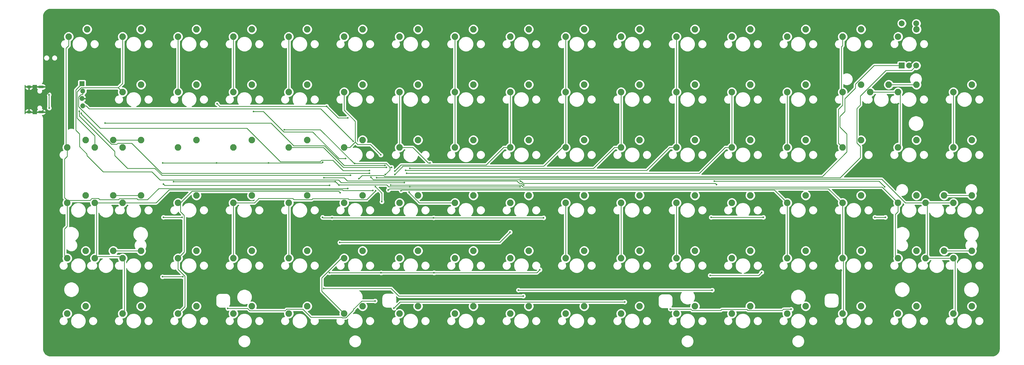
<source format=gtl>
G04 #@! TF.GenerationSoftware,KiCad,Pcbnew,(5.1.10)-1*
G04 #@! TF.CreationDate,2021-08-25T20:36:14-07:00*
G04 #@! TF.ProjectId,Orthonite87_PCB,4f727468-6f6e-4697-9465-38375f504342,rev?*
G04 #@! TF.SameCoordinates,Original*
G04 #@! TF.FileFunction,Copper,L1,Top*
G04 #@! TF.FilePolarity,Positive*
%FSLAX46Y46*%
G04 Gerber Fmt 4.6, Leading zero omitted, Abs format (unit mm)*
G04 Created by KiCad (PCBNEW (5.1.10)-1) date 2021-08-25 20:36:14*
%MOMM*%
%LPD*%
G01*
G04 APERTURE LIST*
G04 #@! TA.AperFunction,ComponentPad*
%ADD10C,2.250000*%
G04 #@! TD*
G04 #@! TA.AperFunction,ComponentPad*
%ADD11C,2.200000*%
G04 #@! TD*
G04 #@! TA.AperFunction,ComponentPad*
%ADD12R,2.000000X2.000000*%
G04 #@! TD*
G04 #@! TA.AperFunction,ComponentPad*
%ADD13C,2.000000*%
G04 #@! TD*
G04 #@! TA.AperFunction,ComponentPad*
%ADD14O,2.100000X0.900000*%
G04 #@! TD*
G04 #@! TA.AperFunction,ComponentPad*
%ADD15O,1.600000X1.000000*%
G04 #@! TD*
G04 #@! TA.AperFunction,ComponentPad*
%ADD16O,1.700000X1.700000*%
G04 #@! TD*
G04 #@! TA.AperFunction,ComponentPad*
%ADD17R,1.700000X1.700000*%
G04 #@! TD*
G04 #@! TA.AperFunction,ViaPad*
%ADD18C,0.600000*%
G04 #@! TD*
G04 #@! TA.AperFunction,Conductor*
%ADD19C,0.250000*%
G04 #@! TD*
G04 #@! TA.AperFunction,Conductor*
%ADD20C,0.254000*%
G04 #@! TD*
G04 #@! TA.AperFunction,Conductor*
%ADD21C,0.100000*%
G04 #@! TD*
G04 APERTURE END LIST*
D10*
X275590000Y-123508000D03*
X269240000Y-126048000D03*
X332740000Y-123508000D03*
X326390000Y-126048000D03*
X313690000Y-123508000D03*
X307340000Y-126048000D03*
X294640000Y-123508000D03*
X288290000Y-126048000D03*
X237490000Y-123508000D03*
X231140000Y-126048000D03*
X218440000Y-123508000D03*
X212090000Y-126048000D03*
X199390000Y-123508000D03*
X193040000Y-126048000D03*
X180340000Y-123508000D03*
X173990000Y-126048000D03*
X28448000Y-28257500D03*
X22098000Y-30797500D03*
X161290000Y-28257500D03*
X154940000Y-30797500D03*
X142240000Y-28257500D03*
X135890000Y-30797500D03*
X123190000Y-28257500D03*
X116840000Y-30797500D03*
X104140000Y-28257500D03*
X97790000Y-30797500D03*
X85090000Y-28257500D03*
X78740000Y-30797500D03*
X66040000Y-28257500D03*
X59690000Y-30797500D03*
X46990000Y-28257500D03*
X40640000Y-30797500D03*
X332740000Y-47307500D03*
X326390000Y-49847500D03*
X161290000Y-123508000D03*
X154940000Y-126048000D03*
X142240000Y-123508000D03*
X135890000Y-126048000D03*
X123190000Y-123508000D03*
X116840000Y-126048000D03*
X85090000Y-123508000D03*
X78740000Y-126048000D03*
X66040000Y-123508000D03*
X59690000Y-126048000D03*
X46990000Y-123508000D03*
X40640000Y-126048000D03*
X27940000Y-123508000D03*
X21590000Y-126048000D03*
X313690000Y-104458000D03*
X307340000Y-106998000D03*
X294640000Y-104458000D03*
X288290000Y-106998000D03*
X275590000Y-104458000D03*
X269240000Y-106998000D03*
X256540000Y-104458000D03*
X250190000Y-106998000D03*
X237490000Y-104458000D03*
X231140000Y-106998000D03*
X218440000Y-104458000D03*
X212090000Y-106998000D03*
X199390000Y-104458000D03*
X193040000Y-106998000D03*
X180340000Y-104458000D03*
X173990000Y-106998000D03*
X161290000Y-104458000D03*
X154940000Y-106998000D03*
X142240000Y-104458000D03*
X135890000Y-106998000D03*
X123190000Y-104458000D03*
X116840000Y-106998000D03*
X104140000Y-104458000D03*
X97790000Y-106998000D03*
X85090000Y-104458000D03*
X78740000Y-106998000D03*
X66040000Y-104458000D03*
X59690000Y-106998000D03*
X27940000Y-104458000D03*
X21590000Y-106998000D03*
X332740000Y-104458000D03*
X326390000Y-106998000D03*
X46990000Y-104458000D03*
X40640000Y-106998000D03*
X313690000Y-85407500D03*
X307340000Y-87947500D03*
X294640000Y-85407500D03*
X288290000Y-87947500D03*
X275590000Y-85407500D03*
X269240000Y-87947500D03*
X256540000Y-85407500D03*
X250190000Y-87947500D03*
X237490000Y-85407500D03*
X231140000Y-87947500D03*
X218440000Y-85407500D03*
X212090000Y-87947500D03*
X199390000Y-85407500D03*
X193040000Y-87947500D03*
X180340000Y-85407500D03*
X173990000Y-87947500D03*
X161290000Y-85407500D03*
X154940000Y-87947500D03*
X142240000Y-85407500D03*
X135890000Y-87947500D03*
X123190000Y-85407500D03*
X116840000Y-87947500D03*
X104140000Y-85407500D03*
X97790000Y-87947500D03*
X85090000Y-85407500D03*
X78740000Y-87947500D03*
X66040000Y-85407500D03*
X59690000Y-87947500D03*
X27940000Y-85407500D03*
X21590000Y-87947500D03*
X332740000Y-85407500D03*
X326390000Y-87947500D03*
X46990000Y-85407500D03*
X40640000Y-87947500D03*
X332740000Y-66357500D03*
X326390000Y-68897500D03*
X313690000Y-66357500D03*
X307340000Y-68897500D03*
X294640000Y-66357500D03*
X288290000Y-68897500D03*
X275590000Y-66357500D03*
X269240000Y-68897500D03*
X256540000Y-66357500D03*
X250190000Y-68897500D03*
X237490000Y-66357500D03*
X231140000Y-68897500D03*
X218440000Y-66357500D03*
X212090000Y-68897500D03*
X199390000Y-66357500D03*
X193040000Y-68897500D03*
X180340000Y-66357500D03*
X173990000Y-68897500D03*
X161290000Y-66357500D03*
X154940000Y-68897500D03*
X142240000Y-66357500D03*
X135890000Y-68897500D03*
X123190000Y-66357500D03*
X116840000Y-68897500D03*
X104140000Y-66357500D03*
X97790000Y-68897500D03*
X85090000Y-66357500D03*
X78740000Y-68897500D03*
X66040000Y-66357500D03*
X59690000Y-68897500D03*
X27940000Y-66357500D03*
X21590000Y-68897500D03*
X46990000Y-66357500D03*
X40640000Y-68897500D03*
X294640000Y-47307500D03*
X288290000Y-49847500D03*
X275590000Y-47307500D03*
X269240000Y-49847500D03*
X256540000Y-47307500D03*
X250190000Y-49847500D03*
X237490000Y-47307500D03*
X231140000Y-49847500D03*
X218440000Y-47307500D03*
X212090000Y-49847500D03*
X199390000Y-47307500D03*
X193040000Y-49847500D03*
X180340000Y-47307500D03*
X173990000Y-49847500D03*
X161290000Y-47307500D03*
X154940000Y-49847500D03*
X142240000Y-47307500D03*
X135890000Y-49847500D03*
X123190000Y-47307500D03*
X116840000Y-49847500D03*
X104140000Y-47307500D03*
X97790000Y-49847500D03*
X85090000Y-47307500D03*
X78740000Y-49847500D03*
X66040000Y-47307500D03*
X59690000Y-49847500D03*
X46990000Y-47307500D03*
X40640000Y-49847500D03*
X313690000Y-47307500D03*
X307340000Y-49847500D03*
X294640000Y-28257500D03*
X288290000Y-30797500D03*
X275590000Y-28257500D03*
X269240000Y-30797500D03*
X256540000Y-28257500D03*
X250190000Y-30797500D03*
X237490000Y-28257500D03*
X231140000Y-30797500D03*
X218440000Y-28257500D03*
X212090000Y-30797500D03*
X199390000Y-28257500D03*
X193040000Y-30797500D03*
X180340000Y-28257500D03*
X173990000Y-30797500D03*
X256540000Y-123508000D03*
X250190000Y-126048000D03*
X104140000Y-123508000D03*
X97790000Y-126048000D03*
X323215000Y-104458000D03*
X316865000Y-106998000D03*
X37465000Y-104458000D03*
X31115000Y-106998000D03*
X323215000Y-85407500D03*
X316865000Y-87947500D03*
X37465000Y-85407500D03*
X31115000Y-87947500D03*
X37465000Y-66357500D03*
X31115000Y-68897500D03*
X304165000Y-47307500D03*
X297815000Y-49847500D03*
D11*
X307400000Y-30777500D03*
X313750000Y-28237500D03*
D12*
X308650000Y-40737500D03*
D13*
X311150000Y-40737500D03*
X313650000Y-40737500D03*
X308650000Y-26237500D03*
X313650000Y-26237500D03*
D14*
X12628800Y-48067500D03*
X12628800Y-56707500D03*
D15*
X8448800Y-48067500D03*
X8448800Y-56707500D03*
D16*
X26924000Y-54610000D03*
X26670000Y-52070000D03*
X26924000Y-49530000D03*
D17*
X26670000Y-46990000D03*
D18*
X177406900Y-82467800D03*
X139463900Y-82467800D03*
X115062900Y-81814700D03*
X58143500Y-80679900D03*
X113828700Y-80679900D03*
X131038100Y-78227300D03*
X133163600Y-75722300D03*
X120524800Y-74423400D03*
X96275000Y-62793500D03*
X127636900Y-82393000D03*
X129850900Y-87560500D03*
X137571000Y-81042600D03*
X34640100Y-60499200D03*
X130884200Y-75073900D03*
X307517800Y-53842300D03*
X302755000Y-59174100D03*
X242272300Y-114353000D03*
X179706300Y-114353000D03*
X287899800Y-111237600D03*
X16807100Y-50562400D03*
X284719000Y-114418400D03*
X244212000Y-80525200D03*
X302813700Y-82470100D03*
X177494200Y-80469500D03*
X244927700Y-81645300D03*
X109887200Y-79323900D03*
X178668000Y-81862200D03*
X54694500Y-81527400D03*
X111875900Y-81928100D03*
X173956900Y-98043000D03*
X115355900Y-101595400D03*
X176813200Y-117976900D03*
X243468400Y-117976900D03*
X109803900Y-117384600D03*
X178472400Y-120021500D03*
X127494100Y-121694800D03*
X76852900Y-124264700D03*
X213350800Y-122043400D03*
X133999400Y-124149400D03*
X270594500Y-124559800D03*
X229023800Y-124499700D03*
X73141200Y-53860800D03*
X118091000Y-58780800D03*
X110812300Y-54763700D03*
X54475300Y-74245300D03*
X73025000Y-74245300D03*
X109509900Y-73967800D03*
X90900000Y-74245300D03*
X54710300Y-92915900D03*
X61137000Y-92915900D03*
X109438900Y-92926100D03*
X185469500Y-93089700D03*
X303004000Y-92932700D03*
X299406200Y-92932700D03*
X261048600Y-92932700D03*
X147625600Y-93089700D03*
X112699300Y-93089700D03*
X243075500Y-92932700D03*
X111797300Y-112027000D03*
X184204300Y-110970300D03*
X147804800Y-111986400D03*
X54372500Y-113385800D03*
X61381900Y-113385800D03*
X129583100Y-112027000D03*
X260447800Y-111877000D03*
X242741700Y-112899100D03*
X15411300Y-55342500D03*
X15374700Y-50763100D03*
X119992800Y-66804200D03*
X125538300Y-76850900D03*
X132828400Y-81835000D03*
X121901200Y-79658200D03*
X128056800Y-79332600D03*
X126803900Y-83738200D03*
X126078600Y-79160300D03*
X131391200Y-75724500D03*
X138383700Y-77774300D03*
X136432800Y-83781000D03*
X117405700Y-72670900D03*
X85662300Y-56504800D03*
X25767800Y-56481500D03*
X119053300Y-78486700D03*
X125558700Y-77780400D03*
X26424000Y-57146900D03*
X129466800Y-71468500D03*
X118127900Y-83012600D03*
X115506600Y-84440700D03*
X127731600Y-83768800D03*
X132026200Y-83540700D03*
X146435700Y-74247000D03*
X139187400Y-84231000D03*
X134287400Y-77024000D03*
X134318600Y-78173900D03*
X138029900Y-76797800D03*
X139498800Y-76075100D03*
D19*
X115062900Y-81814700D02*
X115118400Y-81759200D01*
X115118400Y-81759200D02*
X131488100Y-81759200D01*
X131488100Y-81759200D02*
X132196700Y-82467800D01*
X132196700Y-82467800D02*
X139463900Y-82467800D01*
X139463900Y-82467800D02*
X177406900Y-82467800D01*
X113828700Y-80679900D02*
X58143500Y-80679900D01*
X115062900Y-81814700D02*
X113928100Y-80679900D01*
X113928100Y-80679900D02*
X113828700Y-80679900D01*
X132604900Y-75722300D02*
X133163600Y-75722300D01*
X120524800Y-74423400D02*
X131306000Y-74423400D01*
X131306000Y-74423400D02*
X132604900Y-75722300D01*
X132604900Y-75722300D02*
X132604900Y-76660500D01*
X132604900Y-76660500D02*
X131038100Y-78227300D01*
X120524800Y-74423400D02*
X120289800Y-74423400D01*
X120289800Y-74423400D02*
X108659900Y-62793500D01*
X108659900Y-62793500D02*
X96275000Y-62793500D01*
X127636900Y-82393000D02*
X129850900Y-84607000D01*
X129850900Y-84607000D02*
X129850900Y-87560500D01*
X26670000Y-46990000D02*
X24575000Y-49085000D01*
X24575000Y-49085000D02*
X24575000Y-62995200D01*
X24575000Y-62995200D02*
X25833300Y-64253500D01*
X25833300Y-64253500D02*
X25833300Y-68576400D01*
X25833300Y-68576400D02*
X28413700Y-71156800D01*
X28413700Y-71156800D02*
X28413700Y-71712300D01*
X28413700Y-71712300D02*
X33943700Y-77242300D01*
X33943700Y-77242300D02*
X50735400Y-77242300D01*
X50735400Y-77242300D02*
X53539800Y-80046700D01*
X53539800Y-80046700D02*
X114888700Y-80046700D01*
X114888700Y-80046700D02*
X115884600Y-81042600D01*
X115884600Y-81042600D02*
X137571000Y-81042600D01*
X34640100Y-60499200D02*
X91706400Y-60499200D01*
X91706400Y-60499200D02*
X99494000Y-68286800D01*
X99494000Y-68286800D02*
X110084800Y-68286800D01*
X110084800Y-68286800D02*
X116871900Y-75073900D01*
X116871900Y-75073900D02*
X130884200Y-75073900D01*
X12628800Y-56707500D02*
X9574100Y-56707500D01*
X15576600Y-49640000D02*
X14008200Y-51208400D01*
X14008200Y-51208400D02*
X14008200Y-55328100D01*
X14008200Y-55328100D02*
X12628800Y-56707500D01*
X8448800Y-56707500D02*
X9574100Y-56707500D01*
X15576600Y-49640000D02*
X16499000Y-50562400D01*
X16499000Y-50562400D02*
X16807100Y-50562400D01*
X14004100Y-48067500D02*
X15576600Y-49640000D01*
X307517800Y-53842300D02*
X302755000Y-58605100D01*
X302755000Y-58605100D02*
X302755000Y-59174100D01*
X284719000Y-114418400D02*
X287899800Y-111237600D01*
X242272300Y-114353000D02*
X284653600Y-114353000D01*
X284653600Y-114353000D02*
X284719000Y-114418400D01*
X179706300Y-114353000D02*
X242272300Y-114353000D01*
X12628800Y-48067500D02*
X14004100Y-48067500D01*
X8448800Y-48067500D02*
X12628800Y-48067500D01*
X302813700Y-82470100D02*
X300868800Y-80525200D01*
X300868800Y-80525200D02*
X244212000Y-80525200D01*
X244927700Y-81645300D02*
X244519300Y-81236900D01*
X244519300Y-81236900D02*
X178485300Y-81236900D01*
X178485300Y-81236900D02*
X177717900Y-80469500D01*
X177717900Y-80469500D02*
X177494200Y-80469500D01*
X109887200Y-79323900D02*
X116848900Y-79323900D01*
X116848900Y-79323900D02*
X117933500Y-80408500D01*
X117933500Y-80408500D02*
X176312100Y-80408500D01*
X176312100Y-80408500D02*
X177140500Y-81236900D01*
X177140500Y-81236900D02*
X177848400Y-81236900D01*
X177848400Y-81236900D02*
X178473700Y-81862200D01*
X178473700Y-81862200D02*
X178668000Y-81862200D01*
X54694500Y-81527400D02*
X55095200Y-81928100D01*
X55095200Y-81928100D02*
X111875900Y-81928100D01*
X115355900Y-101595400D02*
X170404500Y-101595400D01*
X170404500Y-101595400D02*
X173956900Y-98043000D01*
X243468400Y-117976900D02*
X176813200Y-117976900D01*
X178472400Y-120021500D02*
X135675500Y-120021500D01*
X135675500Y-120021500D02*
X133038600Y-117384600D01*
X133038600Y-117384600D02*
X109803900Y-117384600D01*
X127494100Y-121694800D02*
X122939500Y-121694800D01*
X122939500Y-121694800D02*
X120007100Y-124627200D01*
X120007100Y-124627200D02*
X120007100Y-124933200D01*
X120007100Y-124933200D02*
X117427500Y-127512800D01*
X117427500Y-127512800D02*
X116192500Y-127512800D01*
X116192500Y-127512800D02*
X116037700Y-127358000D01*
X116037700Y-127358000D02*
X105455800Y-127358000D01*
X105455800Y-127358000D02*
X102663700Y-124565900D01*
X102663700Y-124565900D02*
X97050700Y-124565900D01*
X97050700Y-124565900D02*
X96618900Y-124997700D01*
X96618900Y-124997700D02*
X84380500Y-124997700D01*
X84380500Y-124997700D02*
X83647500Y-124264700D01*
X83647500Y-124264700D02*
X76852900Y-124264700D01*
X213350800Y-122043400D02*
X136105400Y-122043400D01*
X136105400Y-122043400D02*
X133999400Y-124149400D01*
X229023800Y-124499700D02*
X236107700Y-124499700D01*
X236107700Y-124499700D02*
X236593600Y-124985600D01*
X236593600Y-124985600D02*
X246391800Y-124985600D01*
X246391800Y-124985600D02*
X246779800Y-124597600D01*
X246779800Y-124597600D02*
X255362300Y-124597600D01*
X255362300Y-124597600D02*
X255723100Y-124958400D01*
X255723100Y-124958400D02*
X267537600Y-124958400D01*
X267537600Y-124958400D02*
X267936200Y-124559800D01*
X267936200Y-124559800D02*
X270594500Y-124559800D01*
X110812300Y-54763700D02*
X74044100Y-54763700D01*
X74044100Y-54763700D02*
X73141200Y-53860800D01*
X118091000Y-58780800D02*
X114829400Y-58780800D01*
X114829400Y-58780800D02*
X110812300Y-54763700D01*
X304165000Y-47307500D02*
X313690000Y-47307500D01*
X73025000Y-74245300D02*
X54475300Y-74245300D01*
X73025000Y-74245300D02*
X90900000Y-74245300D01*
X90900000Y-74245300D02*
X109232400Y-74245300D01*
X109232400Y-74245300D02*
X109509900Y-73967800D01*
X37465000Y-66357500D02*
X46990000Y-66357500D01*
X61137000Y-92915900D02*
X54710300Y-92915900D01*
X147625600Y-93089700D02*
X185469500Y-93089700D01*
X112699300Y-93089700D02*
X109602500Y-93089700D01*
X109602500Y-93089700D02*
X109438900Y-92926100D01*
X147625600Y-93089700D02*
X112699300Y-93089700D01*
X299406200Y-92932700D02*
X303004000Y-92932700D01*
X243075500Y-92932700D02*
X261048600Y-92932700D01*
X37465000Y-85407500D02*
X46990000Y-85407500D01*
X323215000Y-85407500D02*
X332740000Y-85407500D01*
X129583100Y-112027000D02*
X111797300Y-112027000D01*
X147804800Y-111986400D02*
X129623700Y-111986400D01*
X129623700Y-111986400D02*
X129583100Y-112027000D01*
X147804800Y-111986400D02*
X183188200Y-111986400D01*
X183188200Y-111986400D02*
X184204300Y-110970300D01*
X61381900Y-113385800D02*
X54372500Y-113385800D01*
X260447800Y-111877000D02*
X259425700Y-112899100D01*
X259425700Y-112899100D02*
X242741700Y-112899100D01*
X37465000Y-104458000D02*
X46990000Y-104458000D01*
X323215000Y-104458000D02*
X332740000Y-104458000D01*
X15374700Y-50763100D02*
X15374700Y-55305900D01*
X15374700Y-55305900D02*
X15411300Y-55342500D01*
X28099300Y-54610000D02*
X29104800Y-55615500D01*
X29104800Y-55615500D02*
X108804100Y-55615500D01*
X108804100Y-55615500D02*
X119992800Y-66804200D01*
X26924000Y-54610000D02*
X28099300Y-54610000D01*
X26924000Y-50705300D02*
X26336300Y-50705300D01*
X26336300Y-50705300D02*
X25490300Y-51551300D01*
X25490300Y-51551300D02*
X25490300Y-54848600D01*
X25490300Y-54848600D02*
X32915500Y-62273800D01*
X32915500Y-62273800D02*
X83416200Y-62273800D01*
X83416200Y-62273800D02*
X94935400Y-73793000D01*
X94935400Y-73793000D02*
X108647600Y-73793000D01*
X108647600Y-73793000D02*
X109098200Y-73342400D01*
X109098200Y-73342400D02*
X112982100Y-73342400D01*
X112982100Y-73342400D02*
X116490600Y-76850900D01*
X116490600Y-76850900D02*
X125538300Y-76850900D01*
X26924000Y-49530000D02*
X26924000Y-50705300D01*
X132828400Y-81835000D02*
X177707400Y-81835000D01*
X177707400Y-81835000D02*
X178390600Y-82518200D01*
X178390600Y-82518200D02*
X301910700Y-82518200D01*
X301910700Y-82518200D02*
X307340000Y-87947500D01*
X307340000Y-68897500D02*
X308143100Y-68094400D01*
X308143100Y-68094400D02*
X308143100Y-50650600D01*
X308143100Y-50650600D02*
X307340000Y-49847500D01*
X307340000Y-106998000D02*
X306447200Y-106105200D01*
X306447200Y-106105200D02*
X306447200Y-91910300D01*
X306447200Y-91910300D02*
X307340000Y-91017500D01*
X307340000Y-91017500D02*
X307340000Y-87947500D01*
X297815000Y-49847500D02*
X307340000Y-49847500D01*
X121901200Y-79658200D02*
X123024400Y-78535000D01*
X123024400Y-78535000D02*
X130461500Y-78535000D01*
X130461500Y-78535000D02*
X130779100Y-78852600D01*
X130779100Y-78852600D02*
X281332700Y-78852600D01*
X281332700Y-78852600D02*
X289751700Y-70433600D01*
X289751700Y-70433600D02*
X289751700Y-64225700D01*
X289751700Y-64225700D02*
X287357300Y-61831300D01*
X287357300Y-61831300D02*
X287357300Y-58256100D01*
X287357300Y-58256100D02*
X289101300Y-56512100D01*
X289101300Y-56512100D02*
X289101300Y-52106200D01*
X289101300Y-52106200D02*
X292736800Y-48470700D01*
X292736800Y-48470700D02*
X292736800Y-47141600D01*
X292736800Y-47141600D02*
X299140900Y-40737500D01*
X299140900Y-40737500D02*
X308650000Y-40737500D01*
X128056800Y-79332600D02*
X287492900Y-79332600D01*
X287492900Y-79332600D02*
X294419300Y-72406200D01*
X294419300Y-72406200D02*
X294419300Y-68587000D01*
X294419300Y-68587000D02*
X293189600Y-67357300D01*
X293189600Y-67357300D02*
X293189600Y-55485900D01*
X293189600Y-55485900D02*
X294433800Y-54241700D01*
X294433800Y-54241700D02*
X294433800Y-51177600D01*
X294433800Y-51177600D02*
X303232900Y-42378500D01*
X303232900Y-42378500D02*
X312009000Y-42378500D01*
X312009000Y-42378500D02*
X313650000Y-40737500D01*
X39146500Y-48354000D02*
X26434400Y-48354000D01*
X26434400Y-48354000D02*
X25038000Y-49750400D01*
X25038000Y-49750400D02*
X25038000Y-58831000D01*
X25038000Y-58831000D02*
X31115000Y-64908000D01*
X31115000Y-64908000D02*
X31115000Y-68897500D01*
X40640000Y-87947500D02*
X52175300Y-87947500D01*
X52175300Y-87947500D02*
X56659800Y-83463000D01*
X56659800Y-83463000D02*
X116244600Y-83463000D01*
X116244600Y-83463000D02*
X116519800Y-83738200D01*
X116519800Y-83738200D02*
X126803900Y-83738200D01*
X39146500Y-48354000D02*
X40640000Y-49847500D01*
X40640000Y-30797500D02*
X40640000Y-46860500D01*
X40640000Y-46860500D02*
X39146500Y-48354000D01*
X40640000Y-126048000D02*
X41237200Y-125450800D01*
X41237200Y-125450800D02*
X41237200Y-107595200D01*
X41237200Y-107595200D02*
X40640000Y-106998000D01*
X31693300Y-106419700D02*
X40061700Y-106419700D01*
X40061700Y-106419700D02*
X40640000Y-106998000D01*
X31693300Y-106419700D02*
X31115000Y-106998000D01*
X31693300Y-87947500D02*
X31693300Y-106419700D01*
X31693300Y-87947500D02*
X31115000Y-87947500D01*
X40640000Y-87947500D02*
X31693300Y-87947500D01*
X126078600Y-79160300D02*
X126876300Y-79958000D01*
X126876300Y-79958000D02*
X177121400Y-79958000D01*
X177121400Y-79958000D02*
X177235200Y-79844200D01*
X177235200Y-79844200D02*
X301776700Y-79844200D01*
X301776700Y-79844200D02*
X309880000Y-87947500D01*
X309880000Y-87947500D02*
X316865000Y-87947500D01*
X326390000Y-68897500D02*
X326390000Y-49847500D01*
X317443300Y-87947500D02*
X326390000Y-87947500D01*
X316865000Y-87947500D02*
X317443300Y-87947500D01*
X317443300Y-87947500D02*
X317443300Y-106419700D01*
X317443300Y-106419700D02*
X316865000Y-106998000D01*
X326390000Y-106998000D02*
X326987200Y-107595200D01*
X326987200Y-107595200D02*
X326987200Y-125450800D01*
X326987200Y-125450800D02*
X326390000Y-126048000D01*
X316865000Y-106998000D02*
X326390000Y-106998000D01*
X97790000Y-68897500D02*
X109776500Y-68897500D01*
X109776500Y-68897500D02*
X116603500Y-75724500D01*
X116603500Y-75724500D02*
X131391200Y-75724500D01*
X97790000Y-87947500D02*
X97790000Y-106998000D01*
X97790000Y-30797500D02*
X97790000Y-49847500D01*
X250190000Y-68897500D02*
X247945600Y-68897500D01*
X247945600Y-68897500D02*
X239068800Y-77774300D01*
X239068800Y-77774300D02*
X138383700Y-77774300D01*
X250190000Y-68897500D02*
X250190000Y-49847500D01*
X136432800Y-83781000D02*
X136639200Y-83574600D01*
X136639200Y-83574600D02*
X264867100Y-83574600D01*
X264867100Y-83574600D02*
X269240000Y-87947500D01*
X269240000Y-68897500D02*
X269240000Y-49847500D01*
X269240000Y-87947500D02*
X269240000Y-106998000D01*
X85662300Y-56504800D02*
X89054900Y-56504800D01*
X89054900Y-56504800D02*
X96148700Y-63598600D01*
X96148700Y-63598600D02*
X106033500Y-63598600D01*
X106033500Y-63598600D02*
X115105800Y-72670900D01*
X115105800Y-72670900D02*
X117405700Y-72670900D01*
X119053300Y-78486700D02*
X54166400Y-78486700D01*
X54166400Y-78486700D02*
X51790500Y-76110800D01*
X51790500Y-76110800D02*
X42338000Y-76110800D01*
X42338000Y-76110800D02*
X37938800Y-71711600D01*
X37938800Y-71711600D02*
X37938800Y-70237100D01*
X37938800Y-70237100D02*
X25767800Y-58066100D01*
X25767800Y-58066100D02*
X25767800Y-56481500D01*
X26424000Y-57146900D02*
X26424000Y-57373300D01*
X26424000Y-57373300D02*
X36858600Y-67807900D01*
X36858600Y-67807900D02*
X38646800Y-67807900D01*
X38646800Y-67807900D02*
X39014200Y-67440500D01*
X39014200Y-67440500D02*
X43757100Y-67440500D01*
X43757100Y-67440500D02*
X54097000Y-77780400D01*
X54097000Y-77780400D02*
X125558700Y-77780400D01*
X116840000Y-106998000D02*
X115921500Y-106998000D01*
X115921500Y-106998000D02*
X109170500Y-113749000D01*
X109170500Y-113749000D02*
X109170500Y-118378500D01*
X109170500Y-118378500D02*
X116840000Y-126048000D01*
X120668000Y-67054800D02*
X121499300Y-67886100D01*
X121499300Y-67886100D02*
X125884400Y-67886100D01*
X125884400Y-67886100D02*
X129466800Y-71468500D01*
X120668000Y-67054800D02*
X118825300Y-68897500D01*
X118825300Y-68897500D02*
X116840000Y-68897500D01*
X116840000Y-49847500D02*
X116840000Y-56061900D01*
X116840000Y-56061900D02*
X120668000Y-59889900D01*
X120668000Y-59889900D02*
X120668000Y-67054800D01*
X118127900Y-83012600D02*
X53097100Y-83012600D01*
X53097100Y-83012600D02*
X49245200Y-86864500D01*
X49245200Y-86864500D02*
X45907000Y-86864500D01*
X45907000Y-86864500D02*
X45533000Y-86490500D01*
X45533000Y-86490500D02*
X39557000Y-86490500D01*
X39557000Y-86490500D02*
X39183000Y-86864500D01*
X39183000Y-86864500D02*
X32800800Y-86864500D01*
X32800800Y-86864500D02*
X32402900Y-86466600D01*
X32402900Y-86466600D02*
X30055900Y-86466600D01*
X30055900Y-86466600D02*
X29453600Y-87068900D01*
X29453600Y-87068900D02*
X21590000Y-87068900D01*
X21590000Y-87068900D02*
X20696600Y-86175500D01*
X20696600Y-86175500D02*
X20696600Y-72860900D01*
X20696600Y-72860900D02*
X21590000Y-71967500D01*
X21590000Y-71967500D02*
X21590000Y-68897500D01*
X21590000Y-87947500D02*
X21590000Y-87068900D01*
X21590000Y-68897500D02*
X21152200Y-68459700D01*
X21152200Y-68459700D02*
X21152200Y-34813300D01*
X21152200Y-34813300D02*
X22098000Y-33867500D01*
X22098000Y-33867500D02*
X22098000Y-30797500D01*
X21590000Y-87947500D02*
X21590000Y-96027300D01*
X21590000Y-96027300D02*
X20685600Y-96931700D01*
X20685600Y-96931700D02*
X20685600Y-106093600D01*
X20685600Y-106093600D02*
X21590000Y-106998000D01*
X60548000Y-87947500D02*
X64548200Y-83947300D01*
X64548200Y-83947300D02*
X115013200Y-83947300D01*
X115013200Y-83947300D02*
X115506600Y-84440700D01*
X60548000Y-87947500D02*
X60548000Y-90960800D01*
X60548000Y-90960800D02*
X61814800Y-92227600D01*
X61814800Y-92227600D02*
X61814800Y-104873200D01*
X61814800Y-104873200D02*
X59690000Y-106998000D01*
X59690000Y-87947500D02*
X60548000Y-87947500D01*
X59690000Y-106998000D02*
X59690000Y-110800100D01*
X59690000Y-110800100D02*
X62048200Y-113158300D01*
X62048200Y-113158300D02*
X62048200Y-123689800D01*
X62048200Y-123689800D02*
X59690000Y-126048000D01*
X59690000Y-49847500D02*
X59690000Y-30797500D01*
X78740000Y-87947500D02*
X78740000Y-106998000D01*
X127731600Y-83768800D02*
X124621100Y-86879300D01*
X124621100Y-86879300D02*
X118572300Y-86879300D01*
X118572300Y-86879300D02*
X118184100Y-86491100D01*
X118184100Y-86491100D02*
X106037800Y-86491100D01*
X106037800Y-86491100D02*
X105666200Y-86862700D01*
X105666200Y-86862700D02*
X99555400Y-86862700D01*
X99555400Y-86862700D02*
X99149100Y-86456400D01*
X99149100Y-86456400D02*
X87511400Y-86456400D01*
X87511400Y-86456400D02*
X86020300Y-87947500D01*
X86020300Y-87947500D02*
X78740000Y-87947500D01*
X78740000Y-49847500D02*
X78740000Y-30797500D01*
X132026200Y-83540700D02*
X132473700Y-83093200D01*
X132473700Y-83093200D02*
X283435700Y-83093200D01*
X283435700Y-83093200D02*
X288290000Y-87947500D01*
X288290000Y-68897500D02*
X286853300Y-67460800D01*
X286853300Y-67460800D02*
X286853300Y-55736500D01*
X286853300Y-55736500D02*
X288290000Y-54299800D01*
X288290000Y-54299800D02*
X288290000Y-49847500D01*
X288290000Y-49847500D02*
X287851300Y-49408800D01*
X287851300Y-49408800D02*
X287851300Y-34306200D01*
X287851300Y-34306200D02*
X288290000Y-33867500D01*
X288290000Y-33867500D02*
X288290000Y-30797500D01*
X288290000Y-106998000D02*
X288541700Y-107249700D01*
X288541700Y-107249700D02*
X288541700Y-125796300D01*
X288541700Y-125796300D02*
X288290000Y-126048000D01*
X288290000Y-87947500D02*
X288290000Y-106998000D01*
X135890000Y-68897500D02*
X140453400Y-68897500D01*
X140453400Y-68897500D02*
X145802900Y-74247000D01*
X145802900Y-74247000D02*
X146435700Y-74247000D01*
X135890000Y-68897500D02*
X135890000Y-49847500D01*
X154940000Y-87947500D02*
X142717400Y-87947500D01*
X142717400Y-87947500D02*
X139187400Y-84417500D01*
X139187400Y-84417500D02*
X139187400Y-84231000D01*
X154940000Y-49847500D02*
X154940000Y-30797500D01*
X154940000Y-68897500D02*
X154940000Y-49847500D01*
X173990000Y-68897500D02*
X171745600Y-68897500D01*
X171745600Y-68897500D02*
X165721200Y-74921900D01*
X165721200Y-74921900D02*
X136389500Y-74921900D01*
X136389500Y-74921900D02*
X134287400Y-77024000D01*
X173990000Y-49847500D02*
X173990000Y-68897500D01*
X193040000Y-68897500D02*
X191975700Y-68897500D01*
X191975700Y-68897500D02*
X185500900Y-75372300D01*
X185500900Y-75372300D02*
X137120200Y-75372300D01*
X137120200Y-75372300D02*
X134318600Y-78173900D01*
X193040000Y-49847500D02*
X193040000Y-30797500D01*
X193040000Y-68897500D02*
X193040000Y-49847500D01*
X193040000Y-87947500D02*
X193040000Y-106998000D01*
X231140000Y-68897500D02*
X228828900Y-68897500D01*
X228828900Y-68897500D02*
X220928600Y-76797800D01*
X220928600Y-76797800D02*
X138029900Y-76797800D01*
X231140000Y-49847500D02*
X231140000Y-68897500D01*
X231140000Y-49847500D02*
X231140000Y-30797500D01*
X231140000Y-87947500D02*
X231140000Y-106998000D01*
X212090000Y-68897500D02*
X212090000Y-49847500D01*
X139498800Y-76075100D02*
X202668000Y-76075100D01*
X202668000Y-76075100D02*
X209845600Y-68897500D01*
X209845600Y-68897500D02*
X212090000Y-68897500D01*
X212090000Y-87947500D02*
X212090000Y-106998000D01*
D20*
X340212884Y-21348502D02*
X340682188Y-21490194D01*
X341115025Y-21720337D01*
X341494927Y-22030178D01*
X341807403Y-22407897D01*
X342040569Y-22839127D01*
X342185532Y-23307428D01*
X342240001Y-23825663D01*
X342240000Y-138080222D01*
X342188998Y-138600383D01*
X342047307Y-139069686D01*
X341817161Y-139502528D01*
X341507323Y-139882427D01*
X341129600Y-140194906D01*
X340698373Y-140428069D01*
X340230073Y-140573032D01*
X339711847Y-140627500D01*
X15907278Y-140627500D01*
X15387117Y-140576498D01*
X14917814Y-140434807D01*
X14484972Y-140204661D01*
X14105073Y-139894823D01*
X13792594Y-139517100D01*
X13559431Y-139085873D01*
X13414468Y-138617573D01*
X13360000Y-138099347D01*
X13360000Y-135360357D01*
X80391000Y-135360357D01*
X80391000Y-135785643D01*
X80473970Y-136202757D01*
X80636719Y-136595670D01*
X80872996Y-136949282D01*
X81173718Y-137250004D01*
X81527330Y-137486281D01*
X81920243Y-137649030D01*
X82337357Y-137732000D01*
X82762643Y-137732000D01*
X83179757Y-137649030D01*
X83572670Y-137486281D01*
X83926282Y-137250004D01*
X84227004Y-136949282D01*
X84463281Y-136595670D01*
X84626030Y-136202757D01*
X84709000Y-135785643D01*
X84709000Y-135360357D01*
X118491000Y-135360357D01*
X118491000Y-135785643D01*
X118573970Y-136202757D01*
X118736719Y-136595670D01*
X118972996Y-136949282D01*
X119273718Y-137250004D01*
X119627330Y-137486281D01*
X120020243Y-137649030D01*
X120437357Y-137732000D01*
X120862643Y-137732000D01*
X121279757Y-137649030D01*
X121672670Y-137486281D01*
X122026282Y-137250004D01*
X122327004Y-136949282D01*
X122563281Y-136595670D01*
X122726030Y-136202757D01*
X122809000Y-135785643D01*
X122809000Y-135360357D01*
X232791000Y-135360357D01*
X232791000Y-135785643D01*
X232873970Y-136202757D01*
X233036719Y-136595670D01*
X233272996Y-136949282D01*
X233573718Y-137250004D01*
X233927330Y-137486281D01*
X234320243Y-137649030D01*
X234737357Y-137732000D01*
X235162643Y-137732000D01*
X235579757Y-137649030D01*
X235972670Y-137486281D01*
X236326282Y-137250004D01*
X236627004Y-136949282D01*
X236863281Y-136595670D01*
X237026030Y-136202757D01*
X237109000Y-135785643D01*
X237109000Y-135360357D01*
X270891000Y-135360357D01*
X270891000Y-135785643D01*
X270973970Y-136202757D01*
X271136719Y-136595670D01*
X271372996Y-136949282D01*
X271673718Y-137250004D01*
X272027330Y-137486281D01*
X272420243Y-137649030D01*
X272837357Y-137732000D01*
X273262643Y-137732000D01*
X273679757Y-137649030D01*
X274072670Y-137486281D01*
X274426282Y-137250004D01*
X274727004Y-136949282D01*
X274963281Y-136595670D01*
X275126030Y-136202757D01*
X275209000Y-135785643D01*
X275209000Y-135360357D01*
X275126030Y-134943243D01*
X274963281Y-134550330D01*
X274727004Y-134196718D01*
X274426282Y-133895996D01*
X274072670Y-133659719D01*
X273679757Y-133496970D01*
X273262643Y-133414000D01*
X272837357Y-133414000D01*
X272420243Y-133496970D01*
X272027330Y-133659719D01*
X271673718Y-133895996D01*
X271372996Y-134196718D01*
X271136719Y-134550330D01*
X270973970Y-134943243D01*
X270891000Y-135360357D01*
X237109000Y-135360357D01*
X237026030Y-134943243D01*
X236863281Y-134550330D01*
X236627004Y-134196718D01*
X236326282Y-133895996D01*
X235972670Y-133659719D01*
X235579757Y-133496970D01*
X235162643Y-133414000D01*
X234737357Y-133414000D01*
X234320243Y-133496970D01*
X233927330Y-133659719D01*
X233573718Y-133895996D01*
X233272996Y-134196718D01*
X233036719Y-134550330D01*
X232873970Y-134943243D01*
X232791000Y-135360357D01*
X122809000Y-135360357D01*
X122726030Y-134943243D01*
X122563281Y-134550330D01*
X122327004Y-134196718D01*
X122026282Y-133895996D01*
X121672670Y-133659719D01*
X121279757Y-133496970D01*
X120862643Y-133414000D01*
X120437357Y-133414000D01*
X120020243Y-133496970D01*
X119627330Y-133659719D01*
X119273718Y-133895996D01*
X118972996Y-134196718D01*
X118736719Y-134550330D01*
X118573970Y-134943243D01*
X118491000Y-135360357D01*
X84709000Y-135360357D01*
X84626030Y-134943243D01*
X84463281Y-134550330D01*
X84227004Y-134196718D01*
X83926282Y-133895996D01*
X83572670Y-133659719D01*
X83179757Y-133496970D01*
X82762643Y-133414000D01*
X82337357Y-133414000D01*
X81920243Y-133496970D01*
X81527330Y-133659719D01*
X81173718Y-133895996D01*
X80872996Y-134196718D01*
X80636719Y-134550330D01*
X80473970Y-134943243D01*
X80391000Y-135360357D01*
X13360000Y-135360357D01*
X13360000Y-128439278D01*
X18810000Y-128439278D01*
X18810000Y-128736722D01*
X18868029Y-129028451D01*
X18981856Y-129303253D01*
X19147107Y-129550569D01*
X19357431Y-129760893D01*
X19604747Y-129926144D01*
X19879549Y-130039971D01*
X20171278Y-130098000D01*
X20468722Y-130098000D01*
X20760451Y-130039971D01*
X21035253Y-129926144D01*
X21282569Y-129760893D01*
X21492893Y-129550569D01*
X21658144Y-129303253D01*
X21771971Y-129028451D01*
X21830000Y-128736722D01*
X21830000Y-128439278D01*
X21808080Y-128329076D01*
X22771100Y-128329076D01*
X22771100Y-128846924D01*
X22872127Y-129354822D01*
X23070299Y-129833251D01*
X23358000Y-130263826D01*
X23724174Y-130630000D01*
X24154749Y-130917701D01*
X24633178Y-131115873D01*
X25141076Y-131216900D01*
X25658924Y-131216900D01*
X26166822Y-131115873D01*
X26645251Y-130917701D01*
X27075826Y-130630000D01*
X27442000Y-130263826D01*
X27729701Y-129833251D01*
X27927873Y-129354822D01*
X28028900Y-128846924D01*
X28028900Y-128439278D01*
X28970000Y-128439278D01*
X28970000Y-128736722D01*
X29028029Y-129028451D01*
X29141856Y-129303253D01*
X29307107Y-129550569D01*
X29517431Y-129760893D01*
X29764747Y-129926144D01*
X30039549Y-130039971D01*
X30331278Y-130098000D01*
X30628722Y-130098000D01*
X30920451Y-130039971D01*
X31195253Y-129926144D01*
X31442569Y-129760893D01*
X31652893Y-129550569D01*
X31818144Y-129303253D01*
X31931971Y-129028451D01*
X31990000Y-128736722D01*
X31990000Y-128439278D01*
X31931971Y-128147549D01*
X31818144Y-127872747D01*
X31652893Y-127625431D01*
X31442569Y-127415107D01*
X31195253Y-127249856D01*
X30920451Y-127136029D01*
X30628722Y-127078000D01*
X30331278Y-127078000D01*
X30039549Y-127136029D01*
X29764747Y-127249856D01*
X29517431Y-127415107D01*
X29307107Y-127625431D01*
X29141856Y-127872747D01*
X29028029Y-128147549D01*
X28970000Y-128439278D01*
X28028900Y-128439278D01*
X28028900Y-128329076D01*
X27927873Y-127821178D01*
X27729701Y-127342749D01*
X27442000Y-126912174D01*
X27075826Y-126546000D01*
X26645251Y-126258299D01*
X26166822Y-126060127D01*
X25658924Y-125959100D01*
X25141076Y-125959100D01*
X24633178Y-126060127D01*
X24154749Y-126258299D01*
X23724174Y-126546000D01*
X23358000Y-126912174D01*
X23070299Y-127342749D01*
X22872127Y-127821178D01*
X22771100Y-128329076D01*
X21808080Y-128329076D01*
X21771971Y-128147549D01*
X21658144Y-127872747D01*
X21614882Y-127808000D01*
X21763345Y-127808000D01*
X22103373Y-127740364D01*
X22423673Y-127607692D01*
X22711935Y-127415081D01*
X22957081Y-127169935D01*
X23149692Y-126881673D01*
X23282364Y-126561373D01*
X23350000Y-126221345D01*
X23350000Y-125874655D01*
X23282364Y-125534627D01*
X23149692Y-125214327D01*
X22957081Y-124926065D01*
X22711935Y-124680919D01*
X22423673Y-124488308D01*
X22103373Y-124355636D01*
X21763345Y-124288000D01*
X21416655Y-124288000D01*
X21076627Y-124355636D01*
X20756327Y-124488308D01*
X20468065Y-124680919D01*
X20222919Y-124926065D01*
X20030308Y-125214327D01*
X19897636Y-125534627D01*
X19830000Y-125874655D01*
X19830000Y-126221345D01*
X19897636Y-126561373D01*
X20030308Y-126881673D01*
X20162638Y-127079719D01*
X19879549Y-127136029D01*
X19604747Y-127249856D01*
X19357431Y-127415107D01*
X19147107Y-127625431D01*
X18981856Y-127872747D01*
X18868029Y-128147549D01*
X18810000Y-128439278D01*
X13360000Y-128439278D01*
X13360000Y-123334655D01*
X26180000Y-123334655D01*
X26180000Y-123681345D01*
X26247636Y-124021373D01*
X26380308Y-124341673D01*
X26572919Y-124629935D01*
X26818065Y-124875081D01*
X27106327Y-125067692D01*
X27426627Y-125200364D01*
X27766655Y-125268000D01*
X28113345Y-125268000D01*
X28453373Y-125200364D01*
X28773673Y-125067692D01*
X29061935Y-124875081D01*
X29307081Y-124629935D01*
X29499692Y-124341673D01*
X29632364Y-124021373D01*
X29700000Y-123681345D01*
X29700000Y-123334655D01*
X29632364Y-122994627D01*
X29499692Y-122674327D01*
X29307081Y-122386065D01*
X29061935Y-122140919D01*
X28773673Y-121948308D01*
X28453373Y-121815636D01*
X28113345Y-121748000D01*
X27766655Y-121748000D01*
X27426627Y-121815636D01*
X27106327Y-121948308D01*
X26818065Y-122140919D01*
X26572919Y-122386065D01*
X26380308Y-122674327D01*
X26247636Y-122994627D01*
X26180000Y-123334655D01*
X13360000Y-123334655D01*
X13360000Y-117534076D01*
X20389850Y-117534076D01*
X20389850Y-118051924D01*
X20490877Y-118559822D01*
X20689049Y-119038251D01*
X20976750Y-119468826D01*
X21342924Y-119835000D01*
X21773499Y-120122701D01*
X22251928Y-120320873D01*
X22759826Y-120421900D01*
X23277674Y-120421900D01*
X23785572Y-120320873D01*
X24264001Y-120122701D01*
X24694576Y-119835000D01*
X25060750Y-119468826D01*
X25348451Y-119038251D01*
X25546623Y-118559822D01*
X25647650Y-118051924D01*
X25647650Y-117534076D01*
X25546623Y-117026178D01*
X25348451Y-116547749D01*
X25060750Y-116117174D01*
X24694576Y-115751000D01*
X24264001Y-115463299D01*
X23785572Y-115265127D01*
X23277674Y-115164100D01*
X22759826Y-115164100D01*
X22251928Y-115265127D01*
X21773499Y-115463299D01*
X21342924Y-115751000D01*
X20976750Y-116117174D01*
X20689049Y-116547749D01*
X20490877Y-117026178D01*
X20389850Y-117534076D01*
X13360000Y-117534076D01*
X13360000Y-71288778D01*
X18810000Y-71288778D01*
X18810000Y-71586222D01*
X18868029Y-71877951D01*
X18981856Y-72152753D01*
X19147107Y-72400069D01*
X19357431Y-72610393D01*
X19604747Y-72775644D01*
X19879549Y-72889471D01*
X19936601Y-72900819D01*
X19936600Y-86138178D01*
X19932924Y-86175500D01*
X19936600Y-86212822D01*
X19936600Y-86212832D01*
X19947597Y-86324485D01*
X19982706Y-86440225D01*
X19991054Y-86467746D01*
X20061626Y-86599776D01*
X20094215Y-86639485D01*
X20156599Y-86715501D01*
X20185602Y-86739303D01*
X20247391Y-86801093D01*
X20222919Y-86825565D01*
X20030308Y-87113827D01*
X19897636Y-87434127D01*
X19830000Y-87774155D01*
X19830000Y-88120845D01*
X19897636Y-88460873D01*
X20030308Y-88781173D01*
X20162638Y-88979219D01*
X19879549Y-89035529D01*
X19604747Y-89149356D01*
X19357431Y-89314607D01*
X19147107Y-89524931D01*
X18981856Y-89772247D01*
X18868029Y-90047049D01*
X18810000Y-90338778D01*
X18810000Y-90636222D01*
X18868029Y-90927951D01*
X18981856Y-91202753D01*
X19147107Y-91450069D01*
X19357431Y-91660393D01*
X19604747Y-91825644D01*
X19879549Y-91939471D01*
X20171278Y-91997500D01*
X20468722Y-91997500D01*
X20760451Y-91939471D01*
X20830000Y-91910663D01*
X20830001Y-95712497D01*
X20174602Y-96367897D01*
X20145599Y-96391699D01*
X20096460Y-96451576D01*
X20050626Y-96507424D01*
X20034121Y-96538303D01*
X19980054Y-96639454D01*
X19936597Y-96782715D01*
X19925600Y-96894368D01*
X19925600Y-96894378D01*
X19921924Y-96931700D01*
X19925600Y-96969022D01*
X19925601Y-106056268D01*
X19921924Y-106093600D01*
X19925601Y-106130933D01*
X19936598Y-106242586D01*
X19940117Y-106254186D01*
X19962510Y-106328008D01*
X19897636Y-106484627D01*
X19830000Y-106824655D01*
X19830000Y-107171345D01*
X19897636Y-107511373D01*
X20030308Y-107831673D01*
X20162638Y-108029719D01*
X19879549Y-108086029D01*
X19604747Y-108199856D01*
X19357431Y-108365107D01*
X19147107Y-108575431D01*
X18981856Y-108822747D01*
X18868029Y-109097549D01*
X18810000Y-109389278D01*
X18810000Y-109686722D01*
X18868029Y-109978451D01*
X18981856Y-110253253D01*
X19147107Y-110500569D01*
X19357431Y-110710893D01*
X19604747Y-110876144D01*
X19879549Y-110989971D01*
X20171278Y-111048000D01*
X20468722Y-111048000D01*
X20760451Y-110989971D01*
X21035253Y-110876144D01*
X21282569Y-110710893D01*
X21492893Y-110500569D01*
X21658144Y-110253253D01*
X21771971Y-109978451D01*
X21830000Y-109686722D01*
X21830000Y-109389278D01*
X21808080Y-109279076D01*
X22771100Y-109279076D01*
X22771100Y-109796924D01*
X22872127Y-110304822D01*
X23070299Y-110783251D01*
X23358000Y-111213826D01*
X23724174Y-111580000D01*
X24154749Y-111867701D01*
X24633178Y-112065873D01*
X25141076Y-112166900D01*
X25658924Y-112166900D01*
X26166822Y-112065873D01*
X26645251Y-111867701D01*
X27075826Y-111580000D01*
X27442000Y-111213826D01*
X27729701Y-110783251D01*
X27927873Y-110304822D01*
X28028900Y-109796924D01*
X28028900Y-109279076D01*
X27927873Y-108771178D01*
X27729701Y-108292749D01*
X27442000Y-107862174D01*
X27075826Y-107496000D01*
X26645251Y-107208299D01*
X26166822Y-107010127D01*
X25658924Y-106909100D01*
X25141076Y-106909100D01*
X24633178Y-107010127D01*
X24154749Y-107208299D01*
X23724174Y-107496000D01*
X23358000Y-107862174D01*
X23070299Y-108292749D01*
X22872127Y-108771178D01*
X22771100Y-109279076D01*
X21808080Y-109279076D01*
X21771971Y-109097549D01*
X21658144Y-108822747D01*
X21614882Y-108758000D01*
X21763345Y-108758000D01*
X22103373Y-108690364D01*
X22423673Y-108557692D01*
X22711935Y-108365081D01*
X22957081Y-108119935D01*
X23149692Y-107831673D01*
X23282364Y-107511373D01*
X23350000Y-107171345D01*
X23350000Y-106824655D01*
X23282364Y-106484627D01*
X23149692Y-106164327D01*
X22957081Y-105876065D01*
X22711935Y-105630919D01*
X22423673Y-105438308D01*
X22103373Y-105305636D01*
X21763345Y-105238000D01*
X21445600Y-105238000D01*
X21445600Y-104033136D01*
X21642468Y-104230004D01*
X21996080Y-104466281D01*
X22388993Y-104629030D01*
X22806107Y-104712000D01*
X23231393Y-104712000D01*
X23648507Y-104629030D01*
X24041420Y-104466281D01*
X24313241Y-104284655D01*
X26180000Y-104284655D01*
X26180000Y-104631345D01*
X26247636Y-104971373D01*
X26380308Y-105291673D01*
X26572919Y-105579935D01*
X26818065Y-105825081D01*
X27106327Y-106017692D01*
X27426627Y-106150364D01*
X27766655Y-106218000D01*
X28113345Y-106218000D01*
X28453373Y-106150364D01*
X28773673Y-106017692D01*
X29061935Y-105825081D01*
X29307081Y-105579935D01*
X29499692Y-105291673D01*
X29632364Y-104971373D01*
X29700000Y-104631345D01*
X29700000Y-104284655D01*
X29632364Y-103944627D01*
X29499692Y-103624327D01*
X29307081Y-103336065D01*
X29061935Y-103090919D01*
X28773673Y-102898308D01*
X28453373Y-102765636D01*
X28113345Y-102698000D01*
X27766655Y-102698000D01*
X27426627Y-102765636D01*
X27106327Y-102898308D01*
X26818065Y-103090919D01*
X26572919Y-103336065D01*
X26380308Y-103624327D01*
X26247636Y-103944627D01*
X26180000Y-104284655D01*
X24313241Y-104284655D01*
X24395032Y-104230004D01*
X24695754Y-103929282D01*
X24932031Y-103575670D01*
X25094780Y-103182757D01*
X25177750Y-102765643D01*
X25177750Y-102340357D01*
X25094780Y-101923243D01*
X24932031Y-101530330D01*
X24695754Y-101176718D01*
X24460165Y-100941129D01*
X24694576Y-100784500D01*
X25060750Y-100418326D01*
X25348451Y-99987751D01*
X25546623Y-99509322D01*
X25647650Y-99001424D01*
X25647650Y-98483576D01*
X25546623Y-97975678D01*
X25348451Y-97497249D01*
X25060750Y-97066674D01*
X24694576Y-96700500D01*
X24264001Y-96412799D01*
X23785572Y-96214627D01*
X23277674Y-96113600D01*
X22759826Y-96113600D01*
X22332217Y-96198657D01*
X22339003Y-96176286D01*
X22350000Y-96064633D01*
X22350000Y-96064625D01*
X22353676Y-96027300D01*
X22350000Y-95989975D01*
X22350000Y-90228576D01*
X22771100Y-90228576D01*
X22771100Y-90746424D01*
X22872127Y-91254322D01*
X23070299Y-91732751D01*
X23358000Y-92163326D01*
X23724174Y-92529500D01*
X24154749Y-92817201D01*
X24633178Y-93015373D01*
X25141076Y-93116400D01*
X25658924Y-93116400D01*
X26166822Y-93015373D01*
X26645251Y-92817201D01*
X27075826Y-92529500D01*
X27442000Y-92163326D01*
X27729701Y-91732751D01*
X27927873Y-91254322D01*
X28028900Y-90746424D01*
X28028900Y-90228576D01*
X27927873Y-89720678D01*
X27729701Y-89242249D01*
X27442000Y-88811674D01*
X27075826Y-88445500D01*
X26645251Y-88157799D01*
X26166822Y-87959627D01*
X25658924Y-87858600D01*
X25141076Y-87858600D01*
X24633178Y-87959627D01*
X24154749Y-88157799D01*
X23724174Y-88445500D01*
X23358000Y-88811674D01*
X23070299Y-89242249D01*
X22872127Y-89720678D01*
X22771100Y-90228576D01*
X22350000Y-90228576D01*
X22350000Y-89537708D01*
X22423673Y-89507192D01*
X22711935Y-89314581D01*
X22957081Y-89069435D01*
X23149692Y-88781173D01*
X23282364Y-88460873D01*
X23350000Y-88120845D01*
X23350000Y-87828900D01*
X29355000Y-87828900D01*
X29355000Y-88120845D01*
X29422636Y-88460873D01*
X29555308Y-88781173D01*
X29687638Y-88979219D01*
X29404549Y-89035529D01*
X29129747Y-89149356D01*
X28882431Y-89314607D01*
X28672107Y-89524931D01*
X28506856Y-89772247D01*
X28393029Y-90047049D01*
X28335000Y-90338778D01*
X28335000Y-90636222D01*
X28393029Y-90927951D01*
X28506856Y-91202753D01*
X28672107Y-91450069D01*
X28882431Y-91660393D01*
X29129747Y-91825644D01*
X29404549Y-91939471D01*
X29696278Y-91997500D01*
X29993722Y-91997500D01*
X30162500Y-91963928D01*
X30331278Y-91997500D01*
X30628722Y-91997500D01*
X30920451Y-91939471D01*
X30933300Y-91934149D01*
X30933301Y-105239662D01*
X30601627Y-105305636D01*
X30281327Y-105438308D01*
X29993065Y-105630919D01*
X29747919Y-105876065D01*
X29555308Y-106164327D01*
X29422636Y-106484627D01*
X29355000Y-106824655D01*
X29355000Y-107171345D01*
X29422636Y-107511373D01*
X29555308Y-107831673D01*
X29687638Y-108029719D01*
X29404549Y-108086029D01*
X29129747Y-108199856D01*
X28882431Y-108365107D01*
X28672107Y-108575431D01*
X28506856Y-108822747D01*
X28393029Y-109097549D01*
X28335000Y-109389278D01*
X28335000Y-109686722D01*
X28393029Y-109978451D01*
X28506856Y-110253253D01*
X28672107Y-110500569D01*
X28882431Y-110710893D01*
X29129747Y-110876144D01*
X29404549Y-110989971D01*
X29696278Y-111048000D01*
X29993722Y-111048000D01*
X30162500Y-111014428D01*
X30331278Y-111048000D01*
X30628722Y-111048000D01*
X30920451Y-110989971D01*
X31195253Y-110876144D01*
X31442569Y-110710893D01*
X31652893Y-110500569D01*
X31818144Y-110253253D01*
X31931971Y-109978451D01*
X31990000Y-109686722D01*
X31990000Y-109389278D01*
X31931971Y-109097549D01*
X31818144Y-108822747D01*
X31707726Y-108657495D01*
X31948673Y-108557692D01*
X32236935Y-108365081D01*
X32482081Y-108119935D01*
X32674692Y-107831673D01*
X32807364Y-107511373D01*
X32873338Y-107179700D01*
X33748793Y-107179700D01*
X33679749Y-107208299D01*
X33249174Y-107496000D01*
X32883000Y-107862174D01*
X32595299Y-108292749D01*
X32397127Y-108771178D01*
X32296100Y-109279076D01*
X32296100Y-109796924D01*
X32397127Y-110304822D01*
X32595299Y-110783251D01*
X32883000Y-111213826D01*
X33249174Y-111580000D01*
X33679749Y-111867701D01*
X34158178Y-112065873D01*
X34666076Y-112166900D01*
X35183924Y-112166900D01*
X35691822Y-112065873D01*
X36170251Y-111867701D01*
X36600826Y-111580000D01*
X36967000Y-111213826D01*
X37254701Y-110783251D01*
X37452873Y-110304822D01*
X37553900Y-109796924D01*
X37553900Y-109279076D01*
X37452873Y-108771178D01*
X37254701Y-108292749D01*
X36967000Y-107862174D01*
X36600826Y-107496000D01*
X36170251Y-107208299D01*
X36101207Y-107179700D01*
X38881662Y-107179700D01*
X38947636Y-107511373D01*
X39080308Y-107831673D01*
X39212638Y-108029719D01*
X38929549Y-108086029D01*
X38654747Y-108199856D01*
X38407431Y-108365107D01*
X38197107Y-108575431D01*
X38031856Y-108822747D01*
X37918029Y-109097549D01*
X37860000Y-109389278D01*
X37860000Y-109686722D01*
X37918029Y-109978451D01*
X38031856Y-110253253D01*
X38197107Y-110500569D01*
X38407431Y-110710893D01*
X38654747Y-110876144D01*
X38929549Y-110989971D01*
X39221278Y-111048000D01*
X39518722Y-111048000D01*
X39687500Y-111014428D01*
X39856278Y-111048000D01*
X40153722Y-111048000D01*
X40445451Y-110989971D01*
X40477201Y-110976820D01*
X40477200Y-124288000D01*
X40466655Y-124288000D01*
X40126627Y-124355636D01*
X39806327Y-124488308D01*
X39518065Y-124680919D01*
X39272919Y-124926065D01*
X39080308Y-125214327D01*
X38947636Y-125534627D01*
X38880000Y-125874655D01*
X38880000Y-126221345D01*
X38947636Y-126561373D01*
X39080308Y-126881673D01*
X39212638Y-127079719D01*
X38929549Y-127136029D01*
X38654747Y-127249856D01*
X38407431Y-127415107D01*
X38197107Y-127625431D01*
X38031856Y-127872747D01*
X37918029Y-128147549D01*
X37860000Y-128439278D01*
X37860000Y-128736722D01*
X37918029Y-129028451D01*
X38031856Y-129303253D01*
X38197107Y-129550569D01*
X38407431Y-129760893D01*
X38654747Y-129926144D01*
X38929549Y-130039971D01*
X39221278Y-130098000D01*
X39518722Y-130098000D01*
X39810451Y-130039971D01*
X40085253Y-129926144D01*
X40332569Y-129760893D01*
X40542893Y-129550569D01*
X40708144Y-129303253D01*
X40821971Y-129028451D01*
X40880000Y-128736722D01*
X40880000Y-128439278D01*
X40858080Y-128329076D01*
X41821100Y-128329076D01*
X41821100Y-128846924D01*
X41922127Y-129354822D01*
X42120299Y-129833251D01*
X42408000Y-130263826D01*
X42774174Y-130630000D01*
X43204749Y-130917701D01*
X43683178Y-131115873D01*
X44191076Y-131216900D01*
X44708924Y-131216900D01*
X45216822Y-131115873D01*
X45695251Y-130917701D01*
X46125826Y-130630000D01*
X46492000Y-130263826D01*
X46779701Y-129833251D01*
X46977873Y-129354822D01*
X47078900Y-128846924D01*
X47078900Y-128439278D01*
X48020000Y-128439278D01*
X48020000Y-128736722D01*
X48078029Y-129028451D01*
X48191856Y-129303253D01*
X48357107Y-129550569D01*
X48567431Y-129760893D01*
X48814747Y-129926144D01*
X49089549Y-130039971D01*
X49381278Y-130098000D01*
X49678722Y-130098000D01*
X49970451Y-130039971D01*
X50245253Y-129926144D01*
X50492569Y-129760893D01*
X50702893Y-129550569D01*
X50868144Y-129303253D01*
X50981971Y-129028451D01*
X51040000Y-128736722D01*
X51040000Y-128439278D01*
X50981971Y-128147549D01*
X50868144Y-127872747D01*
X50702893Y-127625431D01*
X50492569Y-127415107D01*
X50245253Y-127249856D01*
X49970451Y-127136029D01*
X49678722Y-127078000D01*
X49381278Y-127078000D01*
X49089549Y-127136029D01*
X48814747Y-127249856D01*
X48567431Y-127415107D01*
X48357107Y-127625431D01*
X48191856Y-127872747D01*
X48078029Y-128147549D01*
X48020000Y-128439278D01*
X47078900Y-128439278D01*
X47078900Y-128329076D01*
X46977873Y-127821178D01*
X46779701Y-127342749D01*
X46492000Y-126912174D01*
X46125826Y-126546000D01*
X45695251Y-126258299D01*
X45216822Y-126060127D01*
X44708924Y-125959100D01*
X44191076Y-125959100D01*
X43683178Y-126060127D01*
X43204749Y-126258299D01*
X42774174Y-126546000D01*
X42408000Y-126912174D01*
X42120299Y-127342749D01*
X41922127Y-127821178D01*
X41821100Y-128329076D01*
X40858080Y-128329076D01*
X40821971Y-128147549D01*
X40708144Y-127872747D01*
X40664882Y-127808000D01*
X40813345Y-127808000D01*
X41153373Y-127740364D01*
X41473673Y-127607692D01*
X41761935Y-127415081D01*
X42007081Y-127169935D01*
X42199692Y-126881673D01*
X42332364Y-126561373D01*
X42400000Y-126221345D01*
X42400000Y-125874655D01*
X42332364Y-125534627D01*
X42199692Y-125214327D01*
X42007081Y-124926065D01*
X41997200Y-124916184D01*
X41997200Y-123334655D01*
X45230000Y-123334655D01*
X45230000Y-123681345D01*
X45297636Y-124021373D01*
X45430308Y-124341673D01*
X45622919Y-124629935D01*
X45868065Y-124875081D01*
X46156327Y-125067692D01*
X46476627Y-125200364D01*
X46816655Y-125268000D01*
X47163345Y-125268000D01*
X47503373Y-125200364D01*
X47823673Y-125067692D01*
X48111935Y-124875081D01*
X48357081Y-124629935D01*
X48549692Y-124341673D01*
X48682364Y-124021373D01*
X48750000Y-123681345D01*
X48750000Y-123334655D01*
X48682364Y-122994627D01*
X48549692Y-122674327D01*
X48357081Y-122386065D01*
X48111935Y-122140919D01*
X47823673Y-121948308D01*
X47503373Y-121815636D01*
X47163345Y-121748000D01*
X46816655Y-121748000D01*
X46476627Y-121815636D01*
X46156327Y-121948308D01*
X45868065Y-122140919D01*
X45622919Y-122386065D01*
X45430308Y-122674327D01*
X45297636Y-122994627D01*
X45230000Y-123334655D01*
X41997200Y-123334655D01*
X41997200Y-117534076D01*
X44202350Y-117534076D01*
X44202350Y-118051924D01*
X44303377Y-118559822D01*
X44501549Y-119038251D01*
X44789250Y-119468826D01*
X45155424Y-119835000D01*
X45585999Y-120122701D01*
X46064428Y-120320873D01*
X46572326Y-120421900D01*
X47090174Y-120421900D01*
X47598072Y-120320873D01*
X48076501Y-120122701D01*
X48507076Y-119835000D01*
X48873250Y-119468826D01*
X49160951Y-119038251D01*
X49359123Y-118559822D01*
X49460150Y-118051924D01*
X49460150Y-117534076D01*
X49359123Y-117026178D01*
X49160951Y-116547749D01*
X48873250Y-116117174D01*
X48507076Y-115751000D01*
X48076501Y-115463299D01*
X47598072Y-115265127D01*
X47090174Y-115164100D01*
X46572326Y-115164100D01*
X46064428Y-115265127D01*
X45585999Y-115463299D01*
X45155424Y-115751000D01*
X44789250Y-116117174D01*
X44501549Y-116547749D01*
X44303377Y-117026178D01*
X44202350Y-117534076D01*
X41997200Y-117534076D01*
X41997200Y-110486064D01*
X42120299Y-110783251D01*
X42408000Y-111213826D01*
X42774174Y-111580000D01*
X43204749Y-111867701D01*
X43683178Y-112065873D01*
X44191076Y-112166900D01*
X44708924Y-112166900D01*
X45216822Y-112065873D01*
X45695251Y-111867701D01*
X46125826Y-111580000D01*
X46492000Y-111213826D01*
X46779701Y-110783251D01*
X46977873Y-110304822D01*
X47078900Y-109796924D01*
X47078900Y-109389278D01*
X48020000Y-109389278D01*
X48020000Y-109686722D01*
X48078029Y-109978451D01*
X48191856Y-110253253D01*
X48357107Y-110500569D01*
X48567431Y-110710893D01*
X48814747Y-110876144D01*
X49089549Y-110989971D01*
X49381278Y-111048000D01*
X49678722Y-111048000D01*
X49970451Y-110989971D01*
X50245253Y-110876144D01*
X50492569Y-110710893D01*
X50702893Y-110500569D01*
X50868144Y-110253253D01*
X50981971Y-109978451D01*
X51040000Y-109686722D01*
X51040000Y-109389278D01*
X50981971Y-109097549D01*
X50868144Y-108822747D01*
X50702893Y-108575431D01*
X50492569Y-108365107D01*
X50245253Y-108199856D01*
X49970451Y-108086029D01*
X49678722Y-108028000D01*
X49381278Y-108028000D01*
X49089549Y-108086029D01*
X48814747Y-108199856D01*
X48567431Y-108365107D01*
X48357107Y-108575431D01*
X48191856Y-108822747D01*
X48078029Y-109097549D01*
X48020000Y-109389278D01*
X47078900Y-109389278D01*
X47078900Y-109279076D01*
X46977873Y-108771178D01*
X46779701Y-108292749D01*
X46492000Y-107862174D01*
X46125826Y-107496000D01*
X45695251Y-107208299D01*
X45216822Y-107010127D01*
X44708924Y-106909100D01*
X44191076Y-106909100D01*
X43683178Y-107010127D01*
X43204749Y-107208299D01*
X42774174Y-107496000D01*
X42408000Y-107862174D01*
X42120299Y-108292749D01*
X41997200Y-108589936D01*
X41997200Y-108129816D01*
X42007081Y-108119935D01*
X42199692Y-107831673D01*
X42332364Y-107511373D01*
X42400000Y-107171345D01*
X42400000Y-106824655D01*
X42332364Y-106484627D01*
X42199692Y-106164327D01*
X42007081Y-105876065D01*
X41761935Y-105630919D01*
X41473673Y-105438308D01*
X41153373Y-105305636D01*
X40813345Y-105238000D01*
X40466655Y-105238000D01*
X40126627Y-105305636D01*
X39806327Y-105438308D01*
X39518065Y-105630919D01*
X39489284Y-105659700D01*
X38752316Y-105659700D01*
X38832081Y-105579935D01*
X39024692Y-105291673D01*
X39055208Y-105218000D01*
X45399792Y-105218000D01*
X45430308Y-105291673D01*
X45622919Y-105579935D01*
X45868065Y-105825081D01*
X46156327Y-106017692D01*
X46476627Y-106150364D01*
X46816655Y-106218000D01*
X47163345Y-106218000D01*
X47503373Y-106150364D01*
X47823673Y-106017692D01*
X48111935Y-105825081D01*
X48357081Y-105579935D01*
X48549692Y-105291673D01*
X48682364Y-104971373D01*
X48750000Y-104631345D01*
X48750000Y-104284655D01*
X48682364Y-103944627D01*
X48611812Y-103774298D01*
X48744531Y-103575670D01*
X48907280Y-103182757D01*
X48990250Y-102765643D01*
X48990250Y-102340357D01*
X48907280Y-101923243D01*
X48744531Y-101530330D01*
X48508254Y-101176718D01*
X48272665Y-100941129D01*
X48507076Y-100784500D01*
X48873250Y-100418326D01*
X49160951Y-99987751D01*
X49359123Y-99509322D01*
X49460150Y-99001424D01*
X49460150Y-98483576D01*
X49359123Y-97975678D01*
X49160951Y-97497249D01*
X48873250Y-97066674D01*
X48507076Y-96700500D01*
X48076501Y-96412799D01*
X47598072Y-96214627D01*
X47090174Y-96113600D01*
X46572326Y-96113600D01*
X46064428Y-96214627D01*
X45585999Y-96412799D01*
X45155424Y-96700500D01*
X44789250Y-97066674D01*
X44501549Y-97497249D01*
X44303377Y-97975678D01*
X44202350Y-98483576D01*
X44202350Y-99001424D01*
X44303377Y-99509322D01*
X44501549Y-99987751D01*
X44789250Y-100418326D01*
X45155424Y-100784500D01*
X45389835Y-100941129D01*
X45154246Y-101176718D01*
X44917969Y-101530330D01*
X44755220Y-101923243D01*
X44672250Y-102340357D01*
X44672250Y-102765643D01*
X44755220Y-103182757D01*
X44917969Y-103575670D01*
X44999708Y-103698000D01*
X39055208Y-103698000D01*
X39024692Y-103624327D01*
X38832081Y-103336065D01*
X38586935Y-103090919D01*
X38298673Y-102898308D01*
X37978373Y-102765636D01*
X37638345Y-102698000D01*
X37291655Y-102698000D01*
X36951627Y-102765636D01*
X36631327Y-102898308D01*
X36343065Y-103090919D01*
X36097919Y-103336065D01*
X35905308Y-103624327D01*
X35772636Y-103944627D01*
X35705000Y-104284655D01*
X35705000Y-104631345D01*
X35772636Y-104971373D01*
X35905308Y-105291673D01*
X36097919Y-105579935D01*
X36177684Y-105659700D01*
X32453300Y-105659700D01*
X32453300Y-91389935D01*
X32595299Y-91732751D01*
X32883000Y-92163326D01*
X33249174Y-92529500D01*
X33679749Y-92817201D01*
X34158178Y-93015373D01*
X34666076Y-93116400D01*
X35183924Y-93116400D01*
X35691822Y-93015373D01*
X36170251Y-92817201D01*
X36600826Y-92529500D01*
X36967000Y-92163326D01*
X37254701Y-91732751D01*
X37452873Y-91254322D01*
X37553900Y-90746424D01*
X37553900Y-90228576D01*
X37452873Y-89720678D01*
X37254701Y-89242249D01*
X36967000Y-88811674D01*
X36862826Y-88707500D01*
X39049792Y-88707500D01*
X39080308Y-88781173D01*
X39212638Y-88979219D01*
X38929549Y-89035529D01*
X38654747Y-89149356D01*
X38407431Y-89314607D01*
X38197107Y-89524931D01*
X38031856Y-89772247D01*
X37918029Y-90047049D01*
X37860000Y-90338778D01*
X37860000Y-90636222D01*
X37918029Y-90927951D01*
X38031856Y-91202753D01*
X38197107Y-91450069D01*
X38407431Y-91660393D01*
X38654747Y-91825644D01*
X38929549Y-91939471D01*
X39221278Y-91997500D01*
X39518722Y-91997500D01*
X39687500Y-91963928D01*
X39856278Y-91997500D01*
X40153722Y-91997500D01*
X40445451Y-91939471D01*
X40720253Y-91825644D01*
X40967569Y-91660393D01*
X41177893Y-91450069D01*
X41343144Y-91202753D01*
X41456971Y-90927951D01*
X41515000Y-90636222D01*
X41515000Y-90338778D01*
X41456971Y-90047049D01*
X41343144Y-89772247D01*
X41232726Y-89606995D01*
X41473673Y-89507192D01*
X41761935Y-89314581D01*
X42007081Y-89069435D01*
X42199692Y-88781173D01*
X42230208Y-88707500D01*
X42512174Y-88707500D01*
X42408000Y-88811674D01*
X42120299Y-89242249D01*
X41922127Y-89720678D01*
X41821100Y-90228576D01*
X41821100Y-90746424D01*
X41922127Y-91254322D01*
X42120299Y-91732751D01*
X42408000Y-92163326D01*
X42774174Y-92529500D01*
X43204749Y-92817201D01*
X43683178Y-93015373D01*
X44191076Y-93116400D01*
X44708924Y-93116400D01*
X45216822Y-93015373D01*
X45695251Y-92817201D01*
X46125826Y-92529500D01*
X46492000Y-92163326D01*
X46779701Y-91732751D01*
X46977873Y-91254322D01*
X47078900Y-90746424D01*
X47078900Y-90338778D01*
X48020000Y-90338778D01*
X48020000Y-90636222D01*
X48078029Y-90927951D01*
X48191856Y-91202753D01*
X48357107Y-91450069D01*
X48567431Y-91660393D01*
X48814747Y-91825644D01*
X49089549Y-91939471D01*
X49381278Y-91997500D01*
X49678722Y-91997500D01*
X49970451Y-91939471D01*
X50245253Y-91825644D01*
X50492569Y-91660393D01*
X50702893Y-91450069D01*
X50868144Y-91202753D01*
X50981971Y-90927951D01*
X51040000Y-90636222D01*
X51040000Y-90338778D01*
X50981971Y-90047049D01*
X50868144Y-89772247D01*
X50702893Y-89524931D01*
X50492569Y-89314607D01*
X50245253Y-89149356D01*
X49970451Y-89035529D01*
X49678722Y-88977500D01*
X49381278Y-88977500D01*
X49089549Y-89035529D01*
X48814747Y-89149356D01*
X48567431Y-89314607D01*
X48357107Y-89524931D01*
X48191856Y-89772247D01*
X48078029Y-90047049D01*
X48020000Y-90338778D01*
X47078900Y-90338778D01*
X47078900Y-90228576D01*
X46977873Y-89720678D01*
X46779701Y-89242249D01*
X46492000Y-88811674D01*
X46387826Y-88707500D01*
X52137978Y-88707500D01*
X52175300Y-88711176D01*
X52212622Y-88707500D01*
X52212633Y-88707500D01*
X52324286Y-88696503D01*
X52467547Y-88653046D01*
X52599576Y-88582474D01*
X52715301Y-88487501D01*
X52739104Y-88458497D01*
X56974602Y-84223000D01*
X63197698Y-84223000D01*
X60826107Y-86594591D01*
X60811935Y-86580419D01*
X60523673Y-86387808D01*
X60203373Y-86255136D01*
X59863345Y-86187500D01*
X59516655Y-86187500D01*
X59176627Y-86255136D01*
X58856327Y-86387808D01*
X58568065Y-86580419D01*
X58322919Y-86825565D01*
X58130308Y-87113827D01*
X57997636Y-87434127D01*
X57930000Y-87774155D01*
X57930000Y-88120845D01*
X57997636Y-88460873D01*
X58130308Y-88781173D01*
X58262638Y-88979219D01*
X57979549Y-89035529D01*
X57704747Y-89149356D01*
X57457431Y-89314607D01*
X57247107Y-89524931D01*
X57081856Y-89772247D01*
X56968029Y-90047049D01*
X56910000Y-90338778D01*
X56910000Y-90636222D01*
X56968029Y-90927951D01*
X57081856Y-91202753D01*
X57247107Y-91450069D01*
X57457431Y-91660393D01*
X57704747Y-91825644D01*
X57979549Y-91939471D01*
X58271278Y-91997500D01*
X58568722Y-91997500D01*
X58860451Y-91939471D01*
X59135253Y-91825644D01*
X59382569Y-91660393D01*
X59592893Y-91450069D01*
X59758144Y-91202753D01*
X59798547Y-91105211D01*
X59798998Y-91109785D01*
X59842454Y-91253046D01*
X59913026Y-91385076D01*
X59959559Y-91441776D01*
X60008000Y-91500801D01*
X60036998Y-91524599D01*
X60637523Y-92125125D01*
X60591465Y-92155900D01*
X55255835Y-92155900D01*
X55153189Y-92087314D01*
X54983029Y-92016832D01*
X54802389Y-91980900D01*
X54618211Y-91980900D01*
X54437571Y-92016832D01*
X54267411Y-92087314D01*
X54114272Y-92189638D01*
X53984038Y-92319872D01*
X53881714Y-92473011D01*
X53811232Y-92643171D01*
X53775300Y-92823811D01*
X53775300Y-93007989D01*
X53811232Y-93188629D01*
X53881714Y-93358789D01*
X53984038Y-93511928D01*
X54114272Y-93642162D01*
X54267411Y-93744486D01*
X54437571Y-93814968D01*
X54618211Y-93850900D01*
X54802389Y-93850900D01*
X54983029Y-93814968D01*
X55153189Y-93744486D01*
X55255835Y-93675900D01*
X60591465Y-93675900D01*
X60694111Y-93744486D01*
X60864271Y-93814968D01*
X61044911Y-93850900D01*
X61054800Y-93850900D01*
X61054801Y-104558397D01*
X60277046Y-105336152D01*
X60203373Y-105305636D01*
X59863345Y-105238000D01*
X59516655Y-105238000D01*
X59176627Y-105305636D01*
X58856327Y-105438308D01*
X58568065Y-105630919D01*
X58322919Y-105876065D01*
X58130308Y-106164327D01*
X57997636Y-106484627D01*
X57930000Y-106824655D01*
X57930000Y-107171345D01*
X57997636Y-107511373D01*
X58130308Y-107831673D01*
X58262638Y-108029719D01*
X57979549Y-108086029D01*
X57704747Y-108199856D01*
X57457431Y-108365107D01*
X57247107Y-108575431D01*
X57081856Y-108822747D01*
X56968029Y-109097549D01*
X56910000Y-109389278D01*
X56910000Y-109686722D01*
X56968029Y-109978451D01*
X57081856Y-110253253D01*
X57247107Y-110500569D01*
X57457431Y-110710893D01*
X57704747Y-110876144D01*
X57979549Y-110989971D01*
X58271278Y-111048000D01*
X58568722Y-111048000D01*
X58860451Y-110989971D01*
X58943025Y-110955768D01*
X58949748Y-110977932D01*
X58984454Y-111092346D01*
X59055026Y-111224376D01*
X59126201Y-111311102D01*
X59150000Y-111340101D01*
X59178998Y-111363899D01*
X60440898Y-112625800D01*
X54918035Y-112625800D01*
X54815389Y-112557214D01*
X54645229Y-112486732D01*
X54464589Y-112450800D01*
X54280411Y-112450800D01*
X54099771Y-112486732D01*
X53929611Y-112557214D01*
X53776472Y-112659538D01*
X53646238Y-112789772D01*
X53543914Y-112942911D01*
X53473432Y-113113071D01*
X53437500Y-113293711D01*
X53437500Y-113477889D01*
X53473432Y-113658529D01*
X53543914Y-113828689D01*
X53646238Y-113981828D01*
X53776472Y-114112062D01*
X53929611Y-114214386D01*
X54099771Y-114284868D01*
X54280411Y-114320800D01*
X54464589Y-114320800D01*
X54645229Y-114284868D01*
X54815389Y-114214386D01*
X54918035Y-114145800D01*
X60836365Y-114145800D01*
X60939011Y-114214386D01*
X61109171Y-114284868D01*
X61288200Y-114320480D01*
X61288201Y-123374996D01*
X60277046Y-124386152D01*
X60203373Y-124355636D01*
X59863345Y-124288000D01*
X59516655Y-124288000D01*
X59176627Y-124355636D01*
X58856327Y-124488308D01*
X58568065Y-124680919D01*
X58322919Y-124926065D01*
X58130308Y-125214327D01*
X57997636Y-125534627D01*
X57930000Y-125874655D01*
X57930000Y-126221345D01*
X57997636Y-126561373D01*
X58130308Y-126881673D01*
X58262638Y-127079719D01*
X57979549Y-127136029D01*
X57704747Y-127249856D01*
X57457431Y-127415107D01*
X57247107Y-127625431D01*
X57081856Y-127872747D01*
X56968029Y-128147549D01*
X56910000Y-128439278D01*
X56910000Y-128736722D01*
X56968029Y-129028451D01*
X57081856Y-129303253D01*
X57247107Y-129550569D01*
X57457431Y-129760893D01*
X57704747Y-129926144D01*
X57979549Y-130039971D01*
X58271278Y-130098000D01*
X58568722Y-130098000D01*
X58860451Y-130039971D01*
X59135253Y-129926144D01*
X59382569Y-129760893D01*
X59592893Y-129550569D01*
X59758144Y-129303253D01*
X59871971Y-129028451D01*
X59930000Y-128736722D01*
X59930000Y-128439278D01*
X59908080Y-128329076D01*
X60871100Y-128329076D01*
X60871100Y-128846924D01*
X60972127Y-129354822D01*
X61170299Y-129833251D01*
X61458000Y-130263826D01*
X61824174Y-130630000D01*
X62254749Y-130917701D01*
X62733178Y-131115873D01*
X63241076Y-131216900D01*
X63758924Y-131216900D01*
X64266822Y-131115873D01*
X64745251Y-130917701D01*
X65175826Y-130630000D01*
X65542000Y-130263826D01*
X65829701Y-129833251D01*
X66027873Y-129354822D01*
X66128900Y-128846924D01*
X66128900Y-128439278D01*
X67070000Y-128439278D01*
X67070000Y-128736722D01*
X67128029Y-129028451D01*
X67241856Y-129303253D01*
X67407107Y-129550569D01*
X67617431Y-129760893D01*
X67864747Y-129926144D01*
X68139549Y-130039971D01*
X68431278Y-130098000D01*
X68728722Y-130098000D01*
X69020451Y-130039971D01*
X69295253Y-129926144D01*
X69542569Y-129760893D01*
X69752893Y-129550569D01*
X69918144Y-129303253D01*
X70031971Y-129028451D01*
X70090000Y-128736722D01*
X70090000Y-128439278D01*
X70031971Y-128147549D01*
X69918144Y-127872747D01*
X69752893Y-127625431D01*
X69542569Y-127415107D01*
X69295253Y-127249856D01*
X69020451Y-127136029D01*
X68728722Y-127078000D01*
X68431278Y-127078000D01*
X68139549Y-127136029D01*
X67864747Y-127249856D01*
X67617431Y-127415107D01*
X67407107Y-127625431D01*
X67241856Y-127872747D01*
X67128029Y-128147549D01*
X67070000Y-128439278D01*
X66128900Y-128439278D01*
X66128900Y-128329076D01*
X66027873Y-127821178D01*
X65829701Y-127342749D01*
X65542000Y-126912174D01*
X65175826Y-126546000D01*
X64745251Y-126258299D01*
X64266822Y-126060127D01*
X63758924Y-125959100D01*
X63241076Y-125959100D01*
X62733178Y-126060127D01*
X62254749Y-126258299D01*
X61824174Y-126546000D01*
X61458000Y-126912174D01*
X61170299Y-127342749D01*
X60972127Y-127821178D01*
X60871100Y-128329076D01*
X59908080Y-128329076D01*
X59871971Y-128147549D01*
X59758144Y-127872747D01*
X59714882Y-127808000D01*
X59863345Y-127808000D01*
X60203373Y-127740364D01*
X60523673Y-127607692D01*
X60811935Y-127415081D01*
X61057081Y-127169935D01*
X61249692Y-126881673D01*
X61382364Y-126561373D01*
X61450000Y-126221345D01*
X61450000Y-125874655D01*
X61382364Y-125534627D01*
X61351848Y-125460954D01*
X62559208Y-124253595D01*
X62588201Y-124229801D01*
X62611995Y-124200808D01*
X62611999Y-124200804D01*
X62674636Y-124124479D01*
X62683174Y-124114076D01*
X62753746Y-123982047D01*
X62797203Y-123838786D01*
X62808200Y-123727133D01*
X62808200Y-123727124D01*
X62811876Y-123689801D01*
X62808200Y-123652478D01*
X62808200Y-123334655D01*
X64280000Y-123334655D01*
X64280000Y-123681345D01*
X64347636Y-124021373D01*
X64480308Y-124341673D01*
X64672919Y-124629935D01*
X64918065Y-124875081D01*
X65206327Y-125067692D01*
X65526627Y-125200364D01*
X65866655Y-125268000D01*
X66213345Y-125268000D01*
X66553373Y-125200364D01*
X66873673Y-125067692D01*
X67161935Y-124875081D01*
X67407081Y-124629935D01*
X67599692Y-124341673D01*
X67732364Y-124021373D01*
X67800000Y-123681345D01*
X67800000Y-123334655D01*
X67732364Y-122994627D01*
X67599692Y-122674327D01*
X67407081Y-122386065D01*
X67161935Y-122140919D01*
X66873673Y-121948308D01*
X66553373Y-121815636D01*
X66213345Y-121748000D01*
X65866655Y-121748000D01*
X65526627Y-121815636D01*
X65206327Y-121948308D01*
X64918065Y-122140919D01*
X64672919Y-122386065D01*
X64480308Y-122674327D01*
X64347636Y-122994627D01*
X64280000Y-123334655D01*
X62808200Y-123334655D01*
X62808200Y-120601582D01*
X72719200Y-120601582D01*
X72719201Y-122566419D01*
X72721976Y-122594599D01*
X72721938Y-122600099D01*
X72722837Y-122609271D01*
X72741197Y-122783957D01*
X72753233Y-122842592D01*
X72764435Y-122901316D01*
X72767098Y-122910138D01*
X72819039Y-123077931D01*
X72842224Y-123133086D01*
X72864628Y-123188539D01*
X72868953Y-123196671D01*
X72868955Y-123196676D01*
X72868958Y-123196680D01*
X72952498Y-123351186D01*
X72985958Y-123400793D01*
X73018703Y-123450833D01*
X73024527Y-123457974D01*
X73136490Y-123593314D01*
X73178946Y-123635475D01*
X73220791Y-123678205D01*
X73227892Y-123684079D01*
X73364010Y-123795094D01*
X73413845Y-123828204D01*
X73463191Y-123861992D01*
X73471298Y-123866375D01*
X73626387Y-123948837D01*
X73681710Y-123971639D01*
X73736670Y-123995196D01*
X73745473Y-123997921D01*
X73913625Y-124048690D01*
X73972292Y-124060306D01*
X74030821Y-124072747D01*
X74039986Y-124073710D01*
X74214796Y-124090850D01*
X74214798Y-124090850D01*
X74246781Y-124094000D01*
X75933537Y-124094000D01*
X75917900Y-124172611D01*
X75917900Y-124356789D01*
X75953832Y-124537429D01*
X76024314Y-124707589D01*
X76126638Y-124860728D01*
X76256872Y-124990962D01*
X76410011Y-125093286D01*
X76580171Y-125163768D01*
X76760811Y-125199700D01*
X76944989Y-125199700D01*
X77125629Y-125163768D01*
X77247943Y-125113104D01*
X77180308Y-125214327D01*
X77047636Y-125534627D01*
X76980000Y-125874655D01*
X76980000Y-126221345D01*
X77047636Y-126561373D01*
X77180308Y-126881673D01*
X77312638Y-127079719D01*
X77029549Y-127136029D01*
X76754747Y-127249856D01*
X76507431Y-127415107D01*
X76297107Y-127625431D01*
X76131856Y-127872747D01*
X76018029Y-128147549D01*
X75960000Y-128439278D01*
X75960000Y-128736722D01*
X76018029Y-129028451D01*
X76131856Y-129303253D01*
X76297107Y-129550569D01*
X76507431Y-129760893D01*
X76754747Y-129926144D01*
X77029549Y-130039971D01*
X77321278Y-130098000D01*
X77618722Y-130098000D01*
X77910451Y-130039971D01*
X78185253Y-129926144D01*
X78432569Y-129760893D01*
X78642893Y-129550569D01*
X78808144Y-129303253D01*
X78921971Y-129028451D01*
X78980000Y-128736722D01*
X78980000Y-128439278D01*
X78958080Y-128329076D01*
X79921100Y-128329076D01*
X79921100Y-128846924D01*
X80022127Y-129354822D01*
X80220299Y-129833251D01*
X80508000Y-130263826D01*
X80874174Y-130630000D01*
X81304749Y-130917701D01*
X81783178Y-131115873D01*
X82291076Y-131216900D01*
X82808924Y-131216900D01*
X83316822Y-131115873D01*
X83795251Y-130917701D01*
X84225826Y-130630000D01*
X84592000Y-130263826D01*
X84879701Y-129833251D01*
X85077873Y-129354822D01*
X85178900Y-128846924D01*
X85178900Y-128439278D01*
X86120000Y-128439278D01*
X86120000Y-128736722D01*
X86178029Y-129028451D01*
X86291856Y-129303253D01*
X86457107Y-129550569D01*
X86667431Y-129760893D01*
X86914747Y-129926144D01*
X87189549Y-130039971D01*
X87481278Y-130098000D01*
X87778722Y-130098000D01*
X88070451Y-130039971D01*
X88345253Y-129926144D01*
X88592569Y-129760893D01*
X88802893Y-129550569D01*
X88968144Y-129303253D01*
X89081971Y-129028451D01*
X89140000Y-128736722D01*
X89140000Y-128439278D01*
X89081971Y-128147549D01*
X88968144Y-127872747D01*
X88802893Y-127625431D01*
X88592569Y-127415107D01*
X88345253Y-127249856D01*
X88070451Y-127136029D01*
X87778722Y-127078000D01*
X87481278Y-127078000D01*
X87189549Y-127136029D01*
X86914747Y-127249856D01*
X86667431Y-127415107D01*
X86457107Y-127625431D01*
X86291856Y-127872747D01*
X86178029Y-128147549D01*
X86120000Y-128439278D01*
X85178900Y-128439278D01*
X85178900Y-128329076D01*
X85077873Y-127821178D01*
X84879701Y-127342749D01*
X84592000Y-126912174D01*
X84225826Y-126546000D01*
X83795251Y-126258299D01*
X83316822Y-126060127D01*
X82808924Y-125959100D01*
X82291076Y-125959100D01*
X81783178Y-126060127D01*
X81304749Y-126258299D01*
X80874174Y-126546000D01*
X80508000Y-126912174D01*
X80220299Y-127342749D01*
X80022127Y-127821178D01*
X79921100Y-128329076D01*
X78958080Y-128329076D01*
X78921971Y-128147549D01*
X78808144Y-127872747D01*
X78764882Y-127808000D01*
X78913345Y-127808000D01*
X79253373Y-127740364D01*
X79573673Y-127607692D01*
X79861935Y-127415081D01*
X80107081Y-127169935D01*
X80299692Y-126881673D01*
X80432364Y-126561373D01*
X80500000Y-126221345D01*
X80500000Y-125874655D01*
X80432364Y-125534627D01*
X80299692Y-125214327D01*
X80172987Y-125024700D01*
X83332699Y-125024700D01*
X83816701Y-125508702D01*
X83840499Y-125537701D01*
X83908336Y-125593373D01*
X83956224Y-125632674D01*
X84088253Y-125703246D01*
X84231514Y-125746703D01*
X84380500Y-125761377D01*
X84417833Y-125757700D01*
X96053264Y-125757700D01*
X96030000Y-125874655D01*
X96030000Y-126221345D01*
X96097636Y-126561373D01*
X96230308Y-126881673D01*
X96362638Y-127079719D01*
X96079549Y-127136029D01*
X95804747Y-127249856D01*
X95557431Y-127415107D01*
X95347107Y-127625431D01*
X95181856Y-127872747D01*
X95068029Y-128147549D01*
X95010000Y-128439278D01*
X95010000Y-128736722D01*
X95068029Y-129028451D01*
X95181856Y-129303253D01*
X95347107Y-129550569D01*
X95557431Y-129760893D01*
X95804747Y-129926144D01*
X96079549Y-130039971D01*
X96371278Y-130098000D01*
X96668722Y-130098000D01*
X96960451Y-130039971D01*
X97235253Y-129926144D01*
X97482569Y-129760893D01*
X97692893Y-129550569D01*
X97858144Y-129303253D01*
X97971971Y-129028451D01*
X98030000Y-128736722D01*
X98030000Y-128439278D01*
X98008080Y-128329076D01*
X98971100Y-128329076D01*
X98971100Y-128846924D01*
X99072127Y-129354822D01*
X99270299Y-129833251D01*
X99558000Y-130263826D01*
X99924174Y-130630000D01*
X100354749Y-130917701D01*
X100833178Y-131115873D01*
X101341076Y-131216900D01*
X101858924Y-131216900D01*
X102366822Y-131115873D01*
X102845251Y-130917701D01*
X103275826Y-130630000D01*
X103642000Y-130263826D01*
X103929701Y-129833251D01*
X104127873Y-129354822D01*
X104228900Y-128846924D01*
X104228900Y-128329076D01*
X104127873Y-127821178D01*
X103929701Y-127342749D01*
X103642000Y-126912174D01*
X103275826Y-126546000D01*
X102845251Y-126258299D01*
X102366822Y-126060127D01*
X101858924Y-125959100D01*
X101341076Y-125959100D01*
X100833178Y-126060127D01*
X100354749Y-126258299D01*
X99924174Y-126546000D01*
X99558000Y-126912174D01*
X99270299Y-127342749D01*
X99072127Y-127821178D01*
X98971100Y-128329076D01*
X98008080Y-128329076D01*
X97971971Y-128147549D01*
X97858144Y-127872747D01*
X97814882Y-127808000D01*
X97963345Y-127808000D01*
X98303373Y-127740364D01*
X98623673Y-127607692D01*
X98911935Y-127415081D01*
X99157081Y-127169935D01*
X99349692Y-126881673D01*
X99482364Y-126561373D01*
X99550000Y-126221345D01*
X99550000Y-125874655D01*
X99482364Y-125534627D01*
X99395907Y-125325900D01*
X102348899Y-125325900D01*
X104892000Y-127869002D01*
X104915799Y-127898001D01*
X105031524Y-127992974D01*
X105163553Y-128063546D01*
X105251743Y-128090298D01*
X105228029Y-128147549D01*
X105170000Y-128439278D01*
X105170000Y-128736722D01*
X105228029Y-129028451D01*
X105341856Y-129303253D01*
X105507107Y-129550569D01*
X105717431Y-129760893D01*
X105964747Y-129926144D01*
X106239549Y-130039971D01*
X106531278Y-130098000D01*
X106828722Y-130098000D01*
X107120451Y-130039971D01*
X107395253Y-129926144D01*
X107642569Y-129760893D01*
X107852893Y-129550569D01*
X108018144Y-129303253D01*
X108131971Y-129028451D01*
X108190000Y-128736722D01*
X108190000Y-128439278D01*
X108131971Y-128147549D01*
X108119731Y-128118000D01*
X114130269Y-128118000D01*
X114118029Y-128147549D01*
X114060000Y-128439278D01*
X114060000Y-128736722D01*
X114118029Y-129028451D01*
X114231856Y-129303253D01*
X114397107Y-129550569D01*
X114607431Y-129760893D01*
X114854747Y-129926144D01*
X115129549Y-130039971D01*
X115421278Y-130098000D01*
X115718722Y-130098000D01*
X116010451Y-130039971D01*
X116285253Y-129926144D01*
X116532569Y-129760893D01*
X116742893Y-129550569D01*
X116908144Y-129303253D01*
X117021971Y-129028451D01*
X117080000Y-128736722D01*
X117080000Y-128439278D01*
X117046885Y-128272800D01*
X117390178Y-128272800D01*
X117427500Y-128276476D01*
X117464822Y-128272800D01*
X117464833Y-128272800D01*
X117576486Y-128261803D01*
X117719747Y-128218346D01*
X117851776Y-128147774D01*
X117967501Y-128052801D01*
X117991304Y-128023797D01*
X118104300Y-127910801D01*
X118021100Y-128329076D01*
X118021100Y-128846924D01*
X118122127Y-129354822D01*
X118320299Y-129833251D01*
X118608000Y-130263826D01*
X118974174Y-130630000D01*
X119404749Y-130917701D01*
X119883178Y-131115873D01*
X120391076Y-131216900D01*
X120908924Y-131216900D01*
X121416822Y-131115873D01*
X121895251Y-130917701D01*
X122325826Y-130630000D01*
X122692000Y-130263826D01*
X122979701Y-129833251D01*
X123177873Y-129354822D01*
X123278900Y-128846924D01*
X123278900Y-128439278D01*
X124220000Y-128439278D01*
X124220000Y-128736722D01*
X124278029Y-129028451D01*
X124391856Y-129303253D01*
X124557107Y-129550569D01*
X124767431Y-129760893D01*
X125014747Y-129926144D01*
X125289549Y-130039971D01*
X125581278Y-130098000D01*
X125878722Y-130098000D01*
X126170451Y-130039971D01*
X126445253Y-129926144D01*
X126692569Y-129760893D01*
X126902893Y-129550569D01*
X127068144Y-129303253D01*
X127181971Y-129028451D01*
X127240000Y-128736722D01*
X127240000Y-128439278D01*
X127181971Y-128147549D01*
X127068144Y-127872747D01*
X126902893Y-127625431D01*
X126692569Y-127415107D01*
X126445253Y-127249856D01*
X126170451Y-127136029D01*
X125878722Y-127078000D01*
X125581278Y-127078000D01*
X125289549Y-127136029D01*
X125014747Y-127249856D01*
X124767431Y-127415107D01*
X124557107Y-127625431D01*
X124391856Y-127872747D01*
X124278029Y-128147549D01*
X124220000Y-128439278D01*
X123278900Y-128439278D01*
X123278900Y-128329076D01*
X123177873Y-127821178D01*
X122979701Y-127342749D01*
X122692000Y-126912174D01*
X122325826Y-126546000D01*
X121895251Y-126258299D01*
X121416822Y-126060127D01*
X120908924Y-125959100D01*
X120391076Y-125959100D01*
X119972802Y-126042300D01*
X120518103Y-125496999D01*
X120547101Y-125473201D01*
X120642074Y-125357476D01*
X120712646Y-125225447D01*
X120756103Y-125082185D01*
X120767100Y-124970532D01*
X120767100Y-124970524D01*
X120770216Y-124938885D01*
X121553313Y-124155789D01*
X121630308Y-124341673D01*
X121822919Y-124629935D01*
X122068065Y-124875081D01*
X122356327Y-125067692D01*
X122676627Y-125200364D01*
X123016655Y-125268000D01*
X123363345Y-125268000D01*
X123703373Y-125200364D01*
X124023673Y-125067692D01*
X124311935Y-124875081D01*
X124557081Y-124629935D01*
X124749692Y-124341673D01*
X124882364Y-124021373D01*
X124950000Y-123681345D01*
X124950000Y-123334655D01*
X124882364Y-122994627D01*
X124749692Y-122674327D01*
X124603008Y-122454800D01*
X126948565Y-122454800D01*
X127051211Y-122523386D01*
X127221371Y-122593868D01*
X127402011Y-122629800D01*
X127586189Y-122629800D01*
X127766829Y-122593868D01*
X127936989Y-122523386D01*
X128090128Y-122421062D01*
X128220362Y-122290828D01*
X128322686Y-122137689D01*
X128393168Y-121967529D01*
X128429100Y-121786889D01*
X128429100Y-121602711D01*
X128393168Y-121422071D01*
X128322686Y-121251911D01*
X128220362Y-121098772D01*
X128090128Y-120968538D01*
X127936989Y-120866214D01*
X127766829Y-120795732D01*
X127586189Y-120759800D01*
X127402011Y-120759800D01*
X127221371Y-120795732D01*
X127051211Y-120866214D01*
X126948565Y-120934800D01*
X123210698Y-120934800D01*
X123278900Y-120591924D01*
X123278900Y-120074076D01*
X123177873Y-119566178D01*
X122979701Y-119087749D01*
X122692000Y-118657174D01*
X122325826Y-118291000D01*
X122106723Y-118144600D01*
X132723799Y-118144600D01*
X133669210Y-119090011D01*
X133663575Y-119088310D01*
X133604908Y-119076694D01*
X133546379Y-119064253D01*
X133537214Y-119063290D01*
X133362403Y-119046150D01*
X133362402Y-119046150D01*
X133330419Y-119043000D01*
X131365581Y-119043000D01*
X131337392Y-119045776D01*
X131331901Y-119045738D01*
X131322729Y-119046637D01*
X131148042Y-119064997D01*
X131089406Y-119077033D01*
X131030684Y-119088235D01*
X131021862Y-119090898D01*
X130854068Y-119142839D01*
X130798916Y-119166024D01*
X130743462Y-119188428D01*
X130735325Y-119192754D01*
X130580815Y-119276298D01*
X130531241Y-119309736D01*
X130481167Y-119342503D01*
X130474026Y-119348327D01*
X130338686Y-119460290D01*
X130296544Y-119502727D01*
X130253794Y-119544591D01*
X130247921Y-119551692D01*
X130136906Y-119687811D01*
X130103803Y-119737635D01*
X130070008Y-119786991D01*
X130065625Y-119795098D01*
X129983163Y-119950187D01*
X129960361Y-120005510D01*
X129936804Y-120060470D01*
X129934079Y-120069273D01*
X129883310Y-120237425D01*
X129871694Y-120296092D01*
X129859253Y-120354621D01*
X129858290Y-120363786D01*
X129841150Y-120538597D01*
X129838000Y-120570582D01*
X129838001Y-122535419D01*
X129840776Y-122563599D01*
X129840738Y-122569099D01*
X129841637Y-122578271D01*
X129859997Y-122752957D01*
X129872033Y-122811592D01*
X129883235Y-122870316D01*
X129885898Y-122879138D01*
X129937839Y-123046931D01*
X129961024Y-123102086D01*
X129983428Y-123157539D01*
X129987753Y-123165671D01*
X129987755Y-123165676D01*
X129987758Y-123165680D01*
X130071298Y-123320186D01*
X130104758Y-123369793D01*
X130137503Y-123419833D01*
X130143327Y-123426974D01*
X130255290Y-123562314D01*
X130297746Y-123604475D01*
X130339591Y-123647205D01*
X130346692Y-123653079D01*
X130482810Y-123764094D01*
X130532645Y-123797204D01*
X130581991Y-123830992D01*
X130590098Y-123835375D01*
X130745187Y-123917837D01*
X130800510Y-123940639D01*
X130855470Y-123964196D01*
X130864273Y-123966921D01*
X131032425Y-124017690D01*
X131091092Y-124029306D01*
X131149621Y-124041747D01*
X131158786Y-124042710D01*
X131333596Y-124059850D01*
X131333598Y-124059850D01*
X131365581Y-124063000D01*
X133064400Y-124063000D01*
X133064400Y-124241489D01*
X133100332Y-124422129D01*
X133170814Y-124592289D01*
X133273138Y-124745428D01*
X133403372Y-124875662D01*
X133556511Y-124977986D01*
X133726671Y-125048468D01*
X133907311Y-125084400D01*
X134091489Y-125084400D01*
X134272129Y-125048468D01*
X134442289Y-124977986D01*
X134528808Y-124920176D01*
X134522919Y-124926065D01*
X134330308Y-125214327D01*
X134197636Y-125534627D01*
X134130000Y-125874655D01*
X134130000Y-126221345D01*
X134197636Y-126561373D01*
X134330308Y-126881673D01*
X134462638Y-127079719D01*
X134179549Y-127136029D01*
X133904747Y-127249856D01*
X133657431Y-127415107D01*
X133447107Y-127625431D01*
X133281856Y-127872747D01*
X133168029Y-128147549D01*
X133110000Y-128439278D01*
X133110000Y-128736722D01*
X133168029Y-129028451D01*
X133281856Y-129303253D01*
X133447107Y-129550569D01*
X133657431Y-129760893D01*
X133904747Y-129926144D01*
X134179549Y-130039971D01*
X134471278Y-130098000D01*
X134768722Y-130098000D01*
X135060451Y-130039971D01*
X135335253Y-129926144D01*
X135582569Y-129760893D01*
X135792893Y-129550569D01*
X135958144Y-129303253D01*
X136071971Y-129028451D01*
X136130000Y-128736722D01*
X136130000Y-128439278D01*
X136108080Y-128329076D01*
X137071100Y-128329076D01*
X137071100Y-128846924D01*
X137172127Y-129354822D01*
X137370299Y-129833251D01*
X137658000Y-130263826D01*
X138024174Y-130630000D01*
X138454749Y-130917701D01*
X138933178Y-131115873D01*
X139441076Y-131216900D01*
X139958924Y-131216900D01*
X140466822Y-131115873D01*
X140945251Y-130917701D01*
X141375826Y-130630000D01*
X141742000Y-130263826D01*
X142029701Y-129833251D01*
X142227873Y-129354822D01*
X142328900Y-128846924D01*
X142328900Y-128439278D01*
X143270000Y-128439278D01*
X143270000Y-128736722D01*
X143328029Y-129028451D01*
X143441856Y-129303253D01*
X143607107Y-129550569D01*
X143817431Y-129760893D01*
X144064747Y-129926144D01*
X144339549Y-130039971D01*
X144631278Y-130098000D01*
X144928722Y-130098000D01*
X145220451Y-130039971D01*
X145495253Y-129926144D01*
X145742569Y-129760893D01*
X145952893Y-129550569D01*
X146118144Y-129303253D01*
X146231971Y-129028451D01*
X146290000Y-128736722D01*
X146290000Y-128439278D01*
X152160000Y-128439278D01*
X152160000Y-128736722D01*
X152218029Y-129028451D01*
X152331856Y-129303253D01*
X152497107Y-129550569D01*
X152707431Y-129760893D01*
X152954747Y-129926144D01*
X153229549Y-130039971D01*
X153521278Y-130098000D01*
X153818722Y-130098000D01*
X154110451Y-130039971D01*
X154385253Y-129926144D01*
X154632569Y-129760893D01*
X154842893Y-129550569D01*
X155008144Y-129303253D01*
X155121971Y-129028451D01*
X155180000Y-128736722D01*
X155180000Y-128439278D01*
X155158080Y-128329076D01*
X156121100Y-128329076D01*
X156121100Y-128846924D01*
X156222127Y-129354822D01*
X156420299Y-129833251D01*
X156708000Y-130263826D01*
X157074174Y-130630000D01*
X157504749Y-130917701D01*
X157983178Y-131115873D01*
X158491076Y-131216900D01*
X159008924Y-131216900D01*
X159516822Y-131115873D01*
X159995251Y-130917701D01*
X160425826Y-130630000D01*
X160792000Y-130263826D01*
X161079701Y-129833251D01*
X161277873Y-129354822D01*
X161378900Y-128846924D01*
X161378900Y-128439278D01*
X162320000Y-128439278D01*
X162320000Y-128736722D01*
X162378029Y-129028451D01*
X162491856Y-129303253D01*
X162657107Y-129550569D01*
X162867431Y-129760893D01*
X163114747Y-129926144D01*
X163389549Y-130039971D01*
X163681278Y-130098000D01*
X163978722Y-130098000D01*
X164270451Y-130039971D01*
X164545253Y-129926144D01*
X164792569Y-129760893D01*
X165002893Y-129550569D01*
X165168144Y-129303253D01*
X165281971Y-129028451D01*
X165340000Y-128736722D01*
X165340000Y-128439278D01*
X171210000Y-128439278D01*
X171210000Y-128736722D01*
X171268029Y-129028451D01*
X171381856Y-129303253D01*
X171547107Y-129550569D01*
X171757431Y-129760893D01*
X172004747Y-129926144D01*
X172279549Y-130039971D01*
X172571278Y-130098000D01*
X172868722Y-130098000D01*
X173160451Y-130039971D01*
X173435253Y-129926144D01*
X173682569Y-129760893D01*
X173892893Y-129550569D01*
X174058144Y-129303253D01*
X174171971Y-129028451D01*
X174230000Y-128736722D01*
X174230000Y-128439278D01*
X174208080Y-128329076D01*
X175171100Y-128329076D01*
X175171100Y-128846924D01*
X175272127Y-129354822D01*
X175470299Y-129833251D01*
X175758000Y-130263826D01*
X176124174Y-130630000D01*
X176554749Y-130917701D01*
X177033178Y-131115873D01*
X177541076Y-131216900D01*
X178058924Y-131216900D01*
X178566822Y-131115873D01*
X179045251Y-130917701D01*
X179475826Y-130630000D01*
X179842000Y-130263826D01*
X180129701Y-129833251D01*
X180327873Y-129354822D01*
X180428900Y-128846924D01*
X180428900Y-128439278D01*
X181370000Y-128439278D01*
X181370000Y-128736722D01*
X181428029Y-129028451D01*
X181541856Y-129303253D01*
X181707107Y-129550569D01*
X181917431Y-129760893D01*
X182164747Y-129926144D01*
X182439549Y-130039971D01*
X182731278Y-130098000D01*
X183028722Y-130098000D01*
X183320451Y-130039971D01*
X183595253Y-129926144D01*
X183842569Y-129760893D01*
X184052893Y-129550569D01*
X184218144Y-129303253D01*
X184331971Y-129028451D01*
X184390000Y-128736722D01*
X184390000Y-128439278D01*
X190260000Y-128439278D01*
X190260000Y-128736722D01*
X190318029Y-129028451D01*
X190431856Y-129303253D01*
X190597107Y-129550569D01*
X190807431Y-129760893D01*
X191054747Y-129926144D01*
X191329549Y-130039971D01*
X191621278Y-130098000D01*
X191918722Y-130098000D01*
X192210451Y-130039971D01*
X192485253Y-129926144D01*
X192732569Y-129760893D01*
X192942893Y-129550569D01*
X193108144Y-129303253D01*
X193221971Y-129028451D01*
X193280000Y-128736722D01*
X193280000Y-128439278D01*
X193258080Y-128329076D01*
X194221100Y-128329076D01*
X194221100Y-128846924D01*
X194322127Y-129354822D01*
X194520299Y-129833251D01*
X194808000Y-130263826D01*
X195174174Y-130630000D01*
X195604749Y-130917701D01*
X196083178Y-131115873D01*
X196591076Y-131216900D01*
X197108924Y-131216900D01*
X197616822Y-131115873D01*
X198095251Y-130917701D01*
X198525826Y-130630000D01*
X198892000Y-130263826D01*
X199179701Y-129833251D01*
X199377873Y-129354822D01*
X199478900Y-128846924D01*
X199478900Y-128439278D01*
X200420000Y-128439278D01*
X200420000Y-128736722D01*
X200478029Y-129028451D01*
X200591856Y-129303253D01*
X200757107Y-129550569D01*
X200967431Y-129760893D01*
X201214747Y-129926144D01*
X201489549Y-130039971D01*
X201781278Y-130098000D01*
X202078722Y-130098000D01*
X202370451Y-130039971D01*
X202645253Y-129926144D01*
X202892569Y-129760893D01*
X203102893Y-129550569D01*
X203268144Y-129303253D01*
X203381971Y-129028451D01*
X203440000Y-128736722D01*
X203440000Y-128439278D01*
X209310000Y-128439278D01*
X209310000Y-128736722D01*
X209368029Y-129028451D01*
X209481856Y-129303253D01*
X209647107Y-129550569D01*
X209857431Y-129760893D01*
X210104747Y-129926144D01*
X210379549Y-130039971D01*
X210671278Y-130098000D01*
X210968722Y-130098000D01*
X211260451Y-130039971D01*
X211535253Y-129926144D01*
X211782569Y-129760893D01*
X211992893Y-129550569D01*
X212158144Y-129303253D01*
X212271971Y-129028451D01*
X212330000Y-128736722D01*
X212330000Y-128439278D01*
X212308080Y-128329076D01*
X213271100Y-128329076D01*
X213271100Y-128846924D01*
X213372127Y-129354822D01*
X213570299Y-129833251D01*
X213858000Y-130263826D01*
X214224174Y-130630000D01*
X214654749Y-130917701D01*
X215133178Y-131115873D01*
X215641076Y-131216900D01*
X216158924Y-131216900D01*
X216666822Y-131115873D01*
X217145251Y-130917701D01*
X217575826Y-130630000D01*
X217942000Y-130263826D01*
X218229701Y-129833251D01*
X218427873Y-129354822D01*
X218528900Y-128846924D01*
X218528900Y-128439278D01*
X219470000Y-128439278D01*
X219470000Y-128736722D01*
X219528029Y-129028451D01*
X219641856Y-129303253D01*
X219807107Y-129550569D01*
X220017431Y-129760893D01*
X220264747Y-129926144D01*
X220539549Y-130039971D01*
X220831278Y-130098000D01*
X221128722Y-130098000D01*
X221420451Y-130039971D01*
X221695253Y-129926144D01*
X221942569Y-129760893D01*
X222152893Y-129550569D01*
X222318144Y-129303253D01*
X222431971Y-129028451D01*
X222490000Y-128736722D01*
X222490000Y-128439278D01*
X222431971Y-128147549D01*
X222318144Y-127872747D01*
X222152893Y-127625431D01*
X221942569Y-127415107D01*
X221695253Y-127249856D01*
X221420451Y-127136029D01*
X221128722Y-127078000D01*
X220831278Y-127078000D01*
X220539549Y-127136029D01*
X220264747Y-127249856D01*
X220017431Y-127415107D01*
X219807107Y-127625431D01*
X219641856Y-127872747D01*
X219528029Y-128147549D01*
X219470000Y-128439278D01*
X218528900Y-128439278D01*
X218528900Y-128329076D01*
X218427873Y-127821178D01*
X218229701Y-127342749D01*
X217942000Y-126912174D01*
X217575826Y-126546000D01*
X217145251Y-126258299D01*
X216666822Y-126060127D01*
X216158924Y-125959100D01*
X215641076Y-125959100D01*
X215133178Y-126060127D01*
X214654749Y-126258299D01*
X214224174Y-126546000D01*
X213858000Y-126912174D01*
X213570299Y-127342749D01*
X213372127Y-127821178D01*
X213271100Y-128329076D01*
X212308080Y-128329076D01*
X212271971Y-128147549D01*
X212158144Y-127872747D01*
X212114882Y-127808000D01*
X212263345Y-127808000D01*
X212603373Y-127740364D01*
X212923673Y-127607692D01*
X213211935Y-127415081D01*
X213457081Y-127169935D01*
X213649692Y-126881673D01*
X213782364Y-126561373D01*
X213850000Y-126221345D01*
X213850000Y-125874655D01*
X213782364Y-125534627D01*
X213649692Y-125214327D01*
X213457081Y-124926065D01*
X213211935Y-124680919D01*
X212923673Y-124488308D01*
X212603373Y-124355636D01*
X212263345Y-124288000D01*
X211916655Y-124288000D01*
X211576627Y-124355636D01*
X211256327Y-124488308D01*
X210968065Y-124680919D01*
X210722919Y-124926065D01*
X210530308Y-125214327D01*
X210397636Y-125534627D01*
X210330000Y-125874655D01*
X210330000Y-126221345D01*
X210397636Y-126561373D01*
X210530308Y-126881673D01*
X210662638Y-127079719D01*
X210379549Y-127136029D01*
X210104747Y-127249856D01*
X209857431Y-127415107D01*
X209647107Y-127625431D01*
X209481856Y-127872747D01*
X209368029Y-128147549D01*
X209310000Y-128439278D01*
X203440000Y-128439278D01*
X203381971Y-128147549D01*
X203268144Y-127872747D01*
X203102893Y-127625431D01*
X202892569Y-127415107D01*
X202645253Y-127249856D01*
X202370451Y-127136029D01*
X202078722Y-127078000D01*
X201781278Y-127078000D01*
X201489549Y-127136029D01*
X201214747Y-127249856D01*
X200967431Y-127415107D01*
X200757107Y-127625431D01*
X200591856Y-127872747D01*
X200478029Y-128147549D01*
X200420000Y-128439278D01*
X199478900Y-128439278D01*
X199478900Y-128329076D01*
X199377873Y-127821178D01*
X199179701Y-127342749D01*
X198892000Y-126912174D01*
X198525826Y-126546000D01*
X198095251Y-126258299D01*
X197616822Y-126060127D01*
X197108924Y-125959100D01*
X196591076Y-125959100D01*
X196083178Y-126060127D01*
X195604749Y-126258299D01*
X195174174Y-126546000D01*
X194808000Y-126912174D01*
X194520299Y-127342749D01*
X194322127Y-127821178D01*
X194221100Y-128329076D01*
X193258080Y-128329076D01*
X193221971Y-128147549D01*
X193108144Y-127872747D01*
X193064882Y-127808000D01*
X193213345Y-127808000D01*
X193553373Y-127740364D01*
X193873673Y-127607692D01*
X194161935Y-127415081D01*
X194407081Y-127169935D01*
X194599692Y-126881673D01*
X194732364Y-126561373D01*
X194800000Y-126221345D01*
X194800000Y-125874655D01*
X194732364Y-125534627D01*
X194599692Y-125214327D01*
X194407081Y-124926065D01*
X194161935Y-124680919D01*
X193873673Y-124488308D01*
X193553373Y-124355636D01*
X193213345Y-124288000D01*
X192866655Y-124288000D01*
X192526627Y-124355636D01*
X192206327Y-124488308D01*
X191918065Y-124680919D01*
X191672919Y-124926065D01*
X191480308Y-125214327D01*
X191347636Y-125534627D01*
X191280000Y-125874655D01*
X191280000Y-126221345D01*
X191347636Y-126561373D01*
X191480308Y-126881673D01*
X191612638Y-127079719D01*
X191329549Y-127136029D01*
X191054747Y-127249856D01*
X190807431Y-127415107D01*
X190597107Y-127625431D01*
X190431856Y-127872747D01*
X190318029Y-128147549D01*
X190260000Y-128439278D01*
X184390000Y-128439278D01*
X184331971Y-128147549D01*
X184218144Y-127872747D01*
X184052893Y-127625431D01*
X183842569Y-127415107D01*
X183595253Y-127249856D01*
X183320451Y-127136029D01*
X183028722Y-127078000D01*
X182731278Y-127078000D01*
X182439549Y-127136029D01*
X182164747Y-127249856D01*
X181917431Y-127415107D01*
X181707107Y-127625431D01*
X181541856Y-127872747D01*
X181428029Y-128147549D01*
X181370000Y-128439278D01*
X180428900Y-128439278D01*
X180428900Y-128329076D01*
X180327873Y-127821178D01*
X180129701Y-127342749D01*
X179842000Y-126912174D01*
X179475826Y-126546000D01*
X179045251Y-126258299D01*
X178566822Y-126060127D01*
X178058924Y-125959100D01*
X177541076Y-125959100D01*
X177033178Y-126060127D01*
X176554749Y-126258299D01*
X176124174Y-126546000D01*
X175758000Y-126912174D01*
X175470299Y-127342749D01*
X175272127Y-127821178D01*
X175171100Y-128329076D01*
X174208080Y-128329076D01*
X174171971Y-128147549D01*
X174058144Y-127872747D01*
X174014882Y-127808000D01*
X174163345Y-127808000D01*
X174503373Y-127740364D01*
X174823673Y-127607692D01*
X175111935Y-127415081D01*
X175357081Y-127169935D01*
X175549692Y-126881673D01*
X175682364Y-126561373D01*
X175750000Y-126221345D01*
X175750000Y-125874655D01*
X175682364Y-125534627D01*
X175549692Y-125214327D01*
X175357081Y-124926065D01*
X175111935Y-124680919D01*
X174823673Y-124488308D01*
X174503373Y-124355636D01*
X174163345Y-124288000D01*
X173816655Y-124288000D01*
X173476627Y-124355636D01*
X173156327Y-124488308D01*
X172868065Y-124680919D01*
X172622919Y-124926065D01*
X172430308Y-125214327D01*
X172297636Y-125534627D01*
X172230000Y-125874655D01*
X172230000Y-126221345D01*
X172297636Y-126561373D01*
X172430308Y-126881673D01*
X172562638Y-127079719D01*
X172279549Y-127136029D01*
X172004747Y-127249856D01*
X171757431Y-127415107D01*
X171547107Y-127625431D01*
X171381856Y-127872747D01*
X171268029Y-128147549D01*
X171210000Y-128439278D01*
X165340000Y-128439278D01*
X165281971Y-128147549D01*
X165168144Y-127872747D01*
X165002893Y-127625431D01*
X164792569Y-127415107D01*
X164545253Y-127249856D01*
X164270451Y-127136029D01*
X163978722Y-127078000D01*
X163681278Y-127078000D01*
X163389549Y-127136029D01*
X163114747Y-127249856D01*
X162867431Y-127415107D01*
X162657107Y-127625431D01*
X162491856Y-127872747D01*
X162378029Y-128147549D01*
X162320000Y-128439278D01*
X161378900Y-128439278D01*
X161378900Y-128329076D01*
X161277873Y-127821178D01*
X161079701Y-127342749D01*
X160792000Y-126912174D01*
X160425826Y-126546000D01*
X159995251Y-126258299D01*
X159516822Y-126060127D01*
X159008924Y-125959100D01*
X158491076Y-125959100D01*
X157983178Y-126060127D01*
X157504749Y-126258299D01*
X157074174Y-126546000D01*
X156708000Y-126912174D01*
X156420299Y-127342749D01*
X156222127Y-127821178D01*
X156121100Y-128329076D01*
X155158080Y-128329076D01*
X155121971Y-128147549D01*
X155008144Y-127872747D01*
X154964882Y-127808000D01*
X155113345Y-127808000D01*
X155453373Y-127740364D01*
X155773673Y-127607692D01*
X156061935Y-127415081D01*
X156307081Y-127169935D01*
X156499692Y-126881673D01*
X156632364Y-126561373D01*
X156700000Y-126221345D01*
X156700000Y-125874655D01*
X156632364Y-125534627D01*
X156499692Y-125214327D01*
X156307081Y-124926065D01*
X156061935Y-124680919D01*
X155773673Y-124488308D01*
X155453373Y-124355636D01*
X155113345Y-124288000D01*
X154766655Y-124288000D01*
X154426627Y-124355636D01*
X154106327Y-124488308D01*
X153818065Y-124680919D01*
X153572919Y-124926065D01*
X153380308Y-125214327D01*
X153247636Y-125534627D01*
X153180000Y-125874655D01*
X153180000Y-126221345D01*
X153247636Y-126561373D01*
X153380308Y-126881673D01*
X153512638Y-127079719D01*
X153229549Y-127136029D01*
X152954747Y-127249856D01*
X152707431Y-127415107D01*
X152497107Y-127625431D01*
X152331856Y-127872747D01*
X152218029Y-128147549D01*
X152160000Y-128439278D01*
X146290000Y-128439278D01*
X146231971Y-128147549D01*
X146118144Y-127872747D01*
X145952893Y-127625431D01*
X145742569Y-127415107D01*
X145495253Y-127249856D01*
X145220451Y-127136029D01*
X144928722Y-127078000D01*
X144631278Y-127078000D01*
X144339549Y-127136029D01*
X144064747Y-127249856D01*
X143817431Y-127415107D01*
X143607107Y-127625431D01*
X143441856Y-127872747D01*
X143328029Y-128147549D01*
X143270000Y-128439278D01*
X142328900Y-128439278D01*
X142328900Y-128329076D01*
X142227873Y-127821178D01*
X142029701Y-127342749D01*
X141742000Y-126912174D01*
X141375826Y-126546000D01*
X140945251Y-126258299D01*
X140466822Y-126060127D01*
X139958924Y-125959100D01*
X139441076Y-125959100D01*
X138933178Y-126060127D01*
X138454749Y-126258299D01*
X138024174Y-126546000D01*
X137658000Y-126912174D01*
X137370299Y-127342749D01*
X137172127Y-127821178D01*
X137071100Y-128329076D01*
X136108080Y-128329076D01*
X136071971Y-128147549D01*
X135958144Y-127872747D01*
X135914882Y-127808000D01*
X136063345Y-127808000D01*
X136403373Y-127740364D01*
X136723673Y-127607692D01*
X137011935Y-127415081D01*
X137257081Y-127169935D01*
X137449692Y-126881673D01*
X137582364Y-126561373D01*
X137650000Y-126221345D01*
X137650000Y-125874655D01*
X137582364Y-125534627D01*
X137449692Y-125214327D01*
X137257081Y-124926065D01*
X137011935Y-124680919D01*
X136723673Y-124488308D01*
X136403373Y-124355636D01*
X136063345Y-124288000D01*
X135716655Y-124288000D01*
X135376627Y-124355636D01*
X135056327Y-124488308D01*
X134769330Y-124680073D01*
X134827986Y-124592289D01*
X134898468Y-124422129D01*
X134922553Y-124301048D01*
X136420202Y-122803400D01*
X140626844Y-122803400D01*
X140547636Y-122994627D01*
X140480000Y-123334655D01*
X140480000Y-123681345D01*
X140547636Y-124021373D01*
X140680308Y-124341673D01*
X140872919Y-124629935D01*
X141118065Y-124875081D01*
X141406327Y-125067692D01*
X141726627Y-125200364D01*
X142066655Y-125268000D01*
X142413345Y-125268000D01*
X142753373Y-125200364D01*
X143073673Y-125067692D01*
X143361935Y-124875081D01*
X143607081Y-124629935D01*
X143799692Y-124341673D01*
X143932364Y-124021373D01*
X144000000Y-123681345D01*
X144000000Y-123334655D01*
X143932364Y-122994627D01*
X143853156Y-122803400D01*
X159676844Y-122803400D01*
X159597636Y-122994627D01*
X159530000Y-123334655D01*
X159530000Y-123681345D01*
X159597636Y-124021373D01*
X159730308Y-124341673D01*
X159922919Y-124629935D01*
X160168065Y-124875081D01*
X160456327Y-125067692D01*
X160776627Y-125200364D01*
X161116655Y-125268000D01*
X161463345Y-125268000D01*
X161803373Y-125200364D01*
X162123673Y-125067692D01*
X162411935Y-124875081D01*
X162657081Y-124629935D01*
X162849692Y-124341673D01*
X162982364Y-124021373D01*
X163050000Y-123681345D01*
X163050000Y-123334655D01*
X162982364Y-122994627D01*
X162903156Y-122803400D01*
X178726844Y-122803400D01*
X178647636Y-122994627D01*
X178580000Y-123334655D01*
X178580000Y-123681345D01*
X178647636Y-124021373D01*
X178780308Y-124341673D01*
X178972919Y-124629935D01*
X179218065Y-124875081D01*
X179506327Y-125067692D01*
X179826627Y-125200364D01*
X180166655Y-125268000D01*
X180513345Y-125268000D01*
X180853373Y-125200364D01*
X181173673Y-125067692D01*
X181461935Y-124875081D01*
X181707081Y-124629935D01*
X181899692Y-124341673D01*
X182032364Y-124021373D01*
X182100000Y-123681345D01*
X182100000Y-123334655D01*
X182032364Y-122994627D01*
X181953156Y-122803400D01*
X197776844Y-122803400D01*
X197697636Y-122994627D01*
X197630000Y-123334655D01*
X197630000Y-123681345D01*
X197697636Y-124021373D01*
X197830308Y-124341673D01*
X198022919Y-124629935D01*
X198268065Y-124875081D01*
X198556327Y-125067692D01*
X198876627Y-125200364D01*
X199216655Y-125268000D01*
X199563345Y-125268000D01*
X199903373Y-125200364D01*
X200223673Y-125067692D01*
X200511935Y-124875081D01*
X200757081Y-124629935D01*
X200949692Y-124341673D01*
X201082364Y-124021373D01*
X201150000Y-123681345D01*
X201150000Y-123334655D01*
X216680000Y-123334655D01*
X216680000Y-123681345D01*
X216747636Y-124021373D01*
X216880308Y-124341673D01*
X217072919Y-124629935D01*
X217318065Y-124875081D01*
X217606327Y-125067692D01*
X217926627Y-125200364D01*
X218266655Y-125268000D01*
X218613345Y-125268000D01*
X218953373Y-125200364D01*
X219273673Y-125067692D01*
X219561935Y-124875081D01*
X219807081Y-124629935D01*
X219999692Y-124341673D01*
X220132364Y-124021373D01*
X220200000Y-123681345D01*
X220200000Y-123334655D01*
X220132364Y-122994627D01*
X219999692Y-122674327D01*
X219807081Y-122386065D01*
X219561935Y-122140919D01*
X219273673Y-121948308D01*
X218953373Y-121815636D01*
X218613345Y-121748000D01*
X218266655Y-121748000D01*
X217926627Y-121815636D01*
X217606327Y-121948308D01*
X217318065Y-122140919D01*
X217072919Y-122386065D01*
X216880308Y-122674327D01*
X216747636Y-122994627D01*
X216680000Y-123334655D01*
X201150000Y-123334655D01*
X201082364Y-122994627D01*
X201003156Y-122803400D01*
X212805265Y-122803400D01*
X212907911Y-122871986D01*
X213078071Y-122942468D01*
X213258711Y-122978400D01*
X213442889Y-122978400D01*
X213623529Y-122942468D01*
X213793689Y-122871986D01*
X213946828Y-122769662D01*
X214077062Y-122639428D01*
X214179386Y-122486289D01*
X214249868Y-122316129D01*
X214285800Y-122135489D01*
X214285800Y-121951311D01*
X214249868Y-121770671D01*
X214179386Y-121600511D01*
X214077062Y-121447372D01*
X213946828Y-121317138D01*
X213793689Y-121214814D01*
X213623529Y-121144332D01*
X213442889Y-121108400D01*
X213258711Y-121108400D01*
X213078071Y-121144332D01*
X212907911Y-121214814D01*
X212805265Y-121283400D01*
X136142725Y-121283400D01*
X136105400Y-121279724D01*
X136068075Y-121283400D01*
X136068067Y-121283400D01*
X135956414Y-121294397D01*
X135813153Y-121337854D01*
X135681124Y-121408426D01*
X135565399Y-121503399D01*
X135541601Y-121532397D01*
X134858000Y-122215998D01*
X134858000Y-120570581D01*
X134855224Y-120542392D01*
X134855262Y-120536901D01*
X134854363Y-120527729D01*
X134836003Y-120353042D01*
X134823967Y-120294406D01*
X134812765Y-120235684D01*
X134811850Y-120232651D01*
X135111701Y-120532503D01*
X135135499Y-120561501D01*
X135251224Y-120656474D01*
X135383253Y-120727046D01*
X135526514Y-120770503D01*
X135638167Y-120781500D01*
X135638175Y-120781500D01*
X135675500Y-120785176D01*
X135712825Y-120781500D01*
X177926865Y-120781500D01*
X178029511Y-120850086D01*
X178199671Y-120920568D01*
X178380311Y-120956500D01*
X178564489Y-120956500D01*
X178745129Y-120920568D01*
X178915289Y-120850086D01*
X179068428Y-120747762D01*
X179198662Y-120617528D01*
X179300986Y-120464389D01*
X179371468Y-120294229D01*
X179407400Y-120113589D01*
X179407400Y-119929411D01*
X179371468Y-119748771D01*
X179300986Y-119578611D01*
X179198662Y-119425472D01*
X179068428Y-119295238D01*
X178915289Y-119192914D01*
X178745129Y-119122432D01*
X178564489Y-119086500D01*
X178380311Y-119086500D01*
X178199671Y-119122432D01*
X178029511Y-119192914D01*
X177926865Y-119261500D01*
X135990302Y-119261500D01*
X134613613Y-117884811D01*
X175878200Y-117884811D01*
X175878200Y-118068989D01*
X175914132Y-118249629D01*
X175984614Y-118419789D01*
X176086938Y-118572928D01*
X176217172Y-118703162D01*
X176370311Y-118805486D01*
X176540471Y-118875968D01*
X176721111Y-118911900D01*
X176905289Y-118911900D01*
X177085929Y-118875968D01*
X177256089Y-118805486D01*
X177358735Y-118736900D01*
X232854729Y-118736900D01*
X232620299Y-119087749D01*
X232422127Y-119566178D01*
X232321100Y-120074076D01*
X232321100Y-120591924D01*
X232422127Y-121099822D01*
X232620299Y-121578251D01*
X232908000Y-122008826D01*
X233274174Y-122375000D01*
X233704749Y-122662701D01*
X234183178Y-122860873D01*
X234691076Y-122961900D01*
X235208924Y-122961900D01*
X235716822Y-122860873D01*
X235881250Y-122792765D01*
X235797636Y-122994627D01*
X235730000Y-123334655D01*
X235730000Y-123681345D01*
X235741608Y-123739700D01*
X229569335Y-123739700D01*
X229528487Y-123712406D01*
X229593094Y-123633190D01*
X229626204Y-123583355D01*
X229659992Y-123534009D01*
X229664375Y-123525902D01*
X229746837Y-123370813D01*
X229769639Y-123315490D01*
X229793196Y-123260530D01*
X229795921Y-123251727D01*
X229846690Y-123083575D01*
X229858306Y-123024908D01*
X229870747Y-122966379D01*
X229871710Y-122957214D01*
X229888850Y-122782404D01*
X229888850Y-122782402D01*
X229892000Y-122750419D01*
X229892000Y-120785581D01*
X229889224Y-120757392D01*
X229889262Y-120751901D01*
X229888363Y-120742729D01*
X229870003Y-120568042D01*
X229857967Y-120509406D01*
X229846765Y-120450684D01*
X229844102Y-120441862D01*
X229792161Y-120274068D01*
X229768976Y-120218916D01*
X229746572Y-120163462D01*
X229742246Y-120155325D01*
X229658702Y-120000815D01*
X229625264Y-119951241D01*
X229592497Y-119901167D01*
X229586673Y-119894026D01*
X229474710Y-119758686D01*
X229432273Y-119716544D01*
X229390409Y-119673794D01*
X229383308Y-119667921D01*
X229247189Y-119556906D01*
X229197365Y-119523803D01*
X229148009Y-119490008D01*
X229139902Y-119485625D01*
X228984813Y-119403163D01*
X228929490Y-119380361D01*
X228874530Y-119356804D01*
X228865727Y-119354079D01*
X228697575Y-119303310D01*
X228638908Y-119291694D01*
X228580379Y-119279253D01*
X228571214Y-119278290D01*
X228396403Y-119261150D01*
X228396402Y-119261150D01*
X228364419Y-119258000D01*
X226399581Y-119258000D01*
X226371392Y-119260776D01*
X226365901Y-119260738D01*
X226356729Y-119261637D01*
X226182042Y-119279997D01*
X226123406Y-119292033D01*
X226064684Y-119303235D01*
X226055862Y-119305898D01*
X225888068Y-119357839D01*
X225832916Y-119381024D01*
X225777462Y-119403428D01*
X225769325Y-119407754D01*
X225614815Y-119491298D01*
X225565241Y-119524736D01*
X225515167Y-119557503D01*
X225508026Y-119563327D01*
X225372686Y-119675290D01*
X225330544Y-119717727D01*
X225287794Y-119759591D01*
X225281921Y-119766692D01*
X225170906Y-119902811D01*
X225137803Y-119952635D01*
X225104008Y-120001991D01*
X225099625Y-120010098D01*
X225017163Y-120165187D01*
X224994361Y-120220510D01*
X224970804Y-120275470D01*
X224968079Y-120284273D01*
X224917310Y-120452425D01*
X224905694Y-120511092D01*
X224893253Y-120569621D01*
X224892290Y-120578786D01*
X224875150Y-120753597D01*
X224872000Y-120785582D01*
X224872001Y-122750419D01*
X224874776Y-122778599D01*
X224874738Y-122784099D01*
X224875637Y-122793271D01*
X224893997Y-122967957D01*
X224906033Y-123026592D01*
X224917235Y-123085316D01*
X224919898Y-123094138D01*
X224971839Y-123261931D01*
X224995024Y-123317086D01*
X225017428Y-123372539D01*
X225021753Y-123380671D01*
X225021755Y-123380676D01*
X225021758Y-123380680D01*
X225105298Y-123535186D01*
X225138758Y-123584793D01*
X225171503Y-123634833D01*
X225177327Y-123641974D01*
X225289290Y-123777314D01*
X225331746Y-123819475D01*
X225373591Y-123862205D01*
X225380692Y-123868079D01*
X225516810Y-123979094D01*
X225566645Y-124012204D01*
X225615991Y-124045992D01*
X225624098Y-124050375D01*
X225779187Y-124132837D01*
X225834510Y-124155639D01*
X225889470Y-124179196D01*
X225898273Y-124181921D01*
X226066425Y-124232690D01*
X226125092Y-124244306D01*
X226183621Y-124256747D01*
X226192786Y-124257710D01*
X226367596Y-124274850D01*
X226367598Y-124274850D01*
X226399581Y-124278000D01*
X228114582Y-124278000D01*
X228088800Y-124407611D01*
X228088800Y-124591789D01*
X228124732Y-124772429D01*
X228195214Y-124942589D01*
X228297538Y-125095728D01*
X228427772Y-125225962D01*
X228580911Y-125328286D01*
X228751071Y-125398768D01*
X228931711Y-125434700D01*
X229115889Y-125434700D01*
X229296529Y-125398768D01*
X229466689Y-125328286D01*
X229558521Y-125266926D01*
X229447636Y-125534627D01*
X229380000Y-125874655D01*
X229380000Y-126221345D01*
X229447636Y-126561373D01*
X229580308Y-126881673D01*
X229712638Y-127079719D01*
X229429549Y-127136029D01*
X229154747Y-127249856D01*
X228907431Y-127415107D01*
X228697107Y-127625431D01*
X228531856Y-127872747D01*
X228418029Y-128147549D01*
X228360000Y-128439278D01*
X228360000Y-128736722D01*
X228418029Y-129028451D01*
X228531856Y-129303253D01*
X228697107Y-129550569D01*
X228907431Y-129760893D01*
X229154747Y-129926144D01*
X229429549Y-130039971D01*
X229721278Y-130098000D01*
X230018722Y-130098000D01*
X230310451Y-130039971D01*
X230585253Y-129926144D01*
X230832569Y-129760893D01*
X231042893Y-129550569D01*
X231208144Y-129303253D01*
X231321971Y-129028451D01*
X231380000Y-128736722D01*
X231380000Y-128439278D01*
X231358080Y-128329076D01*
X232321100Y-128329076D01*
X232321100Y-128846924D01*
X232422127Y-129354822D01*
X232620299Y-129833251D01*
X232908000Y-130263826D01*
X233274174Y-130630000D01*
X233704749Y-130917701D01*
X234183178Y-131115873D01*
X234691076Y-131216900D01*
X235208924Y-131216900D01*
X235716822Y-131115873D01*
X236195251Y-130917701D01*
X236625826Y-130630000D01*
X236992000Y-130263826D01*
X237279701Y-129833251D01*
X237477873Y-129354822D01*
X237578900Y-128846924D01*
X237578900Y-128439278D01*
X238520000Y-128439278D01*
X238520000Y-128736722D01*
X238578029Y-129028451D01*
X238691856Y-129303253D01*
X238857107Y-129550569D01*
X239067431Y-129760893D01*
X239314747Y-129926144D01*
X239589549Y-130039971D01*
X239881278Y-130098000D01*
X240178722Y-130098000D01*
X240470451Y-130039971D01*
X240745253Y-129926144D01*
X240992569Y-129760893D01*
X241202893Y-129550569D01*
X241368144Y-129303253D01*
X241481971Y-129028451D01*
X241540000Y-128736722D01*
X241540000Y-128439278D01*
X241481971Y-128147549D01*
X241368144Y-127872747D01*
X241202893Y-127625431D01*
X240992569Y-127415107D01*
X240745253Y-127249856D01*
X240470451Y-127136029D01*
X240178722Y-127078000D01*
X239881278Y-127078000D01*
X239589549Y-127136029D01*
X239314747Y-127249856D01*
X239067431Y-127415107D01*
X238857107Y-127625431D01*
X238691856Y-127872747D01*
X238578029Y-128147549D01*
X238520000Y-128439278D01*
X237578900Y-128439278D01*
X237578900Y-128329076D01*
X237477873Y-127821178D01*
X237279701Y-127342749D01*
X236992000Y-126912174D01*
X236625826Y-126546000D01*
X236195251Y-126258299D01*
X235716822Y-126060127D01*
X235208924Y-125959100D01*
X234691076Y-125959100D01*
X234183178Y-126060127D01*
X233704749Y-126258299D01*
X233274174Y-126546000D01*
X232908000Y-126912174D01*
X232620299Y-127342749D01*
X232422127Y-127821178D01*
X232321100Y-128329076D01*
X231358080Y-128329076D01*
X231321971Y-128147549D01*
X231208144Y-127872747D01*
X231164882Y-127808000D01*
X231313345Y-127808000D01*
X231653373Y-127740364D01*
X231973673Y-127607692D01*
X232261935Y-127415081D01*
X232507081Y-127169935D01*
X232699692Y-126881673D01*
X232832364Y-126561373D01*
X232900000Y-126221345D01*
X232900000Y-125874655D01*
X232832364Y-125534627D01*
X232718486Y-125259700D01*
X235792899Y-125259700D01*
X236029796Y-125496597D01*
X236053599Y-125525601D01*
X236169324Y-125620574D01*
X236301353Y-125691146D01*
X236444614Y-125734603D01*
X236556267Y-125745600D01*
X236556276Y-125745600D01*
X236593599Y-125749276D01*
X236630922Y-125745600D01*
X246354478Y-125745600D01*
X246391800Y-125749276D01*
X246429122Y-125745600D01*
X246429133Y-125745600D01*
X246540786Y-125734603D01*
X246684047Y-125691146D01*
X246816076Y-125620574D01*
X246931801Y-125525601D01*
X246955604Y-125496597D01*
X247094601Y-125357600D01*
X248570963Y-125357600D01*
X248497636Y-125534627D01*
X248430000Y-125874655D01*
X248430000Y-126221345D01*
X248497636Y-126561373D01*
X248630308Y-126881673D01*
X248762638Y-127079719D01*
X248479549Y-127136029D01*
X248204747Y-127249856D01*
X247957431Y-127415107D01*
X247747107Y-127625431D01*
X247581856Y-127872747D01*
X247468029Y-128147549D01*
X247410000Y-128439278D01*
X247410000Y-128736722D01*
X247468029Y-129028451D01*
X247581856Y-129303253D01*
X247747107Y-129550569D01*
X247957431Y-129760893D01*
X248204747Y-129926144D01*
X248479549Y-130039971D01*
X248771278Y-130098000D01*
X249068722Y-130098000D01*
X249360451Y-130039971D01*
X249635253Y-129926144D01*
X249882569Y-129760893D01*
X250092893Y-129550569D01*
X250258144Y-129303253D01*
X250371971Y-129028451D01*
X250430000Y-128736722D01*
X250430000Y-128439278D01*
X250408080Y-128329076D01*
X251371100Y-128329076D01*
X251371100Y-128846924D01*
X251472127Y-129354822D01*
X251670299Y-129833251D01*
X251958000Y-130263826D01*
X252324174Y-130630000D01*
X252754749Y-130917701D01*
X253233178Y-131115873D01*
X253741076Y-131216900D01*
X254258924Y-131216900D01*
X254766822Y-131115873D01*
X255245251Y-130917701D01*
X255675826Y-130630000D01*
X256042000Y-130263826D01*
X256329701Y-129833251D01*
X256527873Y-129354822D01*
X256628900Y-128846924D01*
X256628900Y-128439278D01*
X257570000Y-128439278D01*
X257570000Y-128736722D01*
X257628029Y-129028451D01*
X257741856Y-129303253D01*
X257907107Y-129550569D01*
X258117431Y-129760893D01*
X258364747Y-129926144D01*
X258639549Y-130039971D01*
X258931278Y-130098000D01*
X259228722Y-130098000D01*
X259520451Y-130039971D01*
X259795253Y-129926144D01*
X260042569Y-129760893D01*
X260252893Y-129550569D01*
X260418144Y-129303253D01*
X260531971Y-129028451D01*
X260590000Y-128736722D01*
X260590000Y-128439278D01*
X260531971Y-128147549D01*
X260418144Y-127872747D01*
X260252893Y-127625431D01*
X260042569Y-127415107D01*
X259795253Y-127249856D01*
X259520451Y-127136029D01*
X259228722Y-127078000D01*
X258931278Y-127078000D01*
X258639549Y-127136029D01*
X258364747Y-127249856D01*
X258117431Y-127415107D01*
X257907107Y-127625431D01*
X257741856Y-127872747D01*
X257628029Y-128147549D01*
X257570000Y-128439278D01*
X256628900Y-128439278D01*
X256628900Y-128329076D01*
X256527873Y-127821178D01*
X256329701Y-127342749D01*
X256042000Y-126912174D01*
X255675826Y-126546000D01*
X255245251Y-126258299D01*
X254766822Y-126060127D01*
X254258924Y-125959100D01*
X253741076Y-125959100D01*
X253233178Y-126060127D01*
X252754749Y-126258299D01*
X252324174Y-126546000D01*
X251958000Y-126912174D01*
X251670299Y-127342749D01*
X251472127Y-127821178D01*
X251371100Y-128329076D01*
X250408080Y-128329076D01*
X250371971Y-128147549D01*
X250258144Y-127872747D01*
X250214882Y-127808000D01*
X250363345Y-127808000D01*
X250703373Y-127740364D01*
X251023673Y-127607692D01*
X251311935Y-127415081D01*
X251557081Y-127169935D01*
X251749692Y-126881673D01*
X251882364Y-126561373D01*
X251950000Y-126221345D01*
X251950000Y-125874655D01*
X251882364Y-125534627D01*
X251809037Y-125357600D01*
X255047499Y-125357600D01*
X255159296Y-125469397D01*
X255183099Y-125498401D01*
X255298824Y-125593374D01*
X255430853Y-125663946D01*
X255574114Y-125707403D01*
X255685767Y-125718400D01*
X255685776Y-125718400D01*
X255723099Y-125722076D01*
X255760422Y-125718400D01*
X267500278Y-125718400D01*
X267510874Y-125719444D01*
X267480000Y-125874655D01*
X267480000Y-126221345D01*
X267547636Y-126561373D01*
X267680308Y-126881673D01*
X267812638Y-127079719D01*
X267529549Y-127136029D01*
X267254747Y-127249856D01*
X267007431Y-127415107D01*
X266797107Y-127625431D01*
X266631856Y-127872747D01*
X266518029Y-128147549D01*
X266460000Y-128439278D01*
X266460000Y-128736722D01*
X266518029Y-129028451D01*
X266631856Y-129303253D01*
X266797107Y-129550569D01*
X267007431Y-129760893D01*
X267254747Y-129926144D01*
X267529549Y-130039971D01*
X267821278Y-130098000D01*
X268118722Y-130098000D01*
X268410451Y-130039971D01*
X268685253Y-129926144D01*
X268932569Y-129760893D01*
X269142893Y-129550569D01*
X269308144Y-129303253D01*
X269421971Y-129028451D01*
X269480000Y-128736722D01*
X269480000Y-128439278D01*
X269458080Y-128329076D01*
X270421100Y-128329076D01*
X270421100Y-128846924D01*
X270522127Y-129354822D01*
X270720299Y-129833251D01*
X271008000Y-130263826D01*
X271374174Y-130630000D01*
X271804749Y-130917701D01*
X272283178Y-131115873D01*
X272791076Y-131216900D01*
X273308924Y-131216900D01*
X273816822Y-131115873D01*
X274295251Y-130917701D01*
X274725826Y-130630000D01*
X275092000Y-130263826D01*
X275379701Y-129833251D01*
X275577873Y-129354822D01*
X275678900Y-128846924D01*
X275678900Y-128439278D01*
X276620000Y-128439278D01*
X276620000Y-128736722D01*
X276678029Y-129028451D01*
X276791856Y-129303253D01*
X276957107Y-129550569D01*
X277167431Y-129760893D01*
X277414747Y-129926144D01*
X277689549Y-130039971D01*
X277981278Y-130098000D01*
X278278722Y-130098000D01*
X278570451Y-130039971D01*
X278845253Y-129926144D01*
X279092569Y-129760893D01*
X279302893Y-129550569D01*
X279468144Y-129303253D01*
X279581971Y-129028451D01*
X279640000Y-128736722D01*
X279640000Y-128439278D01*
X279581971Y-128147549D01*
X279468144Y-127872747D01*
X279302893Y-127625431D01*
X279092569Y-127415107D01*
X278845253Y-127249856D01*
X278570451Y-127136029D01*
X278278722Y-127078000D01*
X277981278Y-127078000D01*
X277689549Y-127136029D01*
X277414747Y-127249856D01*
X277167431Y-127415107D01*
X276957107Y-127625431D01*
X276791856Y-127872747D01*
X276678029Y-128147549D01*
X276620000Y-128439278D01*
X275678900Y-128439278D01*
X275678900Y-128329076D01*
X275577873Y-127821178D01*
X275379701Y-127342749D01*
X275092000Y-126912174D01*
X274725826Y-126546000D01*
X274295251Y-126258299D01*
X273816822Y-126060127D01*
X273308924Y-125959100D01*
X272791076Y-125959100D01*
X272283178Y-126060127D01*
X271804749Y-126258299D01*
X271374174Y-126546000D01*
X271008000Y-126912174D01*
X270720299Y-127342749D01*
X270522127Y-127821178D01*
X270421100Y-128329076D01*
X269458080Y-128329076D01*
X269421971Y-128147549D01*
X269308144Y-127872747D01*
X269264882Y-127808000D01*
X269413345Y-127808000D01*
X269753373Y-127740364D01*
X270073673Y-127607692D01*
X270361935Y-127415081D01*
X270607081Y-127169935D01*
X270799692Y-126881673D01*
X270932364Y-126561373D01*
X271000000Y-126221345D01*
X271000000Y-125874655D01*
X270932364Y-125534627D01*
X270896041Y-125446934D01*
X271037389Y-125388386D01*
X271190528Y-125286062D01*
X271320762Y-125155828D01*
X271423086Y-125002689D01*
X271493568Y-124832529D01*
X271529500Y-124651889D01*
X271529500Y-124467711D01*
X271493568Y-124287071D01*
X271423086Y-124116911D01*
X271320762Y-123963772D01*
X271190528Y-123833538D01*
X271037389Y-123731214D01*
X270867229Y-123660732D01*
X270686589Y-123624800D01*
X270502411Y-123624800D01*
X270321771Y-123660732D01*
X270151611Y-123731214D01*
X270048965Y-123799800D01*
X267973533Y-123799800D01*
X267936200Y-123796123D01*
X267898867Y-123799800D01*
X267787214Y-123810797D01*
X267643953Y-123854254D01*
X267511924Y-123924826D01*
X267396199Y-124019799D01*
X267372396Y-124048803D01*
X267222799Y-124198400D01*
X258159037Y-124198400D01*
X258232364Y-124021373D01*
X258300000Y-123681345D01*
X258300000Y-123334655D01*
X258232364Y-122994627D01*
X258099692Y-122674327D01*
X257907081Y-122386065D01*
X257661935Y-122140919D01*
X257373673Y-121948308D01*
X257053373Y-121815636D01*
X256713345Y-121748000D01*
X256366655Y-121748000D01*
X256026627Y-121815636D01*
X255706327Y-121948308D01*
X255418065Y-122140919D01*
X255172919Y-122386065D01*
X254980308Y-122674327D01*
X254847636Y-122994627D01*
X254780000Y-123334655D01*
X254780000Y-123681345D01*
X254811081Y-123837600D01*
X246817123Y-123837600D01*
X246779800Y-123833924D01*
X246742477Y-123837600D01*
X246742467Y-123837600D01*
X246630814Y-123848597D01*
X246487553Y-123892054D01*
X246355524Y-123962626D01*
X246239799Y-124057599D01*
X246215996Y-124086603D01*
X246076999Y-124225600D01*
X239097771Y-124225600D01*
X239182364Y-124021373D01*
X239250000Y-123681345D01*
X239250000Y-123334655D01*
X239182364Y-122994627D01*
X239049692Y-122674327D01*
X238857081Y-122386065D01*
X238611935Y-122140919D01*
X238323673Y-121948308D01*
X238003373Y-121815636D01*
X237663345Y-121748000D01*
X237316655Y-121748000D01*
X237143228Y-121782497D01*
X237279701Y-121578251D01*
X237477873Y-121099822D01*
X237578900Y-120591924D01*
X237578900Y-120074076D01*
X270421100Y-120074076D01*
X270421100Y-120591924D01*
X270522127Y-121099822D01*
X270720299Y-121578251D01*
X271008000Y-122008826D01*
X271374174Y-122375000D01*
X271804749Y-122662701D01*
X272283178Y-122860873D01*
X272791076Y-122961900D01*
X273308924Y-122961900D01*
X273816822Y-122860873D01*
X273981250Y-122792765D01*
X273897636Y-122994627D01*
X273830000Y-123334655D01*
X273830000Y-123681345D01*
X273897636Y-124021373D01*
X274030308Y-124341673D01*
X274222919Y-124629935D01*
X274468065Y-124875081D01*
X274756327Y-125067692D01*
X275076627Y-125200364D01*
X275416655Y-125268000D01*
X275763345Y-125268000D01*
X276103373Y-125200364D01*
X276423673Y-125067692D01*
X276711935Y-124875081D01*
X276957081Y-124629935D01*
X277149692Y-124341673D01*
X277282364Y-124021373D01*
X277350000Y-123681345D01*
X277350000Y-123334655D01*
X277282364Y-122994627D01*
X277149692Y-122674327D01*
X276957081Y-122386065D01*
X276711935Y-122140919D01*
X276423673Y-121948308D01*
X276103373Y-121815636D01*
X275763345Y-121748000D01*
X275416655Y-121748000D01*
X275243228Y-121782497D01*
X275379701Y-121578251D01*
X275577873Y-121099822D01*
X275678900Y-120591924D01*
X275678900Y-120570582D01*
X281983000Y-120570582D01*
X281983001Y-122535419D01*
X281985776Y-122563599D01*
X281985738Y-122569099D01*
X281986637Y-122578271D01*
X282004997Y-122752957D01*
X282017033Y-122811592D01*
X282028235Y-122870316D01*
X282030898Y-122879138D01*
X282082839Y-123046931D01*
X282106024Y-123102086D01*
X282128428Y-123157539D01*
X282132753Y-123165671D01*
X282132755Y-123165676D01*
X282132758Y-123165680D01*
X282216298Y-123320186D01*
X282249758Y-123369793D01*
X282282503Y-123419833D01*
X282288327Y-123426974D01*
X282400290Y-123562314D01*
X282442746Y-123604475D01*
X282484591Y-123647205D01*
X282491692Y-123653079D01*
X282627810Y-123764094D01*
X282677645Y-123797204D01*
X282726991Y-123830992D01*
X282735098Y-123835375D01*
X282890187Y-123917837D01*
X282945510Y-123940639D01*
X283000470Y-123964196D01*
X283009273Y-123966921D01*
X283177425Y-124017690D01*
X283236092Y-124029306D01*
X283294621Y-124041747D01*
X283303786Y-124042710D01*
X283478596Y-124059850D01*
X283478598Y-124059850D01*
X283510581Y-124063000D01*
X285475419Y-124063000D01*
X285503608Y-124060224D01*
X285509099Y-124060262D01*
X285518271Y-124059363D01*
X285692957Y-124041003D01*
X285751592Y-124028967D01*
X285810316Y-124017765D01*
X285819138Y-124015102D01*
X285986931Y-123963161D01*
X286042086Y-123939976D01*
X286097539Y-123917572D01*
X286105671Y-123913247D01*
X286105676Y-123913245D01*
X286105680Y-123913242D01*
X286260186Y-123829702D01*
X286309793Y-123796242D01*
X286359833Y-123763497D01*
X286366974Y-123757673D01*
X286502314Y-123645710D01*
X286544475Y-123603254D01*
X286587205Y-123561409D01*
X286593079Y-123554308D01*
X286704094Y-123418190D01*
X286737204Y-123368355D01*
X286770992Y-123319009D01*
X286775375Y-123310902D01*
X286857837Y-123155813D01*
X286880639Y-123100490D01*
X286904196Y-123045530D01*
X286906921Y-123036727D01*
X286957690Y-122868575D01*
X286969306Y-122809908D01*
X286981747Y-122751379D01*
X286982710Y-122742214D01*
X286999850Y-122567404D01*
X286999850Y-122567402D01*
X287003000Y-122535419D01*
X287003000Y-120570581D01*
X287000224Y-120542392D01*
X287000262Y-120536901D01*
X286999363Y-120527729D01*
X286981003Y-120353042D01*
X286968967Y-120294406D01*
X286957765Y-120235684D01*
X286955102Y-120226862D01*
X286903161Y-120059068D01*
X286879976Y-120003916D01*
X286857572Y-119948462D01*
X286853246Y-119940325D01*
X286769702Y-119785815D01*
X286736264Y-119736241D01*
X286703497Y-119686167D01*
X286697673Y-119679026D01*
X286585710Y-119543686D01*
X286543273Y-119501544D01*
X286501409Y-119458794D01*
X286494308Y-119452921D01*
X286358189Y-119341906D01*
X286308365Y-119308803D01*
X286259009Y-119275008D01*
X286250902Y-119270625D01*
X286095813Y-119188163D01*
X286040490Y-119165361D01*
X285985530Y-119141804D01*
X285976727Y-119139079D01*
X285808575Y-119088310D01*
X285749908Y-119076694D01*
X285691379Y-119064253D01*
X285682214Y-119063290D01*
X285507403Y-119046150D01*
X285507402Y-119046150D01*
X285475419Y-119043000D01*
X283510581Y-119043000D01*
X283482392Y-119045776D01*
X283476901Y-119045738D01*
X283467729Y-119046637D01*
X283293042Y-119064997D01*
X283234406Y-119077033D01*
X283175684Y-119088235D01*
X283166862Y-119090898D01*
X282999068Y-119142839D01*
X282943916Y-119166024D01*
X282888462Y-119188428D01*
X282880325Y-119192754D01*
X282725815Y-119276298D01*
X282676241Y-119309736D01*
X282626167Y-119342503D01*
X282619026Y-119348327D01*
X282483686Y-119460290D01*
X282441544Y-119502727D01*
X282398794Y-119544591D01*
X282392921Y-119551692D01*
X282281906Y-119687811D01*
X282248803Y-119737635D01*
X282215008Y-119786991D01*
X282210625Y-119795098D01*
X282128163Y-119950187D01*
X282105361Y-120005510D01*
X282081804Y-120060470D01*
X282079079Y-120069273D01*
X282028310Y-120237425D01*
X282016694Y-120296092D01*
X282004253Y-120354621D01*
X282003290Y-120363786D01*
X281986150Y-120538597D01*
X281983000Y-120570582D01*
X275678900Y-120570582D01*
X275678900Y-120074076D01*
X275577873Y-119566178D01*
X275379701Y-119087749D01*
X275092000Y-118657174D01*
X274725826Y-118291000D01*
X274295251Y-118003299D01*
X273816822Y-117805127D01*
X273308924Y-117704100D01*
X272791076Y-117704100D01*
X272283178Y-117805127D01*
X271804749Y-118003299D01*
X271374174Y-118291000D01*
X271008000Y-118657174D01*
X270720299Y-119087749D01*
X270522127Y-119566178D01*
X270421100Y-120074076D01*
X237578900Y-120074076D01*
X237477873Y-119566178D01*
X237279701Y-119087749D01*
X237045271Y-118736900D01*
X242922865Y-118736900D01*
X243025511Y-118805486D01*
X243195671Y-118875968D01*
X243376311Y-118911900D01*
X243560489Y-118911900D01*
X243741129Y-118875968D01*
X243911289Y-118805486D01*
X244064428Y-118703162D01*
X244194662Y-118572928D01*
X244296986Y-118419789D01*
X244367468Y-118249629D01*
X244403400Y-118068989D01*
X244403400Y-117884811D01*
X244367468Y-117704171D01*
X244296986Y-117534011D01*
X244194662Y-117380872D01*
X244064428Y-117250638D01*
X243911289Y-117148314D01*
X243741129Y-117077832D01*
X243560489Y-117041900D01*
X243376311Y-117041900D01*
X243195671Y-117077832D01*
X243025511Y-117148314D01*
X242922865Y-117216900D01*
X177358735Y-117216900D01*
X177256089Y-117148314D01*
X177085929Y-117077832D01*
X176905289Y-117041900D01*
X176721111Y-117041900D01*
X176540471Y-117077832D01*
X176370311Y-117148314D01*
X176217172Y-117250638D01*
X176086938Y-117380872D01*
X175984614Y-117534011D01*
X175914132Y-117704171D01*
X175878200Y-117884811D01*
X134613613Y-117884811D01*
X133602404Y-116873603D01*
X133578601Y-116844599D01*
X133462876Y-116749626D01*
X133330847Y-116679054D01*
X133187586Y-116635597D01*
X133075933Y-116624600D01*
X133075922Y-116624600D01*
X133038600Y-116620924D01*
X133001278Y-116624600D01*
X110349435Y-116624600D01*
X110246789Y-116556014D01*
X110076629Y-116485532D01*
X109930500Y-116456465D01*
X109930500Y-114063801D01*
X111225111Y-112769190D01*
X111354411Y-112855586D01*
X111524571Y-112926068D01*
X111705211Y-112962000D01*
X111889389Y-112962000D01*
X112070029Y-112926068D01*
X112240189Y-112855586D01*
X112342835Y-112787000D01*
X129037565Y-112787000D01*
X129140211Y-112855586D01*
X129310371Y-112926068D01*
X129491011Y-112962000D01*
X129675189Y-112962000D01*
X129855829Y-112926068D01*
X130025989Y-112855586D01*
X130179128Y-112753262D01*
X130185990Y-112746400D01*
X147259265Y-112746400D01*
X147361911Y-112814986D01*
X147532071Y-112885468D01*
X147712711Y-112921400D01*
X147896889Y-112921400D01*
X148077529Y-112885468D01*
X148247689Y-112814986D01*
X148259624Y-112807011D01*
X241806700Y-112807011D01*
X241806700Y-112991189D01*
X241842632Y-113171829D01*
X241913114Y-113341989D01*
X242015438Y-113495128D01*
X242145672Y-113625362D01*
X242298811Y-113727686D01*
X242468971Y-113798168D01*
X242649611Y-113834100D01*
X242833789Y-113834100D01*
X243014429Y-113798168D01*
X243184589Y-113727686D01*
X243287235Y-113659100D01*
X259388378Y-113659100D01*
X259425700Y-113662776D01*
X259463022Y-113659100D01*
X259463033Y-113659100D01*
X259574686Y-113648103D01*
X259717947Y-113604646D01*
X259849976Y-113534074D01*
X259965701Y-113439101D01*
X259989504Y-113410098D01*
X260599449Y-112800153D01*
X260720529Y-112776068D01*
X260890689Y-112705586D01*
X261043828Y-112603262D01*
X261174062Y-112473028D01*
X261276386Y-112319889D01*
X261346868Y-112149729D01*
X261382800Y-111969089D01*
X261382800Y-111784911D01*
X261346868Y-111604271D01*
X261276386Y-111434111D01*
X261174062Y-111280972D01*
X261043828Y-111150738D01*
X260890689Y-111048414D01*
X260720529Y-110977932D01*
X260539889Y-110942000D01*
X260355711Y-110942000D01*
X260175071Y-110977932D01*
X260004911Y-111048414D01*
X259851772Y-111150738D01*
X259721538Y-111280972D01*
X259619214Y-111434111D01*
X259548732Y-111604271D01*
X259524647Y-111725351D01*
X259110899Y-112139100D01*
X254398684Y-112139100D01*
X254766822Y-112065873D01*
X255245251Y-111867701D01*
X255675826Y-111580000D01*
X256042000Y-111213826D01*
X256329701Y-110783251D01*
X256527873Y-110304822D01*
X256628900Y-109796924D01*
X256628900Y-109389278D01*
X257570000Y-109389278D01*
X257570000Y-109686722D01*
X257628029Y-109978451D01*
X257741856Y-110253253D01*
X257907107Y-110500569D01*
X258117431Y-110710893D01*
X258364747Y-110876144D01*
X258639549Y-110989971D01*
X258931278Y-111048000D01*
X259228722Y-111048000D01*
X259520451Y-110989971D01*
X259795253Y-110876144D01*
X260042569Y-110710893D01*
X260252893Y-110500569D01*
X260418144Y-110253253D01*
X260531971Y-109978451D01*
X260590000Y-109686722D01*
X260590000Y-109389278D01*
X260531971Y-109097549D01*
X260418144Y-108822747D01*
X260252893Y-108575431D01*
X260042569Y-108365107D01*
X259795253Y-108199856D01*
X259520451Y-108086029D01*
X259228722Y-108028000D01*
X258931278Y-108028000D01*
X258639549Y-108086029D01*
X258364747Y-108199856D01*
X258117431Y-108365107D01*
X257907107Y-108575431D01*
X257741856Y-108822747D01*
X257628029Y-109097549D01*
X257570000Y-109389278D01*
X256628900Y-109389278D01*
X256628900Y-109279076D01*
X256527873Y-108771178D01*
X256329701Y-108292749D01*
X256042000Y-107862174D01*
X255675826Y-107496000D01*
X255245251Y-107208299D01*
X254766822Y-107010127D01*
X254258924Y-106909100D01*
X253741076Y-106909100D01*
X253233178Y-107010127D01*
X252754749Y-107208299D01*
X252324174Y-107496000D01*
X251958000Y-107862174D01*
X251670299Y-108292749D01*
X251472127Y-108771178D01*
X251371100Y-109279076D01*
X251371100Y-109796924D01*
X251472127Y-110304822D01*
X251670299Y-110783251D01*
X251958000Y-111213826D01*
X252324174Y-111580000D01*
X252754749Y-111867701D01*
X253233178Y-112065873D01*
X253601316Y-112139100D01*
X243287235Y-112139100D01*
X243184589Y-112070514D01*
X243014429Y-112000032D01*
X242833789Y-111964100D01*
X242649611Y-111964100D01*
X242468971Y-112000032D01*
X242298811Y-112070514D01*
X242145672Y-112172838D01*
X242015438Y-112303072D01*
X241913114Y-112456211D01*
X241842632Y-112626371D01*
X241806700Y-112807011D01*
X148259624Y-112807011D01*
X148350335Y-112746400D01*
X183150878Y-112746400D01*
X183188200Y-112750076D01*
X183225522Y-112746400D01*
X183225533Y-112746400D01*
X183337186Y-112735403D01*
X183480447Y-112691946D01*
X183612476Y-112621374D01*
X183728201Y-112526401D01*
X183752003Y-112497398D01*
X184355950Y-111893452D01*
X184477029Y-111869368D01*
X184647189Y-111798886D01*
X184800328Y-111696562D01*
X184930562Y-111566328D01*
X185032886Y-111413189D01*
X185103368Y-111243029D01*
X185139300Y-111062389D01*
X185139300Y-110878211D01*
X185103368Y-110697571D01*
X185032886Y-110527411D01*
X184930562Y-110374272D01*
X184800328Y-110244038D01*
X184647189Y-110141714D01*
X184477029Y-110071232D01*
X184307507Y-110037512D01*
X184331971Y-109978451D01*
X184390000Y-109686722D01*
X184390000Y-109389278D01*
X184331971Y-109097549D01*
X184218144Y-108822747D01*
X184052893Y-108575431D01*
X183842569Y-108365107D01*
X183595253Y-108199856D01*
X183320451Y-108086029D01*
X183028722Y-108028000D01*
X182731278Y-108028000D01*
X182439549Y-108086029D01*
X182164747Y-108199856D01*
X181917431Y-108365107D01*
X181707107Y-108575431D01*
X181541856Y-108822747D01*
X181428029Y-109097549D01*
X181370000Y-109389278D01*
X181370000Y-109686722D01*
X181428029Y-109978451D01*
X181541856Y-110253253D01*
X181707107Y-110500569D01*
X181917431Y-110710893D01*
X182164747Y-110876144D01*
X182439549Y-110989971D01*
X182731278Y-111048000D01*
X183028722Y-111048000D01*
X183057528Y-111042270D01*
X182873399Y-111226400D01*
X179829426Y-111226400D01*
X179842000Y-111213826D01*
X180129701Y-110783251D01*
X180327873Y-110304822D01*
X180428900Y-109796924D01*
X180428900Y-109279076D01*
X180327873Y-108771178D01*
X180129701Y-108292749D01*
X179842000Y-107862174D01*
X179475826Y-107496000D01*
X179045251Y-107208299D01*
X178566822Y-107010127D01*
X178058924Y-106909100D01*
X177541076Y-106909100D01*
X177033178Y-107010127D01*
X176554749Y-107208299D01*
X176124174Y-107496000D01*
X175758000Y-107862174D01*
X175470299Y-108292749D01*
X175272127Y-108771178D01*
X175171100Y-109279076D01*
X175171100Y-109796924D01*
X175272127Y-110304822D01*
X175470299Y-110783251D01*
X175758000Y-111213826D01*
X175770574Y-111226400D01*
X160779426Y-111226400D01*
X160792000Y-111213826D01*
X161079701Y-110783251D01*
X161277873Y-110304822D01*
X161378900Y-109796924D01*
X161378900Y-109389278D01*
X162320000Y-109389278D01*
X162320000Y-109686722D01*
X162378029Y-109978451D01*
X162491856Y-110253253D01*
X162657107Y-110500569D01*
X162867431Y-110710893D01*
X163114747Y-110876144D01*
X163389549Y-110989971D01*
X163681278Y-111048000D01*
X163978722Y-111048000D01*
X164270451Y-110989971D01*
X164545253Y-110876144D01*
X164792569Y-110710893D01*
X165002893Y-110500569D01*
X165168144Y-110253253D01*
X165281971Y-109978451D01*
X165340000Y-109686722D01*
X165340000Y-109389278D01*
X171210000Y-109389278D01*
X171210000Y-109686722D01*
X171268029Y-109978451D01*
X171381856Y-110253253D01*
X171547107Y-110500569D01*
X171757431Y-110710893D01*
X172004747Y-110876144D01*
X172279549Y-110989971D01*
X172571278Y-111048000D01*
X172868722Y-111048000D01*
X173160451Y-110989971D01*
X173435253Y-110876144D01*
X173682569Y-110710893D01*
X173892893Y-110500569D01*
X174058144Y-110253253D01*
X174171971Y-109978451D01*
X174230000Y-109686722D01*
X174230000Y-109389278D01*
X174171971Y-109097549D01*
X174058144Y-108822747D01*
X174014882Y-108758000D01*
X174163345Y-108758000D01*
X174503373Y-108690364D01*
X174823673Y-108557692D01*
X175111935Y-108365081D01*
X175357081Y-108119935D01*
X175549692Y-107831673D01*
X175682364Y-107511373D01*
X175750000Y-107171345D01*
X175750000Y-106824655D01*
X175682364Y-106484627D01*
X175549692Y-106164327D01*
X175357081Y-105876065D01*
X175111935Y-105630919D01*
X174823673Y-105438308D01*
X174503373Y-105305636D01*
X174163345Y-105238000D01*
X173816655Y-105238000D01*
X173476627Y-105305636D01*
X173156327Y-105438308D01*
X172868065Y-105630919D01*
X172622919Y-105876065D01*
X172430308Y-106164327D01*
X172297636Y-106484627D01*
X172230000Y-106824655D01*
X172230000Y-107171345D01*
X172297636Y-107511373D01*
X172430308Y-107831673D01*
X172562638Y-108029719D01*
X172279549Y-108086029D01*
X172004747Y-108199856D01*
X171757431Y-108365107D01*
X171547107Y-108575431D01*
X171381856Y-108822747D01*
X171268029Y-109097549D01*
X171210000Y-109389278D01*
X165340000Y-109389278D01*
X165281971Y-109097549D01*
X165168144Y-108822747D01*
X165002893Y-108575431D01*
X164792569Y-108365107D01*
X164545253Y-108199856D01*
X164270451Y-108086029D01*
X163978722Y-108028000D01*
X163681278Y-108028000D01*
X163389549Y-108086029D01*
X163114747Y-108199856D01*
X162867431Y-108365107D01*
X162657107Y-108575431D01*
X162491856Y-108822747D01*
X162378029Y-109097549D01*
X162320000Y-109389278D01*
X161378900Y-109389278D01*
X161378900Y-109279076D01*
X161277873Y-108771178D01*
X161079701Y-108292749D01*
X160792000Y-107862174D01*
X160425826Y-107496000D01*
X159995251Y-107208299D01*
X159516822Y-107010127D01*
X159008924Y-106909100D01*
X158491076Y-106909100D01*
X157983178Y-107010127D01*
X157504749Y-107208299D01*
X157074174Y-107496000D01*
X156708000Y-107862174D01*
X156420299Y-108292749D01*
X156222127Y-108771178D01*
X156121100Y-109279076D01*
X156121100Y-109796924D01*
X156222127Y-110304822D01*
X156420299Y-110783251D01*
X156708000Y-111213826D01*
X156720574Y-111226400D01*
X148350335Y-111226400D01*
X148247689Y-111157814D01*
X148077529Y-111087332D01*
X147896889Y-111051400D01*
X147712711Y-111051400D01*
X147532071Y-111087332D01*
X147361911Y-111157814D01*
X147259265Y-111226400D01*
X141729426Y-111226400D01*
X141742000Y-111213826D01*
X142029701Y-110783251D01*
X142227873Y-110304822D01*
X142328900Y-109796924D01*
X142328900Y-109389278D01*
X143270000Y-109389278D01*
X143270000Y-109686722D01*
X143328029Y-109978451D01*
X143441856Y-110253253D01*
X143607107Y-110500569D01*
X143817431Y-110710893D01*
X144064747Y-110876144D01*
X144339549Y-110989971D01*
X144631278Y-111048000D01*
X144928722Y-111048000D01*
X145220451Y-110989971D01*
X145495253Y-110876144D01*
X145742569Y-110710893D01*
X145952893Y-110500569D01*
X146118144Y-110253253D01*
X146231971Y-109978451D01*
X146290000Y-109686722D01*
X146290000Y-109389278D01*
X152160000Y-109389278D01*
X152160000Y-109686722D01*
X152218029Y-109978451D01*
X152331856Y-110253253D01*
X152497107Y-110500569D01*
X152707431Y-110710893D01*
X152954747Y-110876144D01*
X153229549Y-110989971D01*
X153521278Y-111048000D01*
X153818722Y-111048000D01*
X154110451Y-110989971D01*
X154385253Y-110876144D01*
X154632569Y-110710893D01*
X154842893Y-110500569D01*
X155008144Y-110253253D01*
X155121971Y-109978451D01*
X155180000Y-109686722D01*
X155180000Y-109389278D01*
X155121971Y-109097549D01*
X155008144Y-108822747D01*
X154964882Y-108758000D01*
X155113345Y-108758000D01*
X155453373Y-108690364D01*
X155773673Y-108557692D01*
X156061935Y-108365081D01*
X156307081Y-108119935D01*
X156499692Y-107831673D01*
X156632364Y-107511373D01*
X156700000Y-107171345D01*
X156700000Y-106824655D01*
X156632364Y-106484627D01*
X156499692Y-106164327D01*
X156307081Y-105876065D01*
X156061935Y-105630919D01*
X155773673Y-105438308D01*
X155453373Y-105305636D01*
X155113345Y-105238000D01*
X154766655Y-105238000D01*
X154426627Y-105305636D01*
X154106327Y-105438308D01*
X153818065Y-105630919D01*
X153572919Y-105876065D01*
X153380308Y-106164327D01*
X153247636Y-106484627D01*
X153180000Y-106824655D01*
X153180000Y-107171345D01*
X153247636Y-107511373D01*
X153380308Y-107831673D01*
X153512638Y-108029719D01*
X153229549Y-108086029D01*
X152954747Y-108199856D01*
X152707431Y-108365107D01*
X152497107Y-108575431D01*
X152331856Y-108822747D01*
X152218029Y-109097549D01*
X152160000Y-109389278D01*
X146290000Y-109389278D01*
X146231971Y-109097549D01*
X146118144Y-108822747D01*
X145952893Y-108575431D01*
X145742569Y-108365107D01*
X145495253Y-108199856D01*
X145220451Y-108086029D01*
X144928722Y-108028000D01*
X144631278Y-108028000D01*
X144339549Y-108086029D01*
X144064747Y-108199856D01*
X143817431Y-108365107D01*
X143607107Y-108575431D01*
X143441856Y-108822747D01*
X143328029Y-109097549D01*
X143270000Y-109389278D01*
X142328900Y-109389278D01*
X142328900Y-109279076D01*
X142227873Y-108771178D01*
X142029701Y-108292749D01*
X141742000Y-107862174D01*
X141375826Y-107496000D01*
X140945251Y-107208299D01*
X140466822Y-107010127D01*
X139958924Y-106909100D01*
X139441076Y-106909100D01*
X138933178Y-107010127D01*
X138454749Y-107208299D01*
X138024174Y-107496000D01*
X137658000Y-107862174D01*
X137370299Y-108292749D01*
X137172127Y-108771178D01*
X137071100Y-109279076D01*
X137071100Y-109796924D01*
X137172127Y-110304822D01*
X137370299Y-110783251D01*
X137658000Y-111213826D01*
X137670574Y-111226400D01*
X130067873Y-111226400D01*
X130025989Y-111198414D01*
X129855829Y-111127932D01*
X129675189Y-111092000D01*
X129491011Y-111092000D01*
X129310371Y-111127932D01*
X129140211Y-111198414D01*
X129037565Y-111267000D01*
X122638826Y-111267000D01*
X122692000Y-111213826D01*
X122979701Y-110783251D01*
X123177873Y-110304822D01*
X123278900Y-109796924D01*
X123278900Y-109389278D01*
X124220000Y-109389278D01*
X124220000Y-109686722D01*
X124278029Y-109978451D01*
X124391856Y-110253253D01*
X124557107Y-110500569D01*
X124767431Y-110710893D01*
X125014747Y-110876144D01*
X125289549Y-110989971D01*
X125581278Y-111048000D01*
X125878722Y-111048000D01*
X126170451Y-110989971D01*
X126445253Y-110876144D01*
X126692569Y-110710893D01*
X126902893Y-110500569D01*
X127068144Y-110253253D01*
X127181971Y-109978451D01*
X127240000Y-109686722D01*
X127240000Y-109389278D01*
X133110000Y-109389278D01*
X133110000Y-109686722D01*
X133168029Y-109978451D01*
X133281856Y-110253253D01*
X133447107Y-110500569D01*
X133657431Y-110710893D01*
X133904747Y-110876144D01*
X134179549Y-110989971D01*
X134471278Y-111048000D01*
X134768722Y-111048000D01*
X135060451Y-110989971D01*
X135335253Y-110876144D01*
X135582569Y-110710893D01*
X135792893Y-110500569D01*
X135958144Y-110253253D01*
X136071971Y-109978451D01*
X136130000Y-109686722D01*
X136130000Y-109389278D01*
X136071971Y-109097549D01*
X135958144Y-108822747D01*
X135914882Y-108758000D01*
X136063345Y-108758000D01*
X136403373Y-108690364D01*
X136723673Y-108557692D01*
X137011935Y-108365081D01*
X137257081Y-108119935D01*
X137449692Y-107831673D01*
X137582364Y-107511373D01*
X137650000Y-107171345D01*
X137650000Y-106824655D01*
X137582364Y-106484627D01*
X137449692Y-106164327D01*
X137257081Y-105876065D01*
X137011935Y-105630919D01*
X136723673Y-105438308D01*
X136403373Y-105305636D01*
X136063345Y-105238000D01*
X135716655Y-105238000D01*
X135376627Y-105305636D01*
X135056327Y-105438308D01*
X134768065Y-105630919D01*
X134522919Y-105876065D01*
X134330308Y-106164327D01*
X134197636Y-106484627D01*
X134130000Y-106824655D01*
X134130000Y-107171345D01*
X134197636Y-107511373D01*
X134330308Y-107831673D01*
X134462638Y-108029719D01*
X134179549Y-108086029D01*
X133904747Y-108199856D01*
X133657431Y-108365107D01*
X133447107Y-108575431D01*
X133281856Y-108822747D01*
X133168029Y-109097549D01*
X133110000Y-109389278D01*
X127240000Y-109389278D01*
X127181971Y-109097549D01*
X127068144Y-108822747D01*
X126902893Y-108575431D01*
X126692569Y-108365107D01*
X126445253Y-108199856D01*
X126170451Y-108086029D01*
X125878722Y-108028000D01*
X125581278Y-108028000D01*
X125289549Y-108086029D01*
X125014747Y-108199856D01*
X124767431Y-108365107D01*
X124557107Y-108575431D01*
X124391856Y-108822747D01*
X124278029Y-109097549D01*
X124220000Y-109389278D01*
X123278900Y-109389278D01*
X123278900Y-109279076D01*
X123177873Y-108771178D01*
X122979701Y-108292749D01*
X122692000Y-107862174D01*
X122325826Y-107496000D01*
X121895251Y-107208299D01*
X121416822Y-107010127D01*
X120908924Y-106909100D01*
X120391076Y-106909100D01*
X119883178Y-107010127D01*
X119404749Y-107208299D01*
X118974174Y-107496000D01*
X118608000Y-107862174D01*
X118320299Y-108292749D01*
X118122127Y-108771178D01*
X118021100Y-109279076D01*
X118021100Y-109796924D01*
X118122127Y-110304822D01*
X118320299Y-110783251D01*
X118608000Y-111213826D01*
X118661174Y-111267000D01*
X112727301Y-111267000D01*
X114101076Y-109893225D01*
X114118029Y-109978451D01*
X114231856Y-110253253D01*
X114397107Y-110500569D01*
X114607431Y-110710893D01*
X114854747Y-110876144D01*
X115129549Y-110989971D01*
X115421278Y-111048000D01*
X115718722Y-111048000D01*
X116010451Y-110989971D01*
X116285253Y-110876144D01*
X116532569Y-110710893D01*
X116742893Y-110500569D01*
X116908144Y-110253253D01*
X117021971Y-109978451D01*
X117080000Y-109686722D01*
X117080000Y-109389278D01*
X117021971Y-109097549D01*
X116908144Y-108822747D01*
X116864882Y-108758000D01*
X117013345Y-108758000D01*
X117353373Y-108690364D01*
X117673673Y-108557692D01*
X117961935Y-108365081D01*
X118207081Y-108119935D01*
X118399692Y-107831673D01*
X118532364Y-107511373D01*
X118600000Y-107171345D01*
X118600000Y-106824655D01*
X118532364Y-106484627D01*
X118399692Y-106164327D01*
X118207081Y-105876065D01*
X117961935Y-105630919D01*
X117673673Y-105438308D01*
X117353373Y-105305636D01*
X117013345Y-105238000D01*
X116666655Y-105238000D01*
X116326627Y-105305636D01*
X116006327Y-105438308D01*
X115718065Y-105630919D01*
X115472919Y-105876065D01*
X115280308Y-106164327D01*
X115147636Y-106484627D01*
X115094888Y-106749811D01*
X108659503Y-113185196D01*
X108630499Y-113208999D01*
X108575371Y-113276174D01*
X108535526Y-113324724D01*
X108526298Y-113341989D01*
X108464954Y-113456754D01*
X108421497Y-113600015D01*
X108410500Y-113711668D01*
X108410500Y-113711678D01*
X108406824Y-113749000D01*
X108410500Y-113786323D01*
X108410501Y-118341168D01*
X108406824Y-118378500D01*
X108410501Y-118415833D01*
X108420456Y-118516901D01*
X108421498Y-118527485D01*
X108464954Y-118670746D01*
X108535526Y-118802776D01*
X108595594Y-118875968D01*
X108630500Y-118918501D01*
X108659498Y-118942299D01*
X115178152Y-125460954D01*
X115147636Y-125534627D01*
X115080000Y-125874655D01*
X115080000Y-126221345D01*
X115147636Y-126561373D01*
X115162807Y-126598000D01*
X105770602Y-126598000D01*
X104419488Y-125246887D01*
X104653373Y-125200364D01*
X104973673Y-125067692D01*
X105261935Y-124875081D01*
X105507081Y-124629935D01*
X105699692Y-124341673D01*
X105832364Y-124021373D01*
X105900000Y-123681345D01*
X105900000Y-123334655D01*
X105832364Y-122994627D01*
X105699692Y-122674327D01*
X105507081Y-122386065D01*
X105261935Y-122140919D01*
X104973673Y-121948308D01*
X104653373Y-121815636D01*
X104313345Y-121748000D01*
X103966655Y-121748000D01*
X103626627Y-121815636D01*
X103306327Y-121948308D01*
X103018065Y-122140919D01*
X102772919Y-122386065D01*
X102580308Y-122674327D01*
X102447636Y-122994627D01*
X102380000Y-123334655D01*
X102380000Y-123681345D01*
X102404776Y-123805900D01*
X97088022Y-123805900D01*
X97050699Y-123802224D01*
X97013376Y-123805900D01*
X97013367Y-123805900D01*
X96901714Y-123816897D01*
X96758453Y-123860354D01*
X96626424Y-123930926D01*
X96510699Y-124025899D01*
X96486900Y-124054898D01*
X96304098Y-124237700D01*
X86692759Y-124237700D01*
X86782364Y-124021373D01*
X86850000Y-123681345D01*
X86850000Y-123334655D01*
X86782364Y-122994627D01*
X86649692Y-122674327D01*
X86457081Y-122386065D01*
X86211935Y-122140919D01*
X85923673Y-121948308D01*
X85603373Y-121815636D01*
X85263345Y-121748000D01*
X84916655Y-121748000D01*
X84743228Y-121782497D01*
X84879701Y-121578251D01*
X85077873Y-121099822D01*
X85178900Y-120591924D01*
X85178900Y-120074076D01*
X85077873Y-119566178D01*
X84879701Y-119087749D01*
X84592000Y-118657174D01*
X84225826Y-118291000D01*
X83795251Y-118003299D01*
X83316822Y-117805127D01*
X82808924Y-117704100D01*
X82291076Y-117704100D01*
X81783178Y-117805127D01*
X81304749Y-118003299D01*
X80874174Y-118291000D01*
X80508000Y-118657174D01*
X80220299Y-119087749D01*
X80022127Y-119566178D01*
X79921100Y-120074076D01*
X79921100Y-120591924D01*
X80022127Y-121099822D01*
X80220299Y-121578251D01*
X80508000Y-122008826D01*
X80874174Y-122375000D01*
X81304749Y-122662701D01*
X81783178Y-122860873D01*
X82291076Y-122961900D01*
X82808924Y-122961900D01*
X83316822Y-122860873D01*
X83481250Y-122792765D01*
X83397636Y-122994627D01*
X83330000Y-123334655D01*
X83330000Y-123504700D01*
X77398435Y-123504700D01*
X77396225Y-123503223D01*
X77440294Y-123449190D01*
X77473404Y-123399355D01*
X77507192Y-123350009D01*
X77511575Y-123341902D01*
X77594037Y-123186813D01*
X77616839Y-123131490D01*
X77640396Y-123076530D01*
X77643121Y-123067727D01*
X77693890Y-122899575D01*
X77705506Y-122840908D01*
X77717947Y-122782379D01*
X77718910Y-122773214D01*
X77736050Y-122598404D01*
X77736050Y-122598402D01*
X77739200Y-122566419D01*
X77739200Y-120601581D01*
X77736424Y-120573392D01*
X77736462Y-120567901D01*
X77735563Y-120558729D01*
X77717203Y-120384042D01*
X77705167Y-120325406D01*
X77693965Y-120266684D01*
X77691302Y-120257862D01*
X77639361Y-120090068D01*
X77616176Y-120034916D01*
X77593772Y-119979462D01*
X77589446Y-119971325D01*
X77505902Y-119816815D01*
X77472464Y-119767241D01*
X77439697Y-119717167D01*
X77433873Y-119710026D01*
X77321910Y-119574686D01*
X77279473Y-119532544D01*
X77237609Y-119489794D01*
X77230508Y-119483921D01*
X77094389Y-119372906D01*
X77044565Y-119339803D01*
X76995209Y-119306008D01*
X76987102Y-119301625D01*
X76832013Y-119219163D01*
X76776690Y-119196361D01*
X76721730Y-119172804D01*
X76712927Y-119170079D01*
X76544775Y-119119310D01*
X76486108Y-119107694D01*
X76427579Y-119095253D01*
X76418414Y-119094290D01*
X76243603Y-119077150D01*
X76243602Y-119077150D01*
X76211619Y-119074000D01*
X74246781Y-119074000D01*
X74218592Y-119076776D01*
X74213101Y-119076738D01*
X74203929Y-119077637D01*
X74029242Y-119095997D01*
X73970606Y-119108033D01*
X73911884Y-119119235D01*
X73903062Y-119121898D01*
X73735268Y-119173839D01*
X73680116Y-119197024D01*
X73624662Y-119219428D01*
X73616525Y-119223754D01*
X73462015Y-119307298D01*
X73412441Y-119340736D01*
X73362367Y-119373503D01*
X73355226Y-119379327D01*
X73219886Y-119491290D01*
X73177744Y-119533727D01*
X73134994Y-119575591D01*
X73129121Y-119582692D01*
X73018106Y-119718811D01*
X72985003Y-119768635D01*
X72951208Y-119817991D01*
X72946825Y-119826098D01*
X72864363Y-119981187D01*
X72841561Y-120036510D01*
X72818004Y-120091470D01*
X72815279Y-120100273D01*
X72764510Y-120268425D01*
X72752894Y-120327092D01*
X72740453Y-120385621D01*
X72739490Y-120394786D01*
X72722350Y-120569597D01*
X72719200Y-120601582D01*
X62808200Y-120601582D01*
X62808200Y-113195622D01*
X62811876Y-113158299D01*
X62808200Y-113120976D01*
X62808200Y-113120967D01*
X62797203Y-113009314D01*
X62753746Y-112866053D01*
X62683174Y-112734024D01*
X62659836Y-112705586D01*
X62611999Y-112647296D01*
X62611995Y-112647292D01*
X62588201Y-112618299D01*
X62559209Y-112594506D01*
X60450000Y-110485299D01*
X60450000Y-109279076D01*
X60871100Y-109279076D01*
X60871100Y-109796924D01*
X60972127Y-110304822D01*
X61170299Y-110783251D01*
X61458000Y-111213826D01*
X61824174Y-111580000D01*
X62254749Y-111867701D01*
X62733178Y-112065873D01*
X63241076Y-112166900D01*
X63758924Y-112166900D01*
X64266822Y-112065873D01*
X64745251Y-111867701D01*
X65175826Y-111580000D01*
X65542000Y-111213826D01*
X65829701Y-110783251D01*
X66027873Y-110304822D01*
X66128900Y-109796924D01*
X66128900Y-109389278D01*
X67070000Y-109389278D01*
X67070000Y-109686722D01*
X67128029Y-109978451D01*
X67241856Y-110253253D01*
X67407107Y-110500569D01*
X67617431Y-110710893D01*
X67864747Y-110876144D01*
X68139549Y-110989971D01*
X68431278Y-111048000D01*
X68728722Y-111048000D01*
X69020451Y-110989971D01*
X69295253Y-110876144D01*
X69542569Y-110710893D01*
X69752893Y-110500569D01*
X69918144Y-110253253D01*
X70031971Y-109978451D01*
X70090000Y-109686722D01*
X70090000Y-109389278D01*
X70031971Y-109097549D01*
X69918144Y-108822747D01*
X69752893Y-108575431D01*
X69542569Y-108365107D01*
X69295253Y-108199856D01*
X69020451Y-108086029D01*
X68728722Y-108028000D01*
X68431278Y-108028000D01*
X68139549Y-108086029D01*
X67864747Y-108199856D01*
X67617431Y-108365107D01*
X67407107Y-108575431D01*
X67241856Y-108822747D01*
X67128029Y-109097549D01*
X67070000Y-109389278D01*
X66128900Y-109389278D01*
X66128900Y-109279076D01*
X66027873Y-108771178D01*
X65829701Y-108292749D01*
X65542000Y-107862174D01*
X65175826Y-107496000D01*
X64745251Y-107208299D01*
X64266822Y-107010127D01*
X63758924Y-106909100D01*
X63241076Y-106909100D01*
X62733178Y-107010127D01*
X62254749Y-107208299D01*
X61824174Y-107496000D01*
X61458000Y-107862174D01*
X61170299Y-108292749D01*
X60972127Y-108771178D01*
X60871100Y-109279076D01*
X60450000Y-109279076D01*
X60450000Y-108588208D01*
X60523673Y-108557692D01*
X60811935Y-108365081D01*
X61057081Y-108119935D01*
X61249692Y-107831673D01*
X61382364Y-107511373D01*
X61450000Y-107171345D01*
X61450000Y-106824655D01*
X61382364Y-106484627D01*
X61351848Y-106410954D01*
X62325803Y-105436999D01*
X62354801Y-105413201D01*
X62423145Y-105329924D01*
X62449774Y-105297477D01*
X62520346Y-105165447D01*
X62542330Y-105092974D01*
X62563803Y-105022186D01*
X62574800Y-104910533D01*
X62574800Y-104910523D01*
X62578476Y-104873200D01*
X62574800Y-104835877D01*
X62574800Y-104284655D01*
X64280000Y-104284655D01*
X64280000Y-104631345D01*
X64347636Y-104971373D01*
X64480308Y-105291673D01*
X64672919Y-105579935D01*
X64918065Y-105825081D01*
X65206327Y-106017692D01*
X65526627Y-106150364D01*
X65866655Y-106218000D01*
X66213345Y-106218000D01*
X66553373Y-106150364D01*
X66873673Y-106017692D01*
X67161935Y-105825081D01*
X67407081Y-105579935D01*
X67599692Y-105291673D01*
X67732364Y-104971373D01*
X67800000Y-104631345D01*
X67800000Y-104284655D01*
X67732364Y-103944627D01*
X67599692Y-103624327D01*
X67407081Y-103336065D01*
X67161935Y-103090919D01*
X66873673Y-102898308D01*
X66553373Y-102765636D01*
X66213345Y-102698000D01*
X65866655Y-102698000D01*
X65526627Y-102765636D01*
X65206327Y-102898308D01*
X64918065Y-103090919D01*
X64672919Y-103336065D01*
X64480308Y-103624327D01*
X64347636Y-103944627D01*
X64280000Y-104284655D01*
X62574800Y-104284655D01*
X62574800Y-92949771D01*
X62733178Y-93015373D01*
X63241076Y-93116400D01*
X63758924Y-93116400D01*
X64266822Y-93015373D01*
X64745251Y-92817201D01*
X65175826Y-92529500D01*
X65542000Y-92163326D01*
X65829701Y-91732751D01*
X66027873Y-91254322D01*
X66128900Y-90746424D01*
X66128900Y-90338778D01*
X67070000Y-90338778D01*
X67070000Y-90636222D01*
X67128029Y-90927951D01*
X67241856Y-91202753D01*
X67407107Y-91450069D01*
X67617431Y-91660393D01*
X67864747Y-91825644D01*
X68139549Y-91939471D01*
X68431278Y-91997500D01*
X68728722Y-91997500D01*
X69020451Y-91939471D01*
X69295253Y-91825644D01*
X69542569Y-91660393D01*
X69752893Y-91450069D01*
X69918144Y-91202753D01*
X70031971Y-90927951D01*
X70090000Y-90636222D01*
X70090000Y-90338778D01*
X70031971Y-90047049D01*
X69918144Y-89772247D01*
X69752893Y-89524931D01*
X69542569Y-89314607D01*
X69295253Y-89149356D01*
X69020451Y-89035529D01*
X68728722Y-88977500D01*
X68431278Y-88977500D01*
X68139549Y-89035529D01*
X67864747Y-89149356D01*
X67617431Y-89314607D01*
X67407107Y-89524931D01*
X67241856Y-89772247D01*
X67128029Y-90047049D01*
X67070000Y-90338778D01*
X66128900Y-90338778D01*
X66128900Y-90228576D01*
X66027873Y-89720678D01*
X65829701Y-89242249D01*
X65542000Y-88811674D01*
X65175826Y-88445500D01*
X64745251Y-88157799D01*
X64266822Y-87959627D01*
X63758924Y-87858600D01*
X63241076Y-87858600D01*
X62733178Y-87959627D01*
X62254749Y-88157799D01*
X61824174Y-88445500D01*
X61458000Y-88811674D01*
X61308000Y-89036165D01*
X61308000Y-88640404D01*
X61382364Y-88460873D01*
X61450000Y-88120845D01*
X61450000Y-88120301D01*
X64280000Y-85290302D01*
X64280000Y-85580845D01*
X64347636Y-85920873D01*
X64480308Y-86241173D01*
X64672919Y-86529435D01*
X64918065Y-86774581D01*
X65206327Y-86967192D01*
X65526627Y-87099864D01*
X65866655Y-87167500D01*
X66213345Y-87167500D01*
X66553373Y-87099864D01*
X66873673Y-86967192D01*
X67161935Y-86774581D01*
X67407081Y-86529435D01*
X67599692Y-86241173D01*
X67732364Y-85920873D01*
X67800000Y-85580845D01*
X67800000Y-85234155D01*
X67732364Y-84894127D01*
X67654978Y-84707300D01*
X83475022Y-84707300D01*
X83397636Y-84894127D01*
X83330000Y-85234155D01*
X83330000Y-85580845D01*
X83397636Y-85920873D01*
X83530308Y-86241173D01*
X83722919Y-86529435D01*
X83968065Y-86774581D01*
X84256327Y-86967192D01*
X84576627Y-87099864D01*
X84916655Y-87167500D01*
X85263345Y-87167500D01*
X85603373Y-87099864D01*
X85923673Y-86967192D01*
X85930103Y-86962895D01*
X85705499Y-87187500D01*
X80330208Y-87187500D01*
X80299692Y-87113827D01*
X80107081Y-86825565D01*
X79861935Y-86580419D01*
X79573673Y-86387808D01*
X79253373Y-86255136D01*
X78913345Y-86187500D01*
X78566655Y-86187500D01*
X78226627Y-86255136D01*
X77906327Y-86387808D01*
X77618065Y-86580419D01*
X77372919Y-86825565D01*
X77180308Y-87113827D01*
X77047636Y-87434127D01*
X76980000Y-87774155D01*
X76980000Y-88120845D01*
X77047636Y-88460873D01*
X77180308Y-88781173D01*
X77312638Y-88979219D01*
X77029549Y-89035529D01*
X76754747Y-89149356D01*
X76507431Y-89314607D01*
X76297107Y-89524931D01*
X76131856Y-89772247D01*
X76018029Y-90047049D01*
X75960000Y-90338778D01*
X75960000Y-90636222D01*
X76018029Y-90927951D01*
X76131856Y-91202753D01*
X76297107Y-91450069D01*
X76507431Y-91660393D01*
X76754747Y-91825644D01*
X77029549Y-91939471D01*
X77321278Y-91997500D01*
X77618722Y-91997500D01*
X77910451Y-91939471D01*
X77980000Y-91910663D01*
X77980001Y-105407791D01*
X77906327Y-105438308D01*
X77618065Y-105630919D01*
X77372919Y-105876065D01*
X77180308Y-106164327D01*
X77047636Y-106484627D01*
X76980000Y-106824655D01*
X76980000Y-107171345D01*
X77047636Y-107511373D01*
X77180308Y-107831673D01*
X77312638Y-108029719D01*
X77029549Y-108086029D01*
X76754747Y-108199856D01*
X76507431Y-108365107D01*
X76297107Y-108575431D01*
X76131856Y-108822747D01*
X76018029Y-109097549D01*
X75960000Y-109389278D01*
X75960000Y-109686722D01*
X76018029Y-109978451D01*
X76131856Y-110253253D01*
X76297107Y-110500569D01*
X76507431Y-110710893D01*
X76754747Y-110876144D01*
X77029549Y-110989971D01*
X77321278Y-111048000D01*
X77618722Y-111048000D01*
X77910451Y-110989971D01*
X78185253Y-110876144D01*
X78432569Y-110710893D01*
X78642893Y-110500569D01*
X78808144Y-110253253D01*
X78921971Y-109978451D01*
X78980000Y-109686722D01*
X78980000Y-109389278D01*
X78958080Y-109279076D01*
X79921100Y-109279076D01*
X79921100Y-109796924D01*
X80022127Y-110304822D01*
X80220299Y-110783251D01*
X80508000Y-111213826D01*
X80874174Y-111580000D01*
X81304749Y-111867701D01*
X81783178Y-112065873D01*
X82291076Y-112166900D01*
X82808924Y-112166900D01*
X83316822Y-112065873D01*
X83795251Y-111867701D01*
X84225826Y-111580000D01*
X84592000Y-111213826D01*
X84879701Y-110783251D01*
X85077873Y-110304822D01*
X85178900Y-109796924D01*
X85178900Y-109389278D01*
X86120000Y-109389278D01*
X86120000Y-109686722D01*
X86178029Y-109978451D01*
X86291856Y-110253253D01*
X86457107Y-110500569D01*
X86667431Y-110710893D01*
X86914747Y-110876144D01*
X87189549Y-110989971D01*
X87481278Y-111048000D01*
X87778722Y-111048000D01*
X88070451Y-110989971D01*
X88345253Y-110876144D01*
X88592569Y-110710893D01*
X88802893Y-110500569D01*
X88968144Y-110253253D01*
X89081971Y-109978451D01*
X89140000Y-109686722D01*
X89140000Y-109389278D01*
X89081971Y-109097549D01*
X88968144Y-108822747D01*
X88802893Y-108575431D01*
X88592569Y-108365107D01*
X88345253Y-108199856D01*
X88070451Y-108086029D01*
X87778722Y-108028000D01*
X87481278Y-108028000D01*
X87189549Y-108086029D01*
X86914747Y-108199856D01*
X86667431Y-108365107D01*
X86457107Y-108575431D01*
X86291856Y-108822747D01*
X86178029Y-109097549D01*
X86120000Y-109389278D01*
X85178900Y-109389278D01*
X85178900Y-109279076D01*
X85077873Y-108771178D01*
X84879701Y-108292749D01*
X84592000Y-107862174D01*
X84225826Y-107496000D01*
X83795251Y-107208299D01*
X83316822Y-107010127D01*
X82808924Y-106909100D01*
X82291076Y-106909100D01*
X81783178Y-107010127D01*
X81304749Y-107208299D01*
X80874174Y-107496000D01*
X80508000Y-107862174D01*
X80220299Y-108292749D01*
X80022127Y-108771178D01*
X79921100Y-109279076D01*
X78958080Y-109279076D01*
X78921971Y-109097549D01*
X78808144Y-108822747D01*
X78764882Y-108758000D01*
X78913345Y-108758000D01*
X79253373Y-108690364D01*
X79573673Y-108557692D01*
X79861935Y-108365081D01*
X80107081Y-108119935D01*
X80299692Y-107831673D01*
X80432364Y-107511373D01*
X80500000Y-107171345D01*
X80500000Y-106824655D01*
X80432364Y-106484627D01*
X80299692Y-106164327D01*
X80107081Y-105876065D01*
X79861935Y-105630919D01*
X79573673Y-105438308D01*
X79500000Y-105407792D01*
X79500000Y-104284655D01*
X83330000Y-104284655D01*
X83330000Y-104631345D01*
X83397636Y-104971373D01*
X83530308Y-105291673D01*
X83722919Y-105579935D01*
X83968065Y-105825081D01*
X84256327Y-106017692D01*
X84576627Y-106150364D01*
X84916655Y-106218000D01*
X85263345Y-106218000D01*
X85603373Y-106150364D01*
X85923673Y-106017692D01*
X86211935Y-105825081D01*
X86457081Y-105579935D01*
X86649692Y-105291673D01*
X86782364Y-104971373D01*
X86850000Y-104631345D01*
X86850000Y-104284655D01*
X86782364Y-103944627D01*
X86649692Y-103624327D01*
X86457081Y-103336065D01*
X86211935Y-103090919D01*
X85923673Y-102898308D01*
X85603373Y-102765636D01*
X85263345Y-102698000D01*
X84916655Y-102698000D01*
X84576627Y-102765636D01*
X84256327Y-102898308D01*
X83968065Y-103090919D01*
X83722919Y-103336065D01*
X83530308Y-103624327D01*
X83397636Y-103944627D01*
X83330000Y-104284655D01*
X79500000Y-104284655D01*
X79500000Y-89537708D01*
X79573673Y-89507192D01*
X79861935Y-89314581D01*
X80107081Y-89069435D01*
X80299692Y-88781173D01*
X80330208Y-88707500D01*
X80612174Y-88707500D01*
X80508000Y-88811674D01*
X80220299Y-89242249D01*
X80022127Y-89720678D01*
X79921100Y-90228576D01*
X79921100Y-90746424D01*
X80022127Y-91254322D01*
X80220299Y-91732751D01*
X80508000Y-92163326D01*
X80874174Y-92529500D01*
X81304749Y-92817201D01*
X81783178Y-93015373D01*
X82291076Y-93116400D01*
X82808924Y-93116400D01*
X83316822Y-93015373D01*
X83795251Y-92817201D01*
X84225826Y-92529500D01*
X84592000Y-92163326D01*
X84879701Y-91732751D01*
X85077873Y-91254322D01*
X85178900Y-90746424D01*
X85178900Y-90338778D01*
X86120000Y-90338778D01*
X86120000Y-90636222D01*
X86178029Y-90927951D01*
X86291856Y-91202753D01*
X86457107Y-91450069D01*
X86667431Y-91660393D01*
X86914747Y-91825644D01*
X87189549Y-91939471D01*
X87481278Y-91997500D01*
X87778722Y-91997500D01*
X88070451Y-91939471D01*
X88345253Y-91825644D01*
X88592569Y-91660393D01*
X88802893Y-91450069D01*
X88968144Y-91202753D01*
X89081971Y-90927951D01*
X89140000Y-90636222D01*
X89140000Y-90338778D01*
X89081971Y-90047049D01*
X88968144Y-89772247D01*
X88802893Y-89524931D01*
X88592569Y-89314607D01*
X88345253Y-89149356D01*
X88070451Y-89035529D01*
X87778722Y-88977500D01*
X87481278Y-88977500D01*
X87189549Y-89035529D01*
X86914747Y-89149356D01*
X86667431Y-89314607D01*
X86457107Y-89524931D01*
X86291856Y-89772247D01*
X86178029Y-90047049D01*
X86120000Y-90338778D01*
X85178900Y-90338778D01*
X85178900Y-90228576D01*
X85077873Y-89720678D01*
X84879701Y-89242249D01*
X84592000Y-88811674D01*
X84487826Y-88707500D01*
X85982978Y-88707500D01*
X86020300Y-88711176D01*
X86057622Y-88707500D01*
X86057633Y-88707500D01*
X86169286Y-88696503D01*
X86312547Y-88653046D01*
X86444576Y-88582474D01*
X86560301Y-88487501D01*
X86584104Y-88458497D01*
X87826202Y-87216400D01*
X96187821Y-87216400D01*
X96097636Y-87434127D01*
X96030000Y-87774155D01*
X96030000Y-88120845D01*
X96097636Y-88460873D01*
X96230308Y-88781173D01*
X96362638Y-88979219D01*
X96079549Y-89035529D01*
X95804747Y-89149356D01*
X95557431Y-89314607D01*
X95347107Y-89524931D01*
X95181856Y-89772247D01*
X95068029Y-90047049D01*
X95010000Y-90338778D01*
X95010000Y-90636222D01*
X95068029Y-90927951D01*
X95181856Y-91202753D01*
X95347107Y-91450069D01*
X95557431Y-91660393D01*
X95804747Y-91825644D01*
X96079549Y-91939471D01*
X96371278Y-91997500D01*
X96668722Y-91997500D01*
X96960451Y-91939471D01*
X97030000Y-91910663D01*
X97030001Y-105407791D01*
X96956327Y-105438308D01*
X96668065Y-105630919D01*
X96422919Y-105876065D01*
X96230308Y-106164327D01*
X96097636Y-106484627D01*
X96030000Y-106824655D01*
X96030000Y-107171345D01*
X96097636Y-107511373D01*
X96230308Y-107831673D01*
X96362638Y-108029719D01*
X96079549Y-108086029D01*
X95804747Y-108199856D01*
X95557431Y-108365107D01*
X95347107Y-108575431D01*
X95181856Y-108822747D01*
X95068029Y-109097549D01*
X95010000Y-109389278D01*
X95010000Y-109686722D01*
X95068029Y-109978451D01*
X95181856Y-110253253D01*
X95347107Y-110500569D01*
X95557431Y-110710893D01*
X95804747Y-110876144D01*
X96079549Y-110989971D01*
X96371278Y-111048000D01*
X96668722Y-111048000D01*
X96960451Y-110989971D01*
X97235253Y-110876144D01*
X97482569Y-110710893D01*
X97692893Y-110500569D01*
X97858144Y-110253253D01*
X97971971Y-109978451D01*
X98030000Y-109686722D01*
X98030000Y-109389278D01*
X98008080Y-109279076D01*
X98971100Y-109279076D01*
X98971100Y-109796924D01*
X99072127Y-110304822D01*
X99270299Y-110783251D01*
X99558000Y-111213826D01*
X99924174Y-111580000D01*
X100354749Y-111867701D01*
X100833178Y-112065873D01*
X101341076Y-112166900D01*
X101858924Y-112166900D01*
X102366822Y-112065873D01*
X102845251Y-111867701D01*
X103275826Y-111580000D01*
X103642000Y-111213826D01*
X103929701Y-110783251D01*
X104127873Y-110304822D01*
X104228900Y-109796924D01*
X104228900Y-109389278D01*
X105170000Y-109389278D01*
X105170000Y-109686722D01*
X105228029Y-109978451D01*
X105341856Y-110253253D01*
X105507107Y-110500569D01*
X105717431Y-110710893D01*
X105964747Y-110876144D01*
X106239549Y-110989971D01*
X106531278Y-111048000D01*
X106828722Y-111048000D01*
X107120451Y-110989971D01*
X107395253Y-110876144D01*
X107642569Y-110710893D01*
X107852893Y-110500569D01*
X108018144Y-110253253D01*
X108131971Y-109978451D01*
X108190000Y-109686722D01*
X108190000Y-109389278D01*
X108131971Y-109097549D01*
X108018144Y-108822747D01*
X107852893Y-108575431D01*
X107642569Y-108365107D01*
X107395253Y-108199856D01*
X107120451Y-108086029D01*
X106828722Y-108028000D01*
X106531278Y-108028000D01*
X106239549Y-108086029D01*
X105964747Y-108199856D01*
X105717431Y-108365107D01*
X105507107Y-108575431D01*
X105341856Y-108822747D01*
X105228029Y-109097549D01*
X105170000Y-109389278D01*
X104228900Y-109389278D01*
X104228900Y-109279076D01*
X104127873Y-108771178D01*
X103929701Y-108292749D01*
X103642000Y-107862174D01*
X103275826Y-107496000D01*
X102845251Y-107208299D01*
X102366822Y-107010127D01*
X101858924Y-106909100D01*
X101341076Y-106909100D01*
X100833178Y-107010127D01*
X100354749Y-107208299D01*
X99924174Y-107496000D01*
X99558000Y-107862174D01*
X99270299Y-108292749D01*
X99072127Y-108771178D01*
X98971100Y-109279076D01*
X98008080Y-109279076D01*
X97971971Y-109097549D01*
X97858144Y-108822747D01*
X97814882Y-108758000D01*
X97963345Y-108758000D01*
X98303373Y-108690364D01*
X98623673Y-108557692D01*
X98911935Y-108365081D01*
X99157081Y-108119935D01*
X99349692Y-107831673D01*
X99482364Y-107511373D01*
X99550000Y-107171345D01*
X99550000Y-106824655D01*
X99482364Y-106484627D01*
X99349692Y-106164327D01*
X99157081Y-105876065D01*
X98911935Y-105630919D01*
X98623673Y-105438308D01*
X98550000Y-105407792D01*
X98550000Y-104284655D01*
X102380000Y-104284655D01*
X102380000Y-104631345D01*
X102447636Y-104971373D01*
X102580308Y-105291673D01*
X102772919Y-105579935D01*
X103018065Y-105825081D01*
X103306327Y-106017692D01*
X103626627Y-106150364D01*
X103966655Y-106218000D01*
X104313345Y-106218000D01*
X104653373Y-106150364D01*
X104973673Y-106017692D01*
X105261935Y-105825081D01*
X105507081Y-105579935D01*
X105699692Y-105291673D01*
X105832364Y-104971373D01*
X105900000Y-104631345D01*
X105900000Y-104284655D01*
X121430000Y-104284655D01*
X121430000Y-104631345D01*
X121497636Y-104971373D01*
X121630308Y-105291673D01*
X121822919Y-105579935D01*
X122068065Y-105825081D01*
X122356327Y-106017692D01*
X122676627Y-106150364D01*
X123016655Y-106218000D01*
X123363345Y-106218000D01*
X123703373Y-106150364D01*
X124023673Y-106017692D01*
X124311935Y-105825081D01*
X124557081Y-105579935D01*
X124749692Y-105291673D01*
X124882364Y-104971373D01*
X124950000Y-104631345D01*
X124950000Y-104284655D01*
X140480000Y-104284655D01*
X140480000Y-104631345D01*
X140547636Y-104971373D01*
X140680308Y-105291673D01*
X140872919Y-105579935D01*
X141118065Y-105825081D01*
X141406327Y-106017692D01*
X141726627Y-106150364D01*
X142066655Y-106218000D01*
X142413345Y-106218000D01*
X142753373Y-106150364D01*
X143073673Y-106017692D01*
X143361935Y-105825081D01*
X143607081Y-105579935D01*
X143799692Y-105291673D01*
X143932364Y-104971373D01*
X144000000Y-104631345D01*
X144000000Y-104284655D01*
X159530000Y-104284655D01*
X159530000Y-104631345D01*
X159597636Y-104971373D01*
X159730308Y-105291673D01*
X159922919Y-105579935D01*
X160168065Y-105825081D01*
X160456327Y-106017692D01*
X160776627Y-106150364D01*
X161116655Y-106218000D01*
X161463345Y-106218000D01*
X161803373Y-106150364D01*
X162123673Y-106017692D01*
X162411935Y-105825081D01*
X162657081Y-105579935D01*
X162849692Y-105291673D01*
X162982364Y-104971373D01*
X163050000Y-104631345D01*
X163050000Y-104284655D01*
X178580000Y-104284655D01*
X178580000Y-104631345D01*
X178647636Y-104971373D01*
X178780308Y-105291673D01*
X178972919Y-105579935D01*
X179218065Y-105825081D01*
X179506327Y-106017692D01*
X179826627Y-106150364D01*
X180166655Y-106218000D01*
X180513345Y-106218000D01*
X180853373Y-106150364D01*
X181173673Y-106017692D01*
X181461935Y-105825081D01*
X181707081Y-105579935D01*
X181899692Y-105291673D01*
X182032364Y-104971373D01*
X182100000Y-104631345D01*
X182100000Y-104284655D01*
X182032364Y-103944627D01*
X181899692Y-103624327D01*
X181707081Y-103336065D01*
X181461935Y-103090919D01*
X181173673Y-102898308D01*
X180853373Y-102765636D01*
X180513345Y-102698000D01*
X180166655Y-102698000D01*
X179826627Y-102765636D01*
X179506327Y-102898308D01*
X179218065Y-103090919D01*
X178972919Y-103336065D01*
X178780308Y-103624327D01*
X178647636Y-103944627D01*
X178580000Y-104284655D01*
X163050000Y-104284655D01*
X162982364Y-103944627D01*
X162849692Y-103624327D01*
X162657081Y-103336065D01*
X162411935Y-103090919D01*
X162123673Y-102898308D01*
X161803373Y-102765636D01*
X161463345Y-102698000D01*
X161116655Y-102698000D01*
X160776627Y-102765636D01*
X160456327Y-102898308D01*
X160168065Y-103090919D01*
X159922919Y-103336065D01*
X159730308Y-103624327D01*
X159597636Y-103944627D01*
X159530000Y-104284655D01*
X144000000Y-104284655D01*
X143932364Y-103944627D01*
X143799692Y-103624327D01*
X143607081Y-103336065D01*
X143361935Y-103090919D01*
X143073673Y-102898308D01*
X142753373Y-102765636D01*
X142413345Y-102698000D01*
X142066655Y-102698000D01*
X141726627Y-102765636D01*
X141406327Y-102898308D01*
X141118065Y-103090919D01*
X140872919Y-103336065D01*
X140680308Y-103624327D01*
X140547636Y-103944627D01*
X140480000Y-104284655D01*
X124950000Y-104284655D01*
X124882364Y-103944627D01*
X124749692Y-103624327D01*
X124557081Y-103336065D01*
X124311935Y-103090919D01*
X124023673Y-102898308D01*
X123703373Y-102765636D01*
X123363345Y-102698000D01*
X123016655Y-102698000D01*
X122676627Y-102765636D01*
X122356327Y-102898308D01*
X122068065Y-103090919D01*
X121822919Y-103336065D01*
X121630308Y-103624327D01*
X121497636Y-103944627D01*
X121430000Y-104284655D01*
X105900000Y-104284655D01*
X105832364Y-103944627D01*
X105699692Y-103624327D01*
X105507081Y-103336065D01*
X105261935Y-103090919D01*
X104973673Y-102898308D01*
X104653373Y-102765636D01*
X104313345Y-102698000D01*
X103966655Y-102698000D01*
X103626627Y-102765636D01*
X103306327Y-102898308D01*
X103018065Y-103090919D01*
X102772919Y-103336065D01*
X102580308Y-103624327D01*
X102447636Y-103944627D01*
X102380000Y-104284655D01*
X98550000Y-104284655D01*
X98550000Y-101503311D01*
X114420900Y-101503311D01*
X114420900Y-101687489D01*
X114456832Y-101868129D01*
X114527314Y-102038289D01*
X114629638Y-102191428D01*
X114759872Y-102321662D01*
X114913011Y-102423986D01*
X115083171Y-102494468D01*
X115263811Y-102530400D01*
X115447989Y-102530400D01*
X115628629Y-102494468D01*
X115798789Y-102423986D01*
X115901435Y-102355400D01*
X170367178Y-102355400D01*
X170404500Y-102359076D01*
X170441822Y-102355400D01*
X170441833Y-102355400D01*
X170553486Y-102344403D01*
X170696747Y-102300946D01*
X170828776Y-102230374D01*
X170944501Y-102135401D01*
X170968304Y-102106397D01*
X174108549Y-98966153D01*
X174229629Y-98942068D01*
X174399789Y-98871586D01*
X174552928Y-98769262D01*
X174683162Y-98639028D01*
X174785486Y-98485889D01*
X174855968Y-98315729D01*
X174891900Y-98135089D01*
X174891900Y-97950911D01*
X174855968Y-97770271D01*
X174785486Y-97600111D01*
X174683162Y-97446972D01*
X174552928Y-97316738D01*
X174399789Y-97214414D01*
X174229629Y-97143932D01*
X174048989Y-97108000D01*
X173864811Y-97108000D01*
X173684171Y-97143932D01*
X173514011Y-97214414D01*
X173360872Y-97316738D01*
X173230638Y-97446972D01*
X173128314Y-97600111D01*
X173057832Y-97770271D01*
X173033747Y-97891351D01*
X170089699Y-100835400D01*
X115901435Y-100835400D01*
X115798789Y-100766814D01*
X115628629Y-100696332D01*
X115447989Y-100660400D01*
X115263811Y-100660400D01*
X115083171Y-100696332D01*
X114913011Y-100766814D01*
X114759872Y-100869138D01*
X114629638Y-100999372D01*
X114527314Y-101152511D01*
X114456832Y-101322671D01*
X114420900Y-101503311D01*
X98550000Y-101503311D01*
X98550000Y-90228576D01*
X98971100Y-90228576D01*
X98971100Y-90746424D01*
X99072127Y-91254322D01*
X99270299Y-91732751D01*
X99558000Y-92163326D01*
X99924174Y-92529500D01*
X100354749Y-92817201D01*
X100833178Y-93015373D01*
X101341076Y-93116400D01*
X101858924Y-93116400D01*
X102366822Y-93015373D01*
X102804668Y-92834011D01*
X108503900Y-92834011D01*
X108503900Y-93018189D01*
X108539832Y-93198829D01*
X108610314Y-93368989D01*
X108712638Y-93522128D01*
X108842872Y-93652362D01*
X108996011Y-93754686D01*
X109166171Y-93825168D01*
X109346811Y-93861100D01*
X109530989Y-93861100D01*
X109580642Y-93851223D01*
X109602499Y-93853376D01*
X109639822Y-93849700D01*
X112153765Y-93849700D01*
X112256411Y-93918286D01*
X112426571Y-93988768D01*
X112607211Y-94024700D01*
X112791389Y-94024700D01*
X112972029Y-93988768D01*
X113142189Y-93918286D01*
X113244835Y-93849700D01*
X147080065Y-93849700D01*
X147182711Y-93918286D01*
X147352871Y-93988768D01*
X147533511Y-94024700D01*
X147717689Y-94024700D01*
X147898329Y-93988768D01*
X148068489Y-93918286D01*
X148171135Y-93849700D01*
X184923965Y-93849700D01*
X185026611Y-93918286D01*
X185196771Y-93988768D01*
X185377411Y-94024700D01*
X185561589Y-94024700D01*
X185742229Y-93988768D01*
X185912389Y-93918286D01*
X186065528Y-93815962D01*
X186195762Y-93685728D01*
X186298086Y-93532589D01*
X186368568Y-93362429D01*
X186404500Y-93181789D01*
X186404500Y-92997611D01*
X186368568Y-92816971D01*
X186298086Y-92646811D01*
X186195762Y-92493672D01*
X186065528Y-92363438D01*
X185912389Y-92261114D01*
X185742229Y-92190632D01*
X185561589Y-92154700D01*
X185377411Y-92154700D01*
X185196771Y-92190632D01*
X185026611Y-92261114D01*
X184923965Y-92329700D01*
X179675626Y-92329700D01*
X179842000Y-92163326D01*
X180129701Y-91732751D01*
X180327873Y-91254322D01*
X180428900Y-90746424D01*
X180428900Y-90338778D01*
X181370000Y-90338778D01*
X181370000Y-90636222D01*
X181428029Y-90927951D01*
X181541856Y-91202753D01*
X181707107Y-91450069D01*
X181917431Y-91660393D01*
X182164747Y-91825644D01*
X182439549Y-91939471D01*
X182731278Y-91997500D01*
X183028722Y-91997500D01*
X183320451Y-91939471D01*
X183595253Y-91825644D01*
X183842569Y-91660393D01*
X184052893Y-91450069D01*
X184218144Y-91202753D01*
X184331971Y-90927951D01*
X184390000Y-90636222D01*
X184390000Y-90338778D01*
X190260000Y-90338778D01*
X190260000Y-90636222D01*
X190318029Y-90927951D01*
X190431856Y-91202753D01*
X190597107Y-91450069D01*
X190807431Y-91660393D01*
X191054747Y-91825644D01*
X191329549Y-91939471D01*
X191621278Y-91997500D01*
X191918722Y-91997500D01*
X192210451Y-91939471D01*
X192280000Y-91910663D01*
X192280001Y-105407791D01*
X192206327Y-105438308D01*
X191918065Y-105630919D01*
X191672919Y-105876065D01*
X191480308Y-106164327D01*
X191347636Y-106484627D01*
X191280000Y-106824655D01*
X191280000Y-107171345D01*
X191347636Y-107511373D01*
X191480308Y-107831673D01*
X191612638Y-108029719D01*
X191329549Y-108086029D01*
X191054747Y-108199856D01*
X190807431Y-108365107D01*
X190597107Y-108575431D01*
X190431856Y-108822747D01*
X190318029Y-109097549D01*
X190260000Y-109389278D01*
X190260000Y-109686722D01*
X190318029Y-109978451D01*
X190431856Y-110253253D01*
X190597107Y-110500569D01*
X190807431Y-110710893D01*
X191054747Y-110876144D01*
X191329549Y-110989971D01*
X191621278Y-111048000D01*
X191918722Y-111048000D01*
X192210451Y-110989971D01*
X192485253Y-110876144D01*
X192732569Y-110710893D01*
X192942893Y-110500569D01*
X193108144Y-110253253D01*
X193221971Y-109978451D01*
X193280000Y-109686722D01*
X193280000Y-109389278D01*
X193258080Y-109279076D01*
X194221100Y-109279076D01*
X194221100Y-109796924D01*
X194322127Y-110304822D01*
X194520299Y-110783251D01*
X194808000Y-111213826D01*
X195174174Y-111580000D01*
X195604749Y-111867701D01*
X196083178Y-112065873D01*
X196591076Y-112166900D01*
X197108924Y-112166900D01*
X197616822Y-112065873D01*
X198095251Y-111867701D01*
X198525826Y-111580000D01*
X198892000Y-111213826D01*
X199179701Y-110783251D01*
X199377873Y-110304822D01*
X199478900Y-109796924D01*
X199478900Y-109389278D01*
X200420000Y-109389278D01*
X200420000Y-109686722D01*
X200478029Y-109978451D01*
X200591856Y-110253253D01*
X200757107Y-110500569D01*
X200967431Y-110710893D01*
X201214747Y-110876144D01*
X201489549Y-110989971D01*
X201781278Y-111048000D01*
X202078722Y-111048000D01*
X202370451Y-110989971D01*
X202645253Y-110876144D01*
X202892569Y-110710893D01*
X203102893Y-110500569D01*
X203268144Y-110253253D01*
X203381971Y-109978451D01*
X203440000Y-109686722D01*
X203440000Y-109389278D01*
X203381971Y-109097549D01*
X203268144Y-108822747D01*
X203102893Y-108575431D01*
X202892569Y-108365107D01*
X202645253Y-108199856D01*
X202370451Y-108086029D01*
X202078722Y-108028000D01*
X201781278Y-108028000D01*
X201489549Y-108086029D01*
X201214747Y-108199856D01*
X200967431Y-108365107D01*
X200757107Y-108575431D01*
X200591856Y-108822747D01*
X200478029Y-109097549D01*
X200420000Y-109389278D01*
X199478900Y-109389278D01*
X199478900Y-109279076D01*
X199377873Y-108771178D01*
X199179701Y-108292749D01*
X198892000Y-107862174D01*
X198525826Y-107496000D01*
X198095251Y-107208299D01*
X197616822Y-107010127D01*
X197108924Y-106909100D01*
X196591076Y-106909100D01*
X196083178Y-107010127D01*
X195604749Y-107208299D01*
X195174174Y-107496000D01*
X194808000Y-107862174D01*
X194520299Y-108292749D01*
X194322127Y-108771178D01*
X194221100Y-109279076D01*
X193258080Y-109279076D01*
X193221971Y-109097549D01*
X193108144Y-108822747D01*
X193064882Y-108758000D01*
X193213345Y-108758000D01*
X193553373Y-108690364D01*
X193873673Y-108557692D01*
X194161935Y-108365081D01*
X194407081Y-108119935D01*
X194599692Y-107831673D01*
X194732364Y-107511373D01*
X194800000Y-107171345D01*
X194800000Y-106824655D01*
X194732364Y-106484627D01*
X194599692Y-106164327D01*
X194407081Y-105876065D01*
X194161935Y-105630919D01*
X193873673Y-105438308D01*
X193800000Y-105407792D01*
X193800000Y-104284655D01*
X197630000Y-104284655D01*
X197630000Y-104631345D01*
X197697636Y-104971373D01*
X197830308Y-105291673D01*
X198022919Y-105579935D01*
X198268065Y-105825081D01*
X198556327Y-106017692D01*
X198876627Y-106150364D01*
X199216655Y-106218000D01*
X199563345Y-106218000D01*
X199903373Y-106150364D01*
X200223673Y-106017692D01*
X200511935Y-105825081D01*
X200757081Y-105579935D01*
X200949692Y-105291673D01*
X201082364Y-104971373D01*
X201150000Y-104631345D01*
X201150000Y-104284655D01*
X201082364Y-103944627D01*
X200949692Y-103624327D01*
X200757081Y-103336065D01*
X200511935Y-103090919D01*
X200223673Y-102898308D01*
X199903373Y-102765636D01*
X199563345Y-102698000D01*
X199216655Y-102698000D01*
X198876627Y-102765636D01*
X198556327Y-102898308D01*
X198268065Y-103090919D01*
X198022919Y-103336065D01*
X197830308Y-103624327D01*
X197697636Y-103944627D01*
X197630000Y-104284655D01*
X193800000Y-104284655D01*
X193800000Y-90228576D01*
X194221100Y-90228576D01*
X194221100Y-90746424D01*
X194322127Y-91254322D01*
X194520299Y-91732751D01*
X194808000Y-92163326D01*
X195174174Y-92529500D01*
X195604749Y-92817201D01*
X196083178Y-93015373D01*
X196591076Y-93116400D01*
X197108924Y-93116400D01*
X197616822Y-93015373D01*
X198095251Y-92817201D01*
X198525826Y-92529500D01*
X198892000Y-92163326D01*
X199179701Y-91732751D01*
X199377873Y-91254322D01*
X199478900Y-90746424D01*
X199478900Y-90338778D01*
X200420000Y-90338778D01*
X200420000Y-90636222D01*
X200478029Y-90927951D01*
X200591856Y-91202753D01*
X200757107Y-91450069D01*
X200967431Y-91660393D01*
X201214747Y-91825644D01*
X201489549Y-91939471D01*
X201781278Y-91997500D01*
X202078722Y-91997500D01*
X202370451Y-91939471D01*
X202645253Y-91825644D01*
X202892569Y-91660393D01*
X203102893Y-91450069D01*
X203268144Y-91202753D01*
X203381971Y-90927951D01*
X203440000Y-90636222D01*
X203440000Y-90338778D01*
X209310000Y-90338778D01*
X209310000Y-90636222D01*
X209368029Y-90927951D01*
X209481856Y-91202753D01*
X209647107Y-91450069D01*
X209857431Y-91660393D01*
X210104747Y-91825644D01*
X210379549Y-91939471D01*
X210671278Y-91997500D01*
X210968722Y-91997500D01*
X211260451Y-91939471D01*
X211330000Y-91910663D01*
X211330001Y-105407791D01*
X211256327Y-105438308D01*
X210968065Y-105630919D01*
X210722919Y-105876065D01*
X210530308Y-106164327D01*
X210397636Y-106484627D01*
X210330000Y-106824655D01*
X210330000Y-107171345D01*
X210397636Y-107511373D01*
X210530308Y-107831673D01*
X210662638Y-108029719D01*
X210379549Y-108086029D01*
X210104747Y-108199856D01*
X209857431Y-108365107D01*
X209647107Y-108575431D01*
X209481856Y-108822747D01*
X209368029Y-109097549D01*
X209310000Y-109389278D01*
X209310000Y-109686722D01*
X209368029Y-109978451D01*
X209481856Y-110253253D01*
X209647107Y-110500569D01*
X209857431Y-110710893D01*
X210104747Y-110876144D01*
X210379549Y-110989971D01*
X210671278Y-111048000D01*
X210968722Y-111048000D01*
X211260451Y-110989971D01*
X211535253Y-110876144D01*
X211782569Y-110710893D01*
X211992893Y-110500569D01*
X212158144Y-110253253D01*
X212271971Y-109978451D01*
X212330000Y-109686722D01*
X212330000Y-109389278D01*
X212308080Y-109279076D01*
X213271100Y-109279076D01*
X213271100Y-109796924D01*
X213372127Y-110304822D01*
X213570299Y-110783251D01*
X213858000Y-111213826D01*
X214224174Y-111580000D01*
X214654749Y-111867701D01*
X215133178Y-112065873D01*
X215641076Y-112166900D01*
X216158924Y-112166900D01*
X216666822Y-112065873D01*
X217145251Y-111867701D01*
X217575826Y-111580000D01*
X217942000Y-111213826D01*
X218229701Y-110783251D01*
X218427873Y-110304822D01*
X218528900Y-109796924D01*
X218528900Y-109389278D01*
X219470000Y-109389278D01*
X219470000Y-109686722D01*
X219528029Y-109978451D01*
X219641856Y-110253253D01*
X219807107Y-110500569D01*
X220017431Y-110710893D01*
X220264747Y-110876144D01*
X220539549Y-110989971D01*
X220831278Y-111048000D01*
X221128722Y-111048000D01*
X221420451Y-110989971D01*
X221695253Y-110876144D01*
X221942569Y-110710893D01*
X222152893Y-110500569D01*
X222318144Y-110253253D01*
X222431971Y-109978451D01*
X222490000Y-109686722D01*
X222490000Y-109389278D01*
X222431971Y-109097549D01*
X222318144Y-108822747D01*
X222152893Y-108575431D01*
X221942569Y-108365107D01*
X221695253Y-108199856D01*
X221420451Y-108086029D01*
X221128722Y-108028000D01*
X220831278Y-108028000D01*
X220539549Y-108086029D01*
X220264747Y-108199856D01*
X220017431Y-108365107D01*
X219807107Y-108575431D01*
X219641856Y-108822747D01*
X219528029Y-109097549D01*
X219470000Y-109389278D01*
X218528900Y-109389278D01*
X218528900Y-109279076D01*
X218427873Y-108771178D01*
X218229701Y-108292749D01*
X217942000Y-107862174D01*
X217575826Y-107496000D01*
X217145251Y-107208299D01*
X216666822Y-107010127D01*
X216158924Y-106909100D01*
X215641076Y-106909100D01*
X215133178Y-107010127D01*
X214654749Y-107208299D01*
X214224174Y-107496000D01*
X213858000Y-107862174D01*
X213570299Y-108292749D01*
X213372127Y-108771178D01*
X213271100Y-109279076D01*
X212308080Y-109279076D01*
X212271971Y-109097549D01*
X212158144Y-108822747D01*
X212114882Y-108758000D01*
X212263345Y-108758000D01*
X212603373Y-108690364D01*
X212923673Y-108557692D01*
X213211935Y-108365081D01*
X213457081Y-108119935D01*
X213649692Y-107831673D01*
X213782364Y-107511373D01*
X213850000Y-107171345D01*
X213850000Y-106824655D01*
X213782364Y-106484627D01*
X213649692Y-106164327D01*
X213457081Y-105876065D01*
X213211935Y-105630919D01*
X212923673Y-105438308D01*
X212850000Y-105407792D01*
X212850000Y-104284655D01*
X216680000Y-104284655D01*
X216680000Y-104631345D01*
X216747636Y-104971373D01*
X216880308Y-105291673D01*
X217072919Y-105579935D01*
X217318065Y-105825081D01*
X217606327Y-106017692D01*
X217926627Y-106150364D01*
X218266655Y-106218000D01*
X218613345Y-106218000D01*
X218953373Y-106150364D01*
X219273673Y-106017692D01*
X219561935Y-105825081D01*
X219807081Y-105579935D01*
X219999692Y-105291673D01*
X220132364Y-104971373D01*
X220200000Y-104631345D01*
X220200000Y-104284655D01*
X220132364Y-103944627D01*
X219999692Y-103624327D01*
X219807081Y-103336065D01*
X219561935Y-103090919D01*
X219273673Y-102898308D01*
X218953373Y-102765636D01*
X218613345Y-102698000D01*
X218266655Y-102698000D01*
X217926627Y-102765636D01*
X217606327Y-102898308D01*
X217318065Y-103090919D01*
X217072919Y-103336065D01*
X216880308Y-103624327D01*
X216747636Y-103944627D01*
X216680000Y-104284655D01*
X212850000Y-104284655D01*
X212850000Y-90228576D01*
X213271100Y-90228576D01*
X213271100Y-90746424D01*
X213372127Y-91254322D01*
X213570299Y-91732751D01*
X213858000Y-92163326D01*
X214224174Y-92529500D01*
X214654749Y-92817201D01*
X215133178Y-93015373D01*
X215641076Y-93116400D01*
X216158924Y-93116400D01*
X216666822Y-93015373D01*
X217145251Y-92817201D01*
X217575826Y-92529500D01*
X217942000Y-92163326D01*
X218229701Y-91732751D01*
X218427873Y-91254322D01*
X218528900Y-90746424D01*
X218528900Y-90338778D01*
X219470000Y-90338778D01*
X219470000Y-90636222D01*
X219528029Y-90927951D01*
X219641856Y-91202753D01*
X219807107Y-91450069D01*
X220017431Y-91660393D01*
X220264747Y-91825644D01*
X220539549Y-91939471D01*
X220831278Y-91997500D01*
X221128722Y-91997500D01*
X221420451Y-91939471D01*
X221695253Y-91825644D01*
X221942569Y-91660393D01*
X222152893Y-91450069D01*
X222318144Y-91202753D01*
X222431971Y-90927951D01*
X222490000Y-90636222D01*
X222490000Y-90338778D01*
X228360000Y-90338778D01*
X228360000Y-90636222D01*
X228418029Y-90927951D01*
X228531856Y-91202753D01*
X228697107Y-91450069D01*
X228907431Y-91660393D01*
X229154747Y-91825644D01*
X229429549Y-91939471D01*
X229721278Y-91997500D01*
X230018722Y-91997500D01*
X230310451Y-91939471D01*
X230380000Y-91910663D01*
X230380001Y-105407791D01*
X230306327Y-105438308D01*
X230018065Y-105630919D01*
X229772919Y-105876065D01*
X229580308Y-106164327D01*
X229447636Y-106484627D01*
X229380000Y-106824655D01*
X229380000Y-107171345D01*
X229447636Y-107511373D01*
X229580308Y-107831673D01*
X229712638Y-108029719D01*
X229429549Y-108086029D01*
X229154747Y-108199856D01*
X228907431Y-108365107D01*
X228697107Y-108575431D01*
X228531856Y-108822747D01*
X228418029Y-109097549D01*
X228360000Y-109389278D01*
X228360000Y-109686722D01*
X228418029Y-109978451D01*
X228531856Y-110253253D01*
X228697107Y-110500569D01*
X228907431Y-110710893D01*
X229154747Y-110876144D01*
X229429549Y-110989971D01*
X229721278Y-111048000D01*
X230018722Y-111048000D01*
X230310451Y-110989971D01*
X230585253Y-110876144D01*
X230832569Y-110710893D01*
X231042893Y-110500569D01*
X231208144Y-110253253D01*
X231321971Y-109978451D01*
X231380000Y-109686722D01*
X231380000Y-109389278D01*
X231358080Y-109279076D01*
X232321100Y-109279076D01*
X232321100Y-109796924D01*
X232422127Y-110304822D01*
X232620299Y-110783251D01*
X232908000Y-111213826D01*
X233274174Y-111580000D01*
X233704749Y-111867701D01*
X234183178Y-112065873D01*
X234691076Y-112166900D01*
X235208924Y-112166900D01*
X235716822Y-112065873D01*
X236195251Y-111867701D01*
X236625826Y-111580000D01*
X236992000Y-111213826D01*
X237279701Y-110783251D01*
X237477873Y-110304822D01*
X237578900Y-109796924D01*
X237578900Y-109389278D01*
X238520000Y-109389278D01*
X238520000Y-109686722D01*
X238578029Y-109978451D01*
X238691856Y-110253253D01*
X238857107Y-110500569D01*
X239067431Y-110710893D01*
X239314747Y-110876144D01*
X239589549Y-110989971D01*
X239881278Y-111048000D01*
X240178722Y-111048000D01*
X240470451Y-110989971D01*
X240745253Y-110876144D01*
X240992569Y-110710893D01*
X241202893Y-110500569D01*
X241368144Y-110253253D01*
X241481971Y-109978451D01*
X241540000Y-109686722D01*
X241540000Y-109389278D01*
X247410000Y-109389278D01*
X247410000Y-109686722D01*
X247468029Y-109978451D01*
X247581856Y-110253253D01*
X247747107Y-110500569D01*
X247957431Y-110710893D01*
X248204747Y-110876144D01*
X248479549Y-110989971D01*
X248771278Y-111048000D01*
X249068722Y-111048000D01*
X249360451Y-110989971D01*
X249635253Y-110876144D01*
X249882569Y-110710893D01*
X250092893Y-110500569D01*
X250258144Y-110253253D01*
X250371971Y-109978451D01*
X250430000Y-109686722D01*
X250430000Y-109389278D01*
X250371971Y-109097549D01*
X250258144Y-108822747D01*
X250214882Y-108758000D01*
X250363345Y-108758000D01*
X250703373Y-108690364D01*
X251023673Y-108557692D01*
X251311935Y-108365081D01*
X251557081Y-108119935D01*
X251749692Y-107831673D01*
X251882364Y-107511373D01*
X251950000Y-107171345D01*
X251950000Y-106824655D01*
X251882364Y-106484627D01*
X251749692Y-106164327D01*
X251557081Y-105876065D01*
X251311935Y-105630919D01*
X251023673Y-105438308D01*
X250703373Y-105305636D01*
X250363345Y-105238000D01*
X250016655Y-105238000D01*
X249676627Y-105305636D01*
X249356327Y-105438308D01*
X249068065Y-105630919D01*
X248822919Y-105876065D01*
X248630308Y-106164327D01*
X248497636Y-106484627D01*
X248430000Y-106824655D01*
X248430000Y-107171345D01*
X248497636Y-107511373D01*
X248630308Y-107831673D01*
X248762638Y-108029719D01*
X248479549Y-108086029D01*
X248204747Y-108199856D01*
X247957431Y-108365107D01*
X247747107Y-108575431D01*
X247581856Y-108822747D01*
X247468029Y-109097549D01*
X247410000Y-109389278D01*
X241540000Y-109389278D01*
X241481971Y-109097549D01*
X241368144Y-108822747D01*
X241202893Y-108575431D01*
X240992569Y-108365107D01*
X240745253Y-108199856D01*
X240470451Y-108086029D01*
X240178722Y-108028000D01*
X239881278Y-108028000D01*
X239589549Y-108086029D01*
X239314747Y-108199856D01*
X239067431Y-108365107D01*
X238857107Y-108575431D01*
X238691856Y-108822747D01*
X238578029Y-109097549D01*
X238520000Y-109389278D01*
X237578900Y-109389278D01*
X237578900Y-109279076D01*
X237477873Y-108771178D01*
X237279701Y-108292749D01*
X236992000Y-107862174D01*
X236625826Y-107496000D01*
X236195251Y-107208299D01*
X235716822Y-107010127D01*
X235208924Y-106909100D01*
X234691076Y-106909100D01*
X234183178Y-107010127D01*
X233704749Y-107208299D01*
X233274174Y-107496000D01*
X232908000Y-107862174D01*
X232620299Y-108292749D01*
X232422127Y-108771178D01*
X232321100Y-109279076D01*
X231358080Y-109279076D01*
X231321971Y-109097549D01*
X231208144Y-108822747D01*
X231164882Y-108758000D01*
X231313345Y-108758000D01*
X231653373Y-108690364D01*
X231973673Y-108557692D01*
X232261935Y-108365081D01*
X232507081Y-108119935D01*
X232699692Y-107831673D01*
X232832364Y-107511373D01*
X232900000Y-107171345D01*
X232900000Y-106824655D01*
X232832364Y-106484627D01*
X232699692Y-106164327D01*
X232507081Y-105876065D01*
X232261935Y-105630919D01*
X231973673Y-105438308D01*
X231900000Y-105407792D01*
X231900000Y-104284655D01*
X235730000Y-104284655D01*
X235730000Y-104631345D01*
X235797636Y-104971373D01*
X235930308Y-105291673D01*
X236122919Y-105579935D01*
X236368065Y-105825081D01*
X236656327Y-106017692D01*
X236976627Y-106150364D01*
X237316655Y-106218000D01*
X237663345Y-106218000D01*
X238003373Y-106150364D01*
X238323673Y-106017692D01*
X238611935Y-105825081D01*
X238857081Y-105579935D01*
X239049692Y-105291673D01*
X239182364Y-104971373D01*
X239250000Y-104631345D01*
X239250000Y-104284655D01*
X254780000Y-104284655D01*
X254780000Y-104631345D01*
X254847636Y-104971373D01*
X254980308Y-105291673D01*
X255172919Y-105579935D01*
X255418065Y-105825081D01*
X255706327Y-106017692D01*
X256026627Y-106150364D01*
X256366655Y-106218000D01*
X256713345Y-106218000D01*
X257053373Y-106150364D01*
X257373673Y-106017692D01*
X257661935Y-105825081D01*
X257907081Y-105579935D01*
X258099692Y-105291673D01*
X258232364Y-104971373D01*
X258300000Y-104631345D01*
X258300000Y-104284655D01*
X258232364Y-103944627D01*
X258099692Y-103624327D01*
X257907081Y-103336065D01*
X257661935Y-103090919D01*
X257373673Y-102898308D01*
X257053373Y-102765636D01*
X256713345Y-102698000D01*
X256366655Y-102698000D01*
X256026627Y-102765636D01*
X255706327Y-102898308D01*
X255418065Y-103090919D01*
X255172919Y-103336065D01*
X254980308Y-103624327D01*
X254847636Y-103944627D01*
X254780000Y-104284655D01*
X239250000Y-104284655D01*
X239182364Y-103944627D01*
X239049692Y-103624327D01*
X238857081Y-103336065D01*
X238611935Y-103090919D01*
X238323673Y-102898308D01*
X238003373Y-102765636D01*
X237663345Y-102698000D01*
X237316655Y-102698000D01*
X236976627Y-102765636D01*
X236656327Y-102898308D01*
X236368065Y-103090919D01*
X236122919Y-103336065D01*
X235930308Y-103624327D01*
X235797636Y-103944627D01*
X235730000Y-104284655D01*
X231900000Y-104284655D01*
X231900000Y-90228576D01*
X232321100Y-90228576D01*
X232321100Y-90746424D01*
X232422127Y-91254322D01*
X232620299Y-91732751D01*
X232908000Y-92163326D01*
X233274174Y-92529500D01*
X233704749Y-92817201D01*
X234183178Y-93015373D01*
X234691076Y-93116400D01*
X235208924Y-93116400D01*
X235716822Y-93015373D01*
X236138734Y-92840611D01*
X242140500Y-92840611D01*
X242140500Y-93024789D01*
X242176432Y-93205429D01*
X242246914Y-93375589D01*
X242349238Y-93528728D01*
X242479472Y-93658962D01*
X242632611Y-93761286D01*
X242802771Y-93831768D01*
X242983411Y-93867700D01*
X243167589Y-93867700D01*
X243348229Y-93831768D01*
X243518389Y-93761286D01*
X243621035Y-93692700D01*
X260503065Y-93692700D01*
X260605711Y-93761286D01*
X260775871Y-93831768D01*
X260956511Y-93867700D01*
X261140689Y-93867700D01*
X261321329Y-93831768D01*
X261491489Y-93761286D01*
X261644628Y-93658962D01*
X261774862Y-93528728D01*
X261877186Y-93375589D01*
X261947668Y-93205429D01*
X261983600Y-93024789D01*
X261983600Y-92840611D01*
X261947668Y-92659971D01*
X261877186Y-92489811D01*
X261774862Y-92336672D01*
X261644628Y-92206438D01*
X261491489Y-92104114D01*
X261321329Y-92033632D01*
X261140689Y-91997700D01*
X260956511Y-91997700D01*
X260775871Y-92033632D01*
X260605711Y-92104114D01*
X260503065Y-92172700D01*
X256032626Y-92172700D01*
X256042000Y-92163326D01*
X256329701Y-91732751D01*
X256527873Y-91254322D01*
X256628900Y-90746424D01*
X256628900Y-90338778D01*
X257570000Y-90338778D01*
X257570000Y-90636222D01*
X257628029Y-90927951D01*
X257741856Y-91202753D01*
X257907107Y-91450069D01*
X258117431Y-91660393D01*
X258364747Y-91825644D01*
X258639549Y-91939471D01*
X258931278Y-91997500D01*
X259228722Y-91997500D01*
X259520451Y-91939471D01*
X259795253Y-91825644D01*
X260042569Y-91660393D01*
X260252893Y-91450069D01*
X260418144Y-91202753D01*
X260531971Y-90927951D01*
X260590000Y-90636222D01*
X260590000Y-90338778D01*
X260531971Y-90047049D01*
X260418144Y-89772247D01*
X260252893Y-89524931D01*
X260042569Y-89314607D01*
X259795253Y-89149356D01*
X259520451Y-89035529D01*
X259228722Y-88977500D01*
X258931278Y-88977500D01*
X258639549Y-89035529D01*
X258364747Y-89149356D01*
X258117431Y-89314607D01*
X257907107Y-89524931D01*
X257741856Y-89772247D01*
X257628029Y-90047049D01*
X257570000Y-90338778D01*
X256628900Y-90338778D01*
X256628900Y-90228576D01*
X256527873Y-89720678D01*
X256329701Y-89242249D01*
X256042000Y-88811674D01*
X255675826Y-88445500D01*
X255245251Y-88157799D01*
X254766822Y-87959627D01*
X254258924Y-87858600D01*
X253741076Y-87858600D01*
X253233178Y-87959627D01*
X252754749Y-88157799D01*
X252324174Y-88445500D01*
X251958000Y-88811674D01*
X251670299Y-89242249D01*
X251472127Y-89720678D01*
X251371100Y-90228576D01*
X251371100Y-90746424D01*
X251472127Y-91254322D01*
X251670299Y-91732751D01*
X251958000Y-92163326D01*
X251967374Y-92172700D01*
X243621035Y-92172700D01*
X243518389Y-92104114D01*
X243348229Y-92033632D01*
X243167589Y-91997700D01*
X242983411Y-91997700D01*
X242802771Y-92033632D01*
X242632611Y-92104114D01*
X242479472Y-92206438D01*
X242349238Y-92336672D01*
X242246914Y-92489811D01*
X242176432Y-92659971D01*
X242140500Y-92840611D01*
X236138734Y-92840611D01*
X236195251Y-92817201D01*
X236625826Y-92529500D01*
X236992000Y-92163326D01*
X237279701Y-91732751D01*
X237477873Y-91254322D01*
X237578900Y-90746424D01*
X237578900Y-90338778D01*
X238520000Y-90338778D01*
X238520000Y-90636222D01*
X238578029Y-90927951D01*
X238691856Y-91202753D01*
X238857107Y-91450069D01*
X239067431Y-91660393D01*
X239314747Y-91825644D01*
X239589549Y-91939471D01*
X239881278Y-91997500D01*
X240178722Y-91997500D01*
X240470451Y-91939471D01*
X240745253Y-91825644D01*
X240992569Y-91660393D01*
X241202893Y-91450069D01*
X241368144Y-91202753D01*
X241481971Y-90927951D01*
X241540000Y-90636222D01*
X241540000Y-90338778D01*
X247410000Y-90338778D01*
X247410000Y-90636222D01*
X247468029Y-90927951D01*
X247581856Y-91202753D01*
X247747107Y-91450069D01*
X247957431Y-91660393D01*
X248204747Y-91825644D01*
X248479549Y-91939471D01*
X248771278Y-91997500D01*
X249068722Y-91997500D01*
X249360451Y-91939471D01*
X249635253Y-91825644D01*
X249882569Y-91660393D01*
X250092893Y-91450069D01*
X250258144Y-91202753D01*
X250371971Y-90927951D01*
X250430000Y-90636222D01*
X250430000Y-90338778D01*
X250371971Y-90047049D01*
X250258144Y-89772247D01*
X250214882Y-89707500D01*
X250363345Y-89707500D01*
X250703373Y-89639864D01*
X251023673Y-89507192D01*
X251311935Y-89314581D01*
X251557081Y-89069435D01*
X251749692Y-88781173D01*
X251882364Y-88460873D01*
X251950000Y-88120845D01*
X251950000Y-87774155D01*
X251882364Y-87434127D01*
X251749692Y-87113827D01*
X251557081Y-86825565D01*
X251311935Y-86580419D01*
X251023673Y-86387808D01*
X250703373Y-86255136D01*
X250363345Y-86187500D01*
X250016655Y-86187500D01*
X249676627Y-86255136D01*
X249356327Y-86387808D01*
X249068065Y-86580419D01*
X248822919Y-86825565D01*
X248630308Y-87113827D01*
X248497636Y-87434127D01*
X248430000Y-87774155D01*
X248430000Y-88120845D01*
X248497636Y-88460873D01*
X248630308Y-88781173D01*
X248762638Y-88979219D01*
X248479549Y-89035529D01*
X248204747Y-89149356D01*
X247957431Y-89314607D01*
X247747107Y-89524931D01*
X247581856Y-89772247D01*
X247468029Y-90047049D01*
X247410000Y-90338778D01*
X241540000Y-90338778D01*
X241481971Y-90047049D01*
X241368144Y-89772247D01*
X241202893Y-89524931D01*
X240992569Y-89314607D01*
X240745253Y-89149356D01*
X240470451Y-89035529D01*
X240178722Y-88977500D01*
X239881278Y-88977500D01*
X239589549Y-89035529D01*
X239314747Y-89149356D01*
X239067431Y-89314607D01*
X238857107Y-89524931D01*
X238691856Y-89772247D01*
X238578029Y-90047049D01*
X238520000Y-90338778D01*
X237578900Y-90338778D01*
X237578900Y-90228576D01*
X237477873Y-89720678D01*
X237279701Y-89242249D01*
X236992000Y-88811674D01*
X236625826Y-88445500D01*
X236195251Y-88157799D01*
X235716822Y-87959627D01*
X235208924Y-87858600D01*
X234691076Y-87858600D01*
X234183178Y-87959627D01*
X233704749Y-88157799D01*
X233274174Y-88445500D01*
X232908000Y-88811674D01*
X232620299Y-89242249D01*
X232422127Y-89720678D01*
X232321100Y-90228576D01*
X231900000Y-90228576D01*
X231900000Y-89537708D01*
X231973673Y-89507192D01*
X232261935Y-89314581D01*
X232507081Y-89069435D01*
X232699692Y-88781173D01*
X232832364Y-88460873D01*
X232900000Y-88120845D01*
X232900000Y-87774155D01*
X232832364Y-87434127D01*
X232699692Y-87113827D01*
X232507081Y-86825565D01*
X232261935Y-86580419D01*
X231973673Y-86387808D01*
X231653373Y-86255136D01*
X231313345Y-86187500D01*
X230966655Y-86187500D01*
X230626627Y-86255136D01*
X230306327Y-86387808D01*
X230018065Y-86580419D01*
X229772919Y-86825565D01*
X229580308Y-87113827D01*
X229447636Y-87434127D01*
X229380000Y-87774155D01*
X229380000Y-88120845D01*
X229447636Y-88460873D01*
X229580308Y-88781173D01*
X229712638Y-88979219D01*
X229429549Y-89035529D01*
X229154747Y-89149356D01*
X228907431Y-89314607D01*
X228697107Y-89524931D01*
X228531856Y-89772247D01*
X228418029Y-90047049D01*
X228360000Y-90338778D01*
X222490000Y-90338778D01*
X222431971Y-90047049D01*
X222318144Y-89772247D01*
X222152893Y-89524931D01*
X221942569Y-89314607D01*
X221695253Y-89149356D01*
X221420451Y-89035529D01*
X221128722Y-88977500D01*
X220831278Y-88977500D01*
X220539549Y-89035529D01*
X220264747Y-89149356D01*
X220017431Y-89314607D01*
X219807107Y-89524931D01*
X219641856Y-89772247D01*
X219528029Y-90047049D01*
X219470000Y-90338778D01*
X218528900Y-90338778D01*
X218528900Y-90228576D01*
X218427873Y-89720678D01*
X218229701Y-89242249D01*
X217942000Y-88811674D01*
X217575826Y-88445500D01*
X217145251Y-88157799D01*
X216666822Y-87959627D01*
X216158924Y-87858600D01*
X215641076Y-87858600D01*
X215133178Y-87959627D01*
X214654749Y-88157799D01*
X214224174Y-88445500D01*
X213858000Y-88811674D01*
X213570299Y-89242249D01*
X213372127Y-89720678D01*
X213271100Y-90228576D01*
X212850000Y-90228576D01*
X212850000Y-89537708D01*
X212923673Y-89507192D01*
X213211935Y-89314581D01*
X213457081Y-89069435D01*
X213649692Y-88781173D01*
X213782364Y-88460873D01*
X213850000Y-88120845D01*
X213850000Y-87774155D01*
X213782364Y-87434127D01*
X213649692Y-87113827D01*
X213457081Y-86825565D01*
X213211935Y-86580419D01*
X212923673Y-86387808D01*
X212603373Y-86255136D01*
X212263345Y-86187500D01*
X211916655Y-86187500D01*
X211576627Y-86255136D01*
X211256327Y-86387808D01*
X210968065Y-86580419D01*
X210722919Y-86825565D01*
X210530308Y-87113827D01*
X210397636Y-87434127D01*
X210330000Y-87774155D01*
X210330000Y-88120845D01*
X210397636Y-88460873D01*
X210530308Y-88781173D01*
X210662638Y-88979219D01*
X210379549Y-89035529D01*
X210104747Y-89149356D01*
X209857431Y-89314607D01*
X209647107Y-89524931D01*
X209481856Y-89772247D01*
X209368029Y-90047049D01*
X209310000Y-90338778D01*
X203440000Y-90338778D01*
X203381971Y-90047049D01*
X203268144Y-89772247D01*
X203102893Y-89524931D01*
X202892569Y-89314607D01*
X202645253Y-89149356D01*
X202370451Y-89035529D01*
X202078722Y-88977500D01*
X201781278Y-88977500D01*
X201489549Y-89035529D01*
X201214747Y-89149356D01*
X200967431Y-89314607D01*
X200757107Y-89524931D01*
X200591856Y-89772247D01*
X200478029Y-90047049D01*
X200420000Y-90338778D01*
X199478900Y-90338778D01*
X199478900Y-90228576D01*
X199377873Y-89720678D01*
X199179701Y-89242249D01*
X198892000Y-88811674D01*
X198525826Y-88445500D01*
X198095251Y-88157799D01*
X197616822Y-87959627D01*
X197108924Y-87858600D01*
X196591076Y-87858600D01*
X196083178Y-87959627D01*
X195604749Y-88157799D01*
X195174174Y-88445500D01*
X194808000Y-88811674D01*
X194520299Y-89242249D01*
X194322127Y-89720678D01*
X194221100Y-90228576D01*
X193800000Y-90228576D01*
X193800000Y-89537708D01*
X193873673Y-89507192D01*
X194161935Y-89314581D01*
X194407081Y-89069435D01*
X194599692Y-88781173D01*
X194732364Y-88460873D01*
X194800000Y-88120845D01*
X194800000Y-87774155D01*
X194732364Y-87434127D01*
X194599692Y-87113827D01*
X194407081Y-86825565D01*
X194161935Y-86580419D01*
X193873673Y-86387808D01*
X193553373Y-86255136D01*
X193213345Y-86187500D01*
X192866655Y-86187500D01*
X192526627Y-86255136D01*
X192206327Y-86387808D01*
X191918065Y-86580419D01*
X191672919Y-86825565D01*
X191480308Y-87113827D01*
X191347636Y-87434127D01*
X191280000Y-87774155D01*
X191280000Y-88120845D01*
X191347636Y-88460873D01*
X191480308Y-88781173D01*
X191612638Y-88979219D01*
X191329549Y-89035529D01*
X191054747Y-89149356D01*
X190807431Y-89314607D01*
X190597107Y-89524931D01*
X190431856Y-89772247D01*
X190318029Y-90047049D01*
X190260000Y-90338778D01*
X184390000Y-90338778D01*
X184331971Y-90047049D01*
X184218144Y-89772247D01*
X184052893Y-89524931D01*
X183842569Y-89314607D01*
X183595253Y-89149356D01*
X183320451Y-89035529D01*
X183028722Y-88977500D01*
X182731278Y-88977500D01*
X182439549Y-89035529D01*
X182164747Y-89149356D01*
X181917431Y-89314607D01*
X181707107Y-89524931D01*
X181541856Y-89772247D01*
X181428029Y-90047049D01*
X181370000Y-90338778D01*
X180428900Y-90338778D01*
X180428900Y-90228576D01*
X180327873Y-89720678D01*
X180129701Y-89242249D01*
X179842000Y-88811674D01*
X179475826Y-88445500D01*
X179045251Y-88157799D01*
X178566822Y-87959627D01*
X178058924Y-87858600D01*
X177541076Y-87858600D01*
X177033178Y-87959627D01*
X176554749Y-88157799D01*
X176124174Y-88445500D01*
X175758000Y-88811674D01*
X175470299Y-89242249D01*
X175272127Y-89720678D01*
X175171100Y-90228576D01*
X175171100Y-90746424D01*
X175272127Y-91254322D01*
X175470299Y-91732751D01*
X175758000Y-92163326D01*
X175924374Y-92329700D01*
X160625626Y-92329700D01*
X160792000Y-92163326D01*
X161079701Y-91732751D01*
X161277873Y-91254322D01*
X161378900Y-90746424D01*
X161378900Y-90338778D01*
X162320000Y-90338778D01*
X162320000Y-90636222D01*
X162378029Y-90927951D01*
X162491856Y-91202753D01*
X162657107Y-91450069D01*
X162867431Y-91660393D01*
X163114747Y-91825644D01*
X163389549Y-91939471D01*
X163681278Y-91997500D01*
X163978722Y-91997500D01*
X164270451Y-91939471D01*
X164545253Y-91825644D01*
X164792569Y-91660393D01*
X165002893Y-91450069D01*
X165168144Y-91202753D01*
X165281971Y-90927951D01*
X165340000Y-90636222D01*
X165340000Y-90338778D01*
X171210000Y-90338778D01*
X171210000Y-90636222D01*
X171268029Y-90927951D01*
X171381856Y-91202753D01*
X171547107Y-91450069D01*
X171757431Y-91660393D01*
X172004747Y-91825644D01*
X172279549Y-91939471D01*
X172571278Y-91997500D01*
X172868722Y-91997500D01*
X173160451Y-91939471D01*
X173435253Y-91825644D01*
X173682569Y-91660393D01*
X173892893Y-91
... [684546 chars truncated]
</source>
